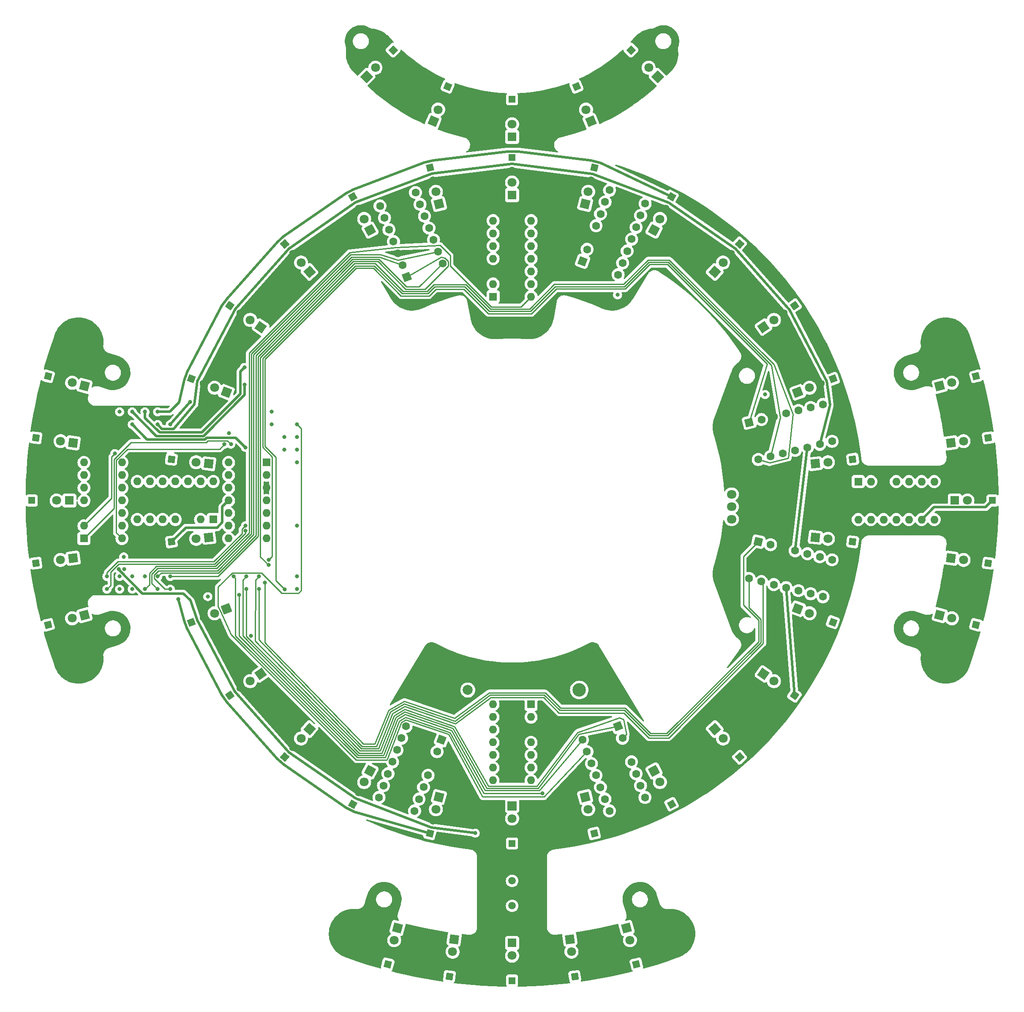
<source format=gbr>
%TF.GenerationSoftware,KiCad,Pcbnew,8.0.3*%
%TF.CreationDate,2024-10-15T17:05:12+09:00*%
%TF.ProjectId,Line-20240325,4c696e65-2d32-4303-9234-303332352e6b,rev?*%
%TF.SameCoordinates,Original*%
%TF.FileFunction,Copper,L2,Inr*%
%TF.FilePolarity,Positive*%
%FSLAX46Y46*%
G04 Gerber Fmt 4.6, Leading zero omitted, Abs format (unit mm)*
G04 Created by KiCad (PCBNEW 8.0.3) date 2024-10-15 17:05:12*
%MOMM*%
%LPD*%
G01*
G04 APERTURE LIST*
G04 Aperture macros list*
%AMRoundRect*
0 Rectangle with rounded corners*
0 $1 Rounding radius*
0 $2 $3 $4 $5 $6 $7 $8 $9 X,Y pos of 4 corners*
0 Add a 4 corners polygon primitive as box body*
4,1,4,$2,$3,$4,$5,$6,$7,$8,$9,$2,$3,0*
0 Add four circle primitives for the rounded corners*
1,1,$1+$1,$2,$3*
1,1,$1+$1,$4,$5*
1,1,$1+$1,$6,$7*
1,1,$1+$1,$8,$9*
0 Add four rect primitives between the rounded corners*
20,1,$1+$1,$2,$3,$4,$5,0*
20,1,$1+$1,$4,$5,$6,$7,0*
20,1,$1+$1,$6,$7,$8,$9,0*
20,1,$1+$1,$8,$9,$2,$3,0*%
%AMHorizOval*
0 Thick line with rounded ends*
0 $1 width*
0 $2 $3 position (X,Y) of the first rounded end (center of the circle)*
0 $4 $5 position (X,Y) of the second rounded end (center of the circle)*
0 Add line between two ends*
20,1,$1,$2,$3,$4,$5,0*
0 Add two circle primitives to create the rounded ends*
1,1,$1,$2,$3*
1,1,$1,$4,$5*%
%AMRotRect*
0 Rectangle, with rotation*
0 The origin of the aperture is its center*
0 $1 length*
0 $2 width*
0 $3 Rotation angle, in degrees counterclockwise*
0 Add horizontal line*
21,1,$1,$2,0,0,$3*%
G04 Aperture macros list end*
%TA.AperFunction,ComponentPad*%
%ADD10R,2.000000X2.000000*%
%TD*%
%TA.AperFunction,ComponentPad*%
%ADD11C,2.000000*%
%TD*%
%TA.AperFunction,ComponentPad*%
%ADD12RoundRect,0.250001X-1.099999X-1.099999X1.099999X-1.099999X1.099999X1.099999X-1.099999X1.099999X0*%
%TD*%
%TA.AperFunction,ComponentPad*%
%ADD13C,2.700000*%
%TD*%
%TA.AperFunction,ComponentPad*%
%ADD14RoundRect,0.250000X-0.725000X0.600000X-0.725000X-0.600000X0.725000X-0.600000X0.725000X0.600000X0*%
%TD*%
%TA.AperFunction,ComponentPad*%
%ADD15O,1.950000X1.700000*%
%TD*%
%TA.AperFunction,ComponentPad*%
%ADD16RotRect,1.800000X1.800000X135.000000*%
%TD*%
%TA.AperFunction,ComponentPad*%
%ADD17C,1.800000*%
%TD*%
%TA.AperFunction,ComponentPad*%
%ADD18RotRect,1.400000X1.400000X186.923077*%
%TD*%
%TA.AperFunction,ComponentPad*%
%ADD19C,1.400000*%
%TD*%
%TA.AperFunction,ComponentPad*%
%ADD20RotRect,1.400000X1.400000X112.500000*%
%TD*%
%TA.AperFunction,ComponentPad*%
%ADD21RotRect,1.400000X1.400000X34.615384*%
%TD*%
%TA.AperFunction,ComponentPad*%
%ADD22RotRect,1.400000X1.400000X103.846154*%
%TD*%
%TA.AperFunction,ComponentPad*%
%ADD23RotRect,1.400000X1.400000X173.076923*%
%TD*%
%TA.AperFunction,ComponentPad*%
%ADD24RotRect,1.600000X1.600000X159.230769*%
%TD*%
%TA.AperFunction,ComponentPad*%
%ADD25HorizOval,1.600000X0.000000X0.000000X0.000000X0.000000X0*%
%TD*%
%TA.AperFunction,ComponentPad*%
%ADD26RotRect,1.800000X1.800000X76.153845*%
%TD*%
%TA.AperFunction,ComponentPad*%
%ADD27RotRect,1.800000X1.800000X339.230768*%
%TD*%
%TA.AperFunction,ComponentPad*%
%ADD28RotRect,1.800000X1.800000X325.384615*%
%TD*%
%TA.AperFunction,ComponentPad*%
%ADD29RotRect,1.400000X1.400000X277.500000*%
%TD*%
%TA.AperFunction,ComponentPad*%
%ADD30RotRect,1.800000X1.800000X195.000000*%
%TD*%
%TA.AperFunction,ComponentPad*%
%ADD31RotRect,1.400000X1.400000X345.000000*%
%TD*%
%TA.AperFunction,ComponentPad*%
%ADD32RotRect,1.800000X1.800000X285.000000*%
%TD*%
%TA.AperFunction,ComponentPad*%
%ADD33RotRect,1.400000X1.400000X187.500000*%
%TD*%
%TA.AperFunction,ComponentPad*%
%ADD34R,1.600000X1.600000*%
%TD*%
%TA.AperFunction,ComponentPad*%
%ADD35O,1.600000X1.600000*%
%TD*%
%TA.AperFunction,ComponentPad*%
%ADD36RotRect,1.400000X1.400000X325.384615*%
%TD*%
%TA.AperFunction,ComponentPad*%
%ADD37RotRect,1.400000X1.400000X159.230769*%
%TD*%
%TA.AperFunction,ComponentPad*%
%ADD38RotRect,1.400000X1.400000X195.000000*%
%TD*%
%TA.AperFunction,ComponentPad*%
%ADD39RotRect,1.400000X1.400000X353.076922*%
%TD*%
%TA.AperFunction,ComponentPad*%
%ADD40RotRect,1.800000X1.800000X186.923077*%
%TD*%
%TA.AperFunction,ComponentPad*%
%ADD41RotRect,1.400000X1.400000X339.230768*%
%TD*%
%TA.AperFunction,ComponentPad*%
%ADD42RotRect,1.800000X1.800000X67.500000*%
%TD*%
%TA.AperFunction,ComponentPad*%
%ADD43RotRect,1.800000X1.800000X352.500000*%
%TD*%
%TA.AperFunction,ComponentPad*%
%ADD44RotRect,1.800000X1.800000X297.692307*%
%TD*%
%TA.AperFunction,ComponentPad*%
%ADD45RotRect,1.400000X1.400000X62.307691*%
%TD*%
%TA.AperFunction,ComponentPad*%
%ADD46RotRect,1.800000X1.800000X311.538461*%
%TD*%
%TA.AperFunction,ComponentPad*%
%ADD47R,1.800000X1.800000*%
%TD*%
%TA.AperFunction,ComponentPad*%
%ADD48RotRect,1.800000X1.800000X200.769230*%
%TD*%
%TA.AperFunction,ComponentPad*%
%ADD49RotRect,1.800000X1.800000X112.500000*%
%TD*%
%TA.AperFunction,ComponentPad*%
%ADD50R,1.400000X1.400000*%
%TD*%
%TA.AperFunction,ComponentPad*%
%ADD51RotRect,1.400000X1.400000X172.500000*%
%TD*%
%TA.AperFunction,ComponentPad*%
%ADD52RotRect,1.800000X1.800000X173.076923*%
%TD*%
%TA.AperFunction,ComponentPad*%
%ADD53RotRect,1.400000X1.400000X256.153846*%
%TD*%
%TA.AperFunction,ComponentPad*%
%ADD54RotRect,1.800000X1.800000X159.230769*%
%TD*%
%TA.AperFunction,ComponentPad*%
%ADD55RotRect,1.800000X1.800000X20.769230*%
%TD*%
%TA.AperFunction,ComponentPad*%
%ADD56RotRect,1.400000X1.400000X311.538461*%
%TD*%
%TA.AperFunction,ComponentPad*%
%ADD57RotRect,1.400000X1.400000X228.461538*%
%TD*%
%TA.AperFunction,ComponentPad*%
%ADD58RotRect,1.400000X1.400000X67.500000*%
%TD*%
%TA.AperFunction,ComponentPad*%
%ADD59RotRect,1.800000X1.800000X7.500000*%
%TD*%
%TA.AperFunction,ComponentPad*%
%ADD60RotRect,1.800000X1.800000X15.000000*%
%TD*%
%TA.AperFunction,ComponentPad*%
%ADD61RotRect,1.800000X1.800000X45.000000*%
%TD*%
%TA.AperFunction,ComponentPad*%
%ADD62RotRect,1.400000X1.400000X76.153845*%
%TD*%
%TA.AperFunction,ComponentPad*%
%ADD63RotRect,1.400000X1.400000X283.846153*%
%TD*%
%TA.AperFunction,ComponentPad*%
%ADD64RotRect,1.400000X1.400000X165.000000*%
%TD*%
%TA.AperFunction,ComponentPad*%
%ADD65C,1.500000*%
%TD*%
%TA.AperFunction,ComponentPad*%
%ADD66RotRect,1.400000X1.400000X131.538461*%
%TD*%
%TA.AperFunction,ComponentPad*%
%ADD67RotRect,1.800000X1.800000X262.500000*%
%TD*%
%TA.AperFunction,ComponentPad*%
%ADD68RotRect,1.800000X1.800000X48.461537*%
%TD*%
%TA.AperFunction,ComponentPad*%
%ADD69RotRect,1.400000X1.400000X20.769230*%
%TD*%
%TA.AperFunction,ComponentPad*%
%ADD70RotRect,1.800000X1.800000X145.384615*%
%TD*%
%TA.AperFunction,ComponentPad*%
%ADD71RotRect,1.600000X1.600000X256.153846*%
%TD*%
%TA.AperFunction,ComponentPad*%
%ADD72HorizOval,1.600000X0.000000X0.000000X0.000000X0.000000X0*%
%TD*%
%TA.AperFunction,ComponentPad*%
%ADD73RotRect,1.400000X1.400000X6.923076*%
%TD*%
%TA.AperFunction,ComponentPad*%
%ADD74RotRect,1.800000X1.800000X172.500000*%
%TD*%
%TA.AperFunction,ComponentPad*%
%ADD75RotRect,1.400000X1.400000X297.692307*%
%TD*%
%TA.AperFunction,ComponentPad*%
%ADD76RotRect,1.400000X1.400000X255.000000*%
%TD*%
%TA.AperFunction,ComponentPad*%
%ADD77RotRect,1.800000X1.800000X255.000000*%
%TD*%
%TA.AperFunction,ComponentPad*%
%ADD78RotRect,1.400000X1.400000X117.692308*%
%TD*%
%TA.AperFunction,ComponentPad*%
%ADD79RotRect,1.600000X1.600000X339.230769*%
%TD*%
%TA.AperFunction,ComponentPad*%
%ADD80HorizOval,1.600000X0.000000X0.000000X0.000000X0.000000X0*%
%TD*%
%TA.AperFunction,ComponentPad*%
%ADD81RotRect,1.800000X1.800000X283.846153*%
%TD*%
%TA.AperFunction,ComponentPad*%
%ADD82RotRect,1.800000X1.800000X214.615384*%
%TD*%
%TA.AperFunction,ComponentPad*%
%ADD83RotRect,1.800000X1.800000X242.307692*%
%TD*%
%TA.AperFunction,ComponentPad*%
%ADD84RotRect,1.600000X1.600000X20.769231*%
%TD*%
%TA.AperFunction,ComponentPad*%
%ADD85HorizOval,1.600000X0.000000X0.000000X0.000000X0.000000X0*%
%TD*%
%TA.AperFunction,ComponentPad*%
%ADD86RotRect,1.400000X1.400000X214.615384*%
%TD*%
%TA.AperFunction,ComponentPad*%
%ADD87RotRect,1.400000X1.400000X269.999999*%
%TD*%
%TA.AperFunction,ComponentPad*%
%ADD88RotRect,1.400000X1.400000X135.000000*%
%TD*%
%TA.AperFunction,ComponentPad*%
%ADD89RotRect,1.800000X1.800000X62.307691*%
%TD*%
%TA.AperFunction,ComponentPad*%
%ADD90RotRect,1.400000X1.400000X15.000000*%
%TD*%
%TA.AperFunction,ComponentPad*%
%ADD91RotRect,1.800000X1.800000X103.846154*%
%TD*%
%TA.AperFunction,ComponentPad*%
%ADD92RotRect,1.400000X1.400000X7.500000*%
%TD*%
%TA.AperFunction,ComponentPad*%
%ADD93RotRect,1.400000X1.400000X48.461537*%
%TD*%
%TA.AperFunction,ComponentPad*%
%ADD94RotRect,1.400000X1.400000X45.000000*%
%TD*%
%TA.AperFunction,ComponentPad*%
%ADD95RotRect,1.800000X1.800000X187.500000*%
%TD*%
%TA.AperFunction,ComponentPad*%
%ADD96RotRect,1.400000X1.400000X285.000000*%
%TD*%
%TA.AperFunction,ComponentPad*%
%ADD97RotRect,1.400000X1.400000X145.384615*%
%TD*%
%TA.AperFunction,ComponentPad*%
%ADD98RotRect,1.600000X1.600000X283.846154*%
%TD*%
%TA.AperFunction,ComponentPad*%
%ADD99HorizOval,1.600000X0.000000X0.000000X0.000000X0.000000X0*%
%TD*%
%TA.AperFunction,ComponentPad*%
%ADD100RotRect,1.800000X1.800000X228.461538*%
%TD*%
%TA.AperFunction,ComponentPad*%
%ADD101RotRect,1.800000X1.800000X269.999999*%
%TD*%
%TA.AperFunction,ComponentPad*%
%ADD102RotRect,1.800000X1.800000X6.923076*%
%TD*%
%TA.AperFunction,ComponentPad*%
%ADD103RotRect,1.800000X1.800000X34.615384*%
%TD*%
%TA.AperFunction,ComponentPad*%
%ADD104RotRect,1.600000X1.600000X200.769231*%
%TD*%
%TA.AperFunction,ComponentPad*%
%ADD105HorizOval,1.600000X0.000000X0.000000X0.000000X0.000000X0*%
%TD*%
%TA.AperFunction,ComponentPad*%
%ADD106RotRect,1.400000X1.400000X352.500000*%
%TD*%
%TA.AperFunction,ComponentPad*%
%ADD107RotRect,1.800000X1.800000X256.153846*%
%TD*%
%TA.AperFunction,ComponentPad*%
%ADD108RotRect,1.800000X1.800000X353.076922*%
%TD*%
%TA.AperFunction,ComponentPad*%
%ADD109RotRect,1.400000X1.400000X200.769230*%
%TD*%
%TA.AperFunction,ComponentPad*%
%ADD110RotRect,1.400000X1.400000X262.500000*%
%TD*%
%TA.AperFunction,ComponentPad*%
%ADD111RotRect,1.800000X1.800000X277.500000*%
%TD*%
%TA.AperFunction,ComponentPad*%
%ADD112RotRect,1.800000X1.800000X117.692308*%
%TD*%
%TA.AperFunction,ComponentPad*%
%ADD113RotRect,1.800000X1.800000X131.538461*%
%TD*%
%TA.AperFunction,ComponentPad*%
%ADD114RotRect,1.800000X1.800000X165.000000*%
%TD*%
%TA.AperFunction,ComponentPad*%
%ADD115RotRect,1.400000X1.400000X242.307692*%
%TD*%
%TA.AperFunction,ComponentPad*%
%ADD116RotRect,1.800000X1.800000X345.000000*%
%TD*%
%TA.AperFunction,ViaPad*%
%ADD117C,0.800000*%
%TD*%
%TA.AperFunction,Conductor*%
%ADD118C,0.500000*%
%TD*%
%TA.AperFunction,Conductor*%
%ADD119C,0.250000*%
%TD*%
G04 APERTURE END LIST*
D10*
%TO.N,+5V*%
%TO.C,C1*%
X-13867677Y-38000000D03*
D11*
%TO.N,GND*%
X-8867677Y-38000000D03*
%TD*%
D12*
%TO.N,+5V*%
%TO.C,J1*%
X9520000Y-38000000D03*
D13*
%TO.N,GND*%
X13480000Y-38000000D03*
%TD*%
D14*
%TO.N,+5V*%
%TO.C,J2*%
X44000000Y3750000D03*
D15*
%TO.N,GND*%
X44000000Y1250000D03*
%TO.N,Line-Main=TX_5V*%
X44000000Y-1250000D03*
%TO.N,Line-Main=RX_5V*%
X44000000Y-3750000D03*
%TD*%
D16*
%TO.N,GND*%
%TO.C,D27*%
X29173754Y84996991D03*
D17*
%TO.N,Net-(D27-A)*%
X27377702Y86793043D03*
%TD*%
D18*
%TO.N,Raw08*%
%TO.C,U8*%
X-68269669Y-8288832D03*
D19*
%TO.N,+5V*%
X-65748189Y-7982668D03*
%TD*%
D20*
%TO.N,Raw28*%
%TO.C,U28*%
X12902938Y83019217D03*
D19*
%TO.N,+5V*%
X13874954Y80672563D03*
%TD*%
D21*
%TO.N,Raw23*%
%TO.C,U23*%
X56595520Y39066286D03*
D19*
%TO.N,+5V*%
X54505142Y37623402D03*
%TD*%
D22*
%TO.N,Raw02*%
%TO.C,U2*%
X-16458818Y66772143D03*
D19*
%TO.N,+5V*%
X-15850956Y64305951D03*
%TD*%
D23*
%TO.N,Raw07*%
%TO.C,U7*%
X-68269668Y8289783D03*
D19*
%TO.N,+5V*%
X-65748188Y7983619D03*
%TD*%
D24*
%TO.N,Line13*%
%TO.C,Comp9*%
X-14135660Y-47985964D03*
D25*
%TO.N,Line37*%
X-15036356Y-50360905D03*
%TO.N,+5V*%
X-15937053Y-52735846D03*
%TO.N,LineThreshold*%
X-16837749Y-55110788D03*
%TO.N,Raw37*%
X-17738446Y-57485729D03*
%TO.N,LineThreshold*%
X-18639142Y-59860670D03*
%TO.N,Raw13*%
X-19539839Y-62235611D03*
%TO.N,LineThreshold*%
X-26664662Y-59533522D03*
%TO.N,Raw12*%
X-25763966Y-57158581D03*
%TO.N,LineThreshold*%
X-24863269Y-54783640D03*
%TO.N,Raw11*%
X-23962573Y-52408698D03*
%TO.N,GND*%
X-23061877Y-50033757D03*
%TO.N,Line11*%
X-22161180Y-47658816D03*
%TO.N,Line12*%
X-21260484Y-45283875D03*
%TD*%
D26*
%TO.N,GND*%
%TO.C,D26*%
X14652219Y59451242D03*
D17*
%TO.N,Net-(D26-A)*%
X15260081Y61917434D03*
%TD*%
D27*
%TO.N,GND*%
%TO.C,D19*%
X57249963Y-21711983D03*
D17*
%TO.N,Net-(D19-A)*%
X59624905Y-22612679D03*
%TD*%
D28*
%TO.N,GND*%
%TO.C,D18*%
X50390222Y-34782130D03*
D17*
%TO.N,Net-(D18-A)*%
X52480600Y-36225014D03*
%TD*%
D29*
%TO.N,Raw40*%
%TO.C,U40*%
X12564666Y-95445922D03*
D19*
%TO.N,+5V*%
X12233130Y-92927652D03*
%TD*%
D30*
%TO.N,GND*%
%TO.C,D36*%
X-85707699Y-22964578D03*
D17*
%TO.N,Net-(D36-A)*%
X-88161151Y-23621978D03*
%TD*%
D31*
%TO.N,Raw42*%
%TO.C,U42*%
X92988589Y-24916034D03*
D19*
%TO.N,+5V*%
X90535137Y-24258634D03*
%TD*%
D32*
%TO.N,GND*%
%TO.C,D41*%
X22963924Y-85706124D03*
D17*
%TO.N,Net-(D41-A)*%
X23621324Y-88159576D03*
%TD*%
D33*
%TO.N,Raw35*%
%TO.C,U35*%
X-95447487Y-12565281D03*
D19*
%TO.N,+5V*%
X-92929217Y-12233745D03*
%TD*%
D34*
%TO.N,Line40*%
%TO.C,Comp8*%
X3798970Y-40879855D03*
D35*
%TO.N,Line14*%
X3798970Y-43419855D03*
%TO.N,+5V*%
X3798970Y-45959855D03*
%TO.N,LineThreshold*%
X3798970Y-48499855D03*
%TO.N,Raw14*%
X3798970Y-51039855D03*
%TO.N,LineThreshold*%
X3798970Y-53579855D03*
%TO.N,Raw40*%
X3798970Y-56119855D03*
%TO.N,LineThreshold*%
X-3821030Y-56119855D03*
%TO.N,Raw39*%
X-3821030Y-53579855D03*
%TO.N,LineThreshold*%
X-3821030Y-51039855D03*
%TO.N,Raw38*%
X-3821030Y-48499855D03*
%TO.N,GND*%
X-3821030Y-45959855D03*
%TO.N,Line38*%
X-3821030Y-43419855D03*
%TO.N,Line39*%
X-3821030Y-40879855D03*
%TD*%
D36*
%TO.N,Raw18*%
%TO.C,U18*%
X56595519Y-39065338D03*
D19*
%TO.N,+5V*%
X54505141Y-37622454D03*
%TD*%
D34*
%TO.N,Line33*%
%TO.C,Comp6*%
X-85801030Y-7619855D03*
D35*
%TO.N,Line34*%
X-85801030Y-5079855D03*
%TO.N,+5V*%
X-85801030Y-2539855D03*
%TO.N,LineThreshold*%
X-85801030Y145D03*
%TO.N,Raw34*%
X-85801030Y2540145D03*
%TO.N,LineThreshold*%
X-85801030Y5080145D03*
%TO.N,Raw33*%
X-85801030Y7620145D03*
%TO.N,LineThreshold*%
X-78181030Y7620145D03*
%TO.N,Raw32*%
X-78181030Y5080145D03*
%TO.N,LineThreshold*%
X-78181030Y2540145D03*
%TO.N,Raw35*%
X-78181030Y145D03*
%TO.N,GND*%
X-78181030Y-2539855D03*
%TO.N,Line35*%
X-78181030Y-5079855D03*
%TO.N,Line32*%
X-78181030Y-7619855D03*
%TD*%
D37*
%TO.N,Raw06*%
%TO.C,U6*%
X-64302147Y24386653D03*
D19*
%TO.N,+5V*%
X-61927205Y23485957D03*
%TD*%
D38*
%TO.N,Raw36*%
%TO.C,U36*%
X-92990770Y-24916034D03*
D19*
%TO.N,+5V*%
X-90537318Y-24258634D03*
%TD*%
D39*
%TO.N,Raw20*%
%TO.C,U20*%
X68267508Y-8288835D03*
D19*
%TO.N,+5V*%
X65746028Y-7982667D03*
%TD*%
D40*
%TO.N,GND*%
%TO.C,D8*%
X-60784644Y-7379985D03*
D17*
%TO.N,Net-(D8-A)*%
X-63306124Y-7686149D03*
%TD*%
D41*
%TO.N,Raw19*%
%TO.C,U19*%
X64299987Y-24385703D03*
D19*
%TO.N,+5V*%
X61925045Y-23485007D03*
%TD*%
D42*
%TO.N,GND*%
%TO.C,D30*%
X-15789901Y76053165D03*
D17*
%TO.N,Net-(D30-A)*%
X-14817885Y78399819D03*
%TD*%
D43*
%TO.N,GND*%
%TO.C,D43*%
X87969813Y-11581113D03*
D17*
%TO.N,Net-(D43-A)*%
X90488085Y-11912651D03*
%TD*%
D44*
%TO.N,GND*%
%TO.C,D16*%
X28453919Y-54215997D03*
D17*
%TO.N,Net-(D16-A)*%
X29634315Y-56465055D03*
%TD*%
D45*
%TO.N,Raw25*%
%TO.C,U25*%
X31957933Y60893285D03*
D19*
%TO.N,+5V*%
X30777537Y58644227D03*
%TD*%
D46*
%TO.N,GND*%
%TO.C,D17*%
X40601919Y-45830838D03*
D17*
%TO.N,Net-(D17-A)*%
X42286251Y-47732056D03*
%TD*%
D47*
%TO.N,GND*%
%TO.C,D34*%
X-88731101Y437D03*
D17*
%TO.N,Net-(D34-A)*%
X-91271101Y437D03*
%TD*%
D48*
%TO.N,GND*%
%TO.C,D9*%
X-57252124Y-21711982D03*
D17*
%TO.N,Net-(D9-A)*%
X-59627066Y-22612678D03*
%TD*%
D49*
%TO.N,GND*%
%TO.C,D28*%
X15788371Y76053165D03*
D17*
%TO.N,Net-(D28-A)*%
X14816355Y78399819D03*
%TD*%
D50*
%TO.N,Raw34*%
%TO.C,U34*%
X-96271090Y475D03*
D19*
%TO.N,+5V*%
X-93731090Y475D03*
%TD*%
D51*
%TO.N,Raw33*%
%TO.C,U33*%
X-95447487Y12566233D03*
D19*
%TO.N,+5V*%
X-92929217Y12234695D03*
%TD*%
D34*
%TO.N,Line36*%
%TO.C,Comp5*%
X-59881030Y-3799855D03*
D35*
%TO.N,Line09*%
X-62421030Y-3799855D03*
%TO.N,+5V*%
X-64961030Y-3799855D03*
%TO.N,LineThreshold*%
X-67501030Y-3799855D03*
%TO.N,Raw09*%
X-70041030Y-3799855D03*
%TO.N,LineThreshold*%
X-72581030Y-3799855D03*
%TO.N,Raw36*%
X-75121030Y-3799855D03*
%TO.N,LineThreshold*%
X-75121030Y3820145D03*
%TO.N,Raw06*%
X-72581030Y3820145D03*
%TO.N,LineThreshold*%
X-70041030Y3820145D03*
%TO.N,Raw07*%
X-67501030Y3820145D03*
%TO.N,GND*%
X-64961030Y3820145D03*
%TO.N,Line07*%
X-62421030Y3820145D03*
%TO.N,Line06*%
X-59881030Y3820145D03*
%TD*%
D52*
%TO.N,GND*%
%TO.C,D7*%
X-60784644Y7380935D03*
D17*
%TO.N,Net-(D7-A)*%
X-63306124Y7687099D03*
%TD*%
D53*
%TO.N,Raw13*%
%TO.C,U13*%
X-16458818Y-66771193D03*
D19*
%TO.N,+5V*%
X-15850956Y-64305001D03*
%TD*%
D54*
%TO.N,GND*%
%TO.C,D6*%
X-57252124Y21712932D03*
D17*
%TO.N,Net-(D6-A)*%
X-59627066Y22613628D03*
%TD*%
D55*
%TO.N,GND*%
%TO.C,D22*%
X57249964Y21712931D03*
D17*
%TO.N,Net-(D22-A)*%
X59624906Y22613627D03*
%TD*%
D56*
%TO.N,Raw17*%
%TO.C,U17*%
X45601864Y-51474610D03*
D19*
%TO.N,+5V*%
X43917532Y-49573392D03*
%TD*%
D50*
%TO.N,Raw29*%
%TO.C,U29*%
X-765Y80452510D03*
D19*
%TO.N,+5V*%
X-765Y77912510D03*
%TD*%
D57*
%TO.N,Raw11*%
%TO.C,U11*%
X-45604025Y-51474609D03*
D19*
%TO.N,+5V*%
X-43919693Y-49573391D03*
%TD*%
D58*
%TO.N,Raw30*%
%TO.C,U30*%
X-12904467Y83019217D03*
D19*
%TO.N,+5V*%
X-13876483Y80672563D03*
%TD*%
D59*
%TO.N,GND*%
%TO.C,D45*%
X87969813Y11582066D03*
D17*
%TO.N,Net-(D45-A)*%
X90488083Y11913600D03*
%TD*%
D60*
%TO.N,GND*%
%TO.C,D46*%
X85705509Y22965491D03*
D17*
%TO.N,Net-(D46-A)*%
X88158959Y23622889D03*
%TD*%
D61*
%TO.N,GND*%
%TO.C,D31*%
X-29175285Y84996991D03*
D17*
%TO.N,Net-(D31-A)*%
X-27379233Y86793043D03*
%TD*%
D62*
%TO.N,Raw26*%
%TO.C,U26*%
X16456659Y66772143D03*
D19*
%TO.N,+5V*%
X15848797Y64305951D03*
%TD*%
D63*
%TO.N,Raw15*%
%TO.C,U15*%
X16456657Y-66771193D03*
D19*
%TO.N,+5V*%
X15848795Y-64305001D03*
%TD*%
D64*
%TO.N,Raw32*%
%TO.C,U32*%
X-92990769Y24916984D03*
D19*
%TO.N,+5V*%
X-90537317Y24259584D03*
%TD*%
D65*
%TO.N,Buzzer*%
%TO.C,BZ1*%
X0Y-76275000D03*
%TO.N,GND*%
X0Y-81275000D03*
%TD*%
D66*
%TO.N,Raw04*%
%TO.C,U4*%
X-45604025Y51475559D03*
D19*
%TO.N,+5V*%
X-43919693Y49574341D03*
%TD*%
D67*
%TO.N,GND*%
%TO.C,D38*%
X-11582678Y-87970428D03*
D17*
%TO.N,Net-(D38-A)*%
X-11914216Y-90488698D03*
%TD*%
D68*
%TO.N,GND*%
%TO.C,D24*%
X40601921Y45831786D03*
D17*
%TO.N,Net-(D24-A)*%
X42286253Y47733004D03*
%TD*%
D69*
%TO.N,Raw22*%
%TO.C,U22*%
X64299987Y24386651D03*
D19*
%TO.N,+5V*%
X61925045Y23485955D03*
%TD*%
D70*
%TO.N,GND*%
%TO.C,D5*%
X-50392381Y34783079D03*
D17*
%TO.N,Net-(D5-A)*%
X-52482761Y36225963D03*
%TD*%
D71*
%TO.N,Line20*%
%TO.C,Comp12*%
X49338948Y-8247342D03*
D72*
%TO.N,Line42*%
X51805140Y-8855204D03*
%TO.N,+5V*%
X54271332Y-9463065D03*
%TO.N,LineThreshold*%
X56737525Y-10070927D03*
%TO.N,Raw42*%
X59203717Y-10678789D03*
%TO.N,LineThreshold*%
X61669909Y-11286651D03*
%TO.N,Raw20*%
X64136101Y-11894512D03*
%TO.N,LineThreshold*%
X62312516Y-19293089D03*
%TO.N,Raw19*%
X59846324Y-18685227D03*
%TO.N,LineThreshold*%
X57380131Y-18077366D03*
%TO.N,Raw18*%
X54913939Y-17469504D03*
%TO.N,GND*%
X52447747Y-16861642D03*
%TO.N,Line18*%
X49981555Y-16253780D03*
%TO.N,Line19*%
X47515363Y-15645918D03*
%TD*%
D73*
%TO.N,Raw21*%
%TO.C,U21*%
X68267509Y8289781D03*
D19*
%TO.N,+5V*%
X65746029Y7983617D03*
%TD*%
D74*
%TO.N,GND*%
%TO.C,D33*%
X-87972003Y11582026D03*
D17*
%TO.N,Net-(D33-A)*%
X-90490273Y11913562D03*
%TD*%
D75*
%TO.N,Raw16*%
%TO.C,U16*%
X31957931Y-60892336D03*
D19*
%TO.N,+5V*%
X30777535Y-58643278D03*
%TD*%
D76*
%TO.N,Raw37*%
%TO.C,U37*%
X-24917599Y-92989204D03*
D19*
%TO.N,+5V*%
X-24260199Y-90535752D03*
%TD*%
D77*
%TO.N,GND*%
%TO.C,D37*%
X-22966104Y-85706123D03*
D17*
%TO.N,Net-(D37-A)*%
X-23623504Y-88159575D03*
%TD*%
D78*
%TO.N,Raw03*%
%TO.C,U3*%
X-31960092Y60893285D03*
D19*
%TO.N,+5V*%
X-30779696Y58644227D03*
%TD*%
D47*
%TO.N,GND*%
%TO.C,D44*%
X88728910Y477D03*
D17*
%TO.N,Net-(D44-A)*%
X91268912Y477D03*
%TD*%
D79*
%TO.N,Line27*%
%TO.C,Comp3*%
X14133600Y47986254D03*
D80*
%TO.N,Line28*%
X15034296Y50361195D03*
%TO.N,+5V*%
X15934993Y52736136D03*
%TO.N,LineThreshold*%
X16835689Y55111078D03*
%TO.N,Raw28*%
X17736386Y57486019D03*
%TO.N,LineThreshold*%
X18637082Y59860960D03*
%TO.N,Raw27*%
X19537779Y62235901D03*
%TO.N,LineThreshold*%
X26662602Y59533812D03*
%TO.N,Raw26*%
X25761906Y57158871D03*
%TO.N,LineThreshold*%
X24861209Y54783930D03*
%TO.N,Raw25*%
X23960513Y52408988D03*
%TO.N,GND*%
X23059817Y50034047D03*
%TO.N,Line25*%
X22159120Y47659106D03*
%TO.N,Line26*%
X21258424Y45284165D03*
%TD*%
D81*
%TO.N,GND*%
%TO.C,D15*%
X14652217Y-59450292D03*
D17*
%TO.N,Net-(D15-A)*%
X15260079Y-61916484D03*
%TD*%
D82*
%TO.N,GND*%
%TO.C,D10*%
X-50392382Y-34782129D03*
D17*
%TO.N,Net-(D10-A)*%
X-52482760Y-36225013D03*
%TD*%
D83*
%TO.N,GND*%
%TO.C,D12*%
X-28456080Y-54215997D03*
D17*
%TO.N,Net-(D12-A)*%
X-29636476Y-56465055D03*
%TD*%
D84*
%TO.N,Line04*%
%TO.C,Comp1*%
X-21064480Y44823749D03*
D85*
%TO.N,Line05*%
X-21965177Y47198690D03*
%TO.N,+5V*%
X-22865873Y49573631D03*
%TO.N,LineThreshold*%
X-23766570Y51948572D03*
%TO.N,Raw05*%
X-24667266Y54323514D03*
%TO.N,LineThreshold*%
X-25567963Y56698455D03*
%TO.N,Raw04*%
X-26468659Y59073396D03*
%TO.N,LineThreshold*%
X-19343835Y61775485D03*
%TO.N,Raw02*%
X-18443139Y59400544D03*
%TO.N,LineThreshold*%
X-17542442Y57025603D03*
%TO.N,Raw03*%
X-16641746Y54650662D03*
%TO.N,GND*%
X-15741050Y52275720D03*
%TO.N,Line03*%
X-14840353Y49900779D03*
%TO.N,Line02*%
X-13939657Y47525838D03*
%TD*%
D86*
%TO.N,Raw10*%
%TO.C,U10*%
X-56597680Y-39065337D03*
D19*
%TO.N,+5V*%
X-54507302Y-37622453D03*
%TD*%
D34*
%TO.N,Line45*%
%TO.C,Comp11*%
X69378970Y3800145D03*
D35*
%TO.N,Line46*%
X71918970Y3800145D03*
%TO.N,+5V*%
X74458970Y3800145D03*
%TO.N,LineThreshold*%
X76998970Y3800145D03*
%TO.N,Raw46*%
X79538970Y3800145D03*
%TO.N,LineThreshold*%
X82078970Y3800145D03*
%TO.N,Raw45*%
X84618970Y3800145D03*
%TO.N,LineThreshold*%
X84618970Y-3819855D03*
%TO.N,Raw44*%
X82078970Y-3819855D03*
%TO.N,LineThreshold*%
X79538970Y-3819855D03*
%TO.N,Raw43*%
X76998970Y-3819855D03*
%TO.N,GND*%
X74458970Y-3819855D03*
%TO.N,Line43*%
X71918970Y-3819855D03*
%TO.N,Line44*%
X69378970Y-3819855D03*
%TD*%
D87*
%TO.N,Raw14*%
%TO.C,U14*%
X-1080Y-68769525D03*
D19*
%TO.N,+5V*%
X-1080Y-66229525D03*
%TD*%
D88*
%TO.N,Raw27*%
%TO.C,U27*%
X23842168Y90328577D03*
D19*
%TO.N,+5V*%
X25638220Y88532525D03*
%TD*%
D89*
%TO.N,GND*%
%TO.C,D25*%
X28453921Y54216947D03*
D17*
%TO.N,Net-(D25-A)*%
X29634317Y56466005D03*
%TD*%
D90*
%TO.N,Raw46*%
%TO.C,U46*%
X92988590Y24916984D03*
D19*
%TO.N,+5V*%
X90535138Y24259584D03*
%TD*%
D91*
%TO.N,GND*%
%TO.C,D2*%
X-14654377Y59451242D03*
D17*
%TO.N,Net-(D2-A)*%
X-15262239Y61917434D03*
%TD*%
D92*
%TO.N,Raw45*%
%TO.C,U45*%
X95445307Y12566232D03*
D19*
%TO.N,+5V*%
X92927037Y12234696D03*
%TD*%
D93*
%TO.N,Raw24*%
%TO.C,U24*%
X45601866Y51475558D03*
D19*
%TO.N,+5V*%
X43917534Y49574340D03*
%TD*%
D50*
%TO.N,Raw39*%
%TO.C,U39*%
X-1090Y-96269525D03*
D19*
%TO.N,+5V*%
X-1090Y-93729525D03*
%TD*%
D94*
%TO.N,Raw31*%
%TO.C,U31*%
X-23843699Y90328577D03*
D19*
%TO.N,+5V*%
X-25639751Y88532525D03*
%TD*%
D47*
%TO.N,GND*%
%TO.C,D1*%
X-1080Y61230475D03*
D17*
%TO.N,Net-(D1-A)*%
X-1080Y63770475D03*
%TD*%
D95*
%TO.N,GND*%
%TO.C,D35*%
X-87972003Y-11581152D03*
D17*
%TO.N,Net-(D35-A)*%
X-90490273Y-11912688D03*
%TD*%
D96*
%TO.N,Raw41*%
%TO.C,U41*%
X24915418Y-92989205D03*
D19*
%TO.N,+5V*%
X24258018Y-90535753D03*
%TD*%
D97*
%TO.N,Raw05*%
%TO.C,U5*%
X-56597680Y39066287D03*
D19*
%TO.N,+5V*%
X-54507300Y37623403D03*
%TD*%
D98*
%TO.N,Line23*%
%TO.C,Comp10*%
X47520149Y15626790D03*
D99*
%TO.N,Line24*%
X49986341Y16234651D03*
%TO.N,+5V*%
X52452533Y16842513D03*
%TO.N,LineThreshold*%
X54918725Y17450375D03*
%TO.N,Raw24*%
X57384918Y18058237D03*
%TO.N,LineThreshold*%
X59851110Y18666098D03*
%TO.N,Raw23*%
X62317302Y19273960D03*
%TO.N,LineThreshold*%
X64140887Y11875384D03*
%TO.N,Raw21*%
X61674695Y11267522D03*
%TO.N,LineThreshold*%
X59208503Y10659660D03*
%TO.N,Raw22*%
X56742311Y10051798D03*
%TO.N,GND*%
X54276119Y9443936D03*
%TO.N,Line22*%
X51809926Y8836075D03*
%TO.N,Line21*%
X49343734Y8228213D03*
%TD*%
D34*
%TO.N,unconnected-(Comp4-1OUT-Pad1)*%
%TO.C,Comp4*%
X-49201030Y7620145D03*
D35*
%TO.N,unconnected-(Comp4-2OUT-Pad2)*%
X-49201030Y5080145D03*
%TO.N,+5V*%
X-49201030Y2540145D03*
%TO.N,unconnected-(Comp4-2IN--Pad4)*%
X-49201030Y145D03*
%TO.N,unconnected-(Comp4-2IN+-Pad5)*%
X-49201030Y-2539855D03*
%TO.N,unconnected-(Comp4-1IN--Pad6)*%
X-49201030Y-5079855D03*
%TO.N,unconnected-(Comp4-1IN+-Pad7)*%
X-49201030Y-7619855D03*
%TO.N,LineThreshold*%
X-56821030Y-7619855D03*
%TO.N,Raw10*%
X-56821030Y-5079855D03*
%TO.N,LineThreshold*%
X-56821030Y-2539855D03*
%TO.N,Raw08*%
X-56821030Y145D03*
%TO.N,GND*%
X-56821030Y2540145D03*
%TO.N,Line08*%
X-56821030Y5080145D03*
%TO.N,Line10*%
X-56821030Y7620145D03*
%TD*%
D100*
%TO.N,GND*%
%TO.C,D11*%
X-40604080Y-45830837D03*
D17*
%TO.N,Net-(D11-A)*%
X-42288412Y-47732055D03*
%TD*%
D50*
%TO.N,Raw44*%
%TO.C,U44*%
X96268911Y476D03*
D19*
%TO.N,+5V*%
X93728911Y476D03*
%TD*%
D50*
%TO.N,Raw01*%
%TO.C,U1*%
X-1080Y68770475D03*
D19*
%TO.N,+5V*%
X-1080Y66230475D03*
%TD*%
D34*
%TO.N,Line30*%
%TO.C,Comp2*%
X-3801030Y40880145D03*
D35*
%TO.N,Line31*%
X-3801030Y43420145D03*
%TO.N,+5V*%
X-3801030Y45960145D03*
%TO.N,LineThreshold*%
X-3801030Y48500145D03*
%TO.N,Raw31*%
X-3801030Y51040145D03*
%TO.N,LineThreshold*%
X-3801030Y53580145D03*
%TO.N,Raw30*%
X-3801030Y56120145D03*
%TO.N,LineThreshold*%
X3818970Y56120145D03*
%TO.N,Raw01*%
X3818970Y53580145D03*
%TO.N,LineThreshold*%
X3818970Y51040145D03*
%TO.N,Raw29*%
X3818970Y48500145D03*
%TO.N,GND*%
X3818970Y45960145D03*
%TO.N,Line29*%
X3818970Y43420145D03*
%TO.N,Line01*%
X3818970Y40880145D03*
%TD*%
D101*
%TO.N,GND*%
%TO.C,D14*%
X-1080Y-61229525D03*
D17*
%TO.N,Net-(D14-A)*%
X-1080Y-63769525D03*
%TD*%
D102*
%TO.N,GND*%
%TO.C,D21*%
X60782484Y7380934D03*
D17*
%TO.N,Net-(D21-A)*%
X63303964Y7687098D03*
%TD*%
D103*
%TO.N,GND*%
%TO.C,D23*%
X50390223Y34783078D03*
D17*
%TO.N,Net-(D23-A)*%
X52480601Y36225962D03*
%TD*%
D104*
%TO.N,Line16*%
%TO.C,Comp7*%
X21239723Y-45290967D03*
D105*
%TO.N,Line17*%
X22140420Y-47665908D03*
%TO.N,+5V*%
X23041116Y-50040849D03*
%TO.N,LineThreshold*%
X23941813Y-52415790D03*
%TO.N,Raw17*%
X24842509Y-54790732D03*
%TO.N,LineThreshold*%
X25743206Y-57165673D03*
%TO.N,Raw16*%
X26643902Y-59540614D03*
%TO.N,LineThreshold*%
X19519078Y-62242703D03*
%TO.N,Raw15*%
X18618382Y-59867762D03*
%TO.N,LineThreshold*%
X17717685Y-57492821D03*
%TO.N,Raw41*%
X16816989Y-55117880D03*
%TO.N,GND*%
X15916293Y-52742938D03*
%TO.N,Line41*%
X15015596Y-50367997D03*
%TO.N,Line15*%
X14114900Y-47993056D03*
%TD*%
D47*
%TO.N,GND*%
%TO.C,D39*%
X-1089Y-88729526D03*
D17*
%TO.N,Net-(D39-A)*%
X-1089Y-91269526D03*
%TD*%
D106*
%TO.N,Raw43*%
%TO.C,U43*%
X95445307Y-12565282D03*
D19*
%TO.N,+5V*%
X92927037Y-12233744D03*
%TD*%
D107*
%TO.N,GND*%
%TO.C,D13*%
X-14654378Y-59450292D03*
D17*
%TO.N,Net-(D13-A)*%
X-15262240Y-61916484D03*
%TD*%
D108*
%TO.N,GND*%
%TO.C,D20*%
X60782484Y-7379984D03*
D17*
%TO.N,Net-(D20-A)*%
X63303964Y-7686152D03*
%TD*%
D109*
%TO.N,Raw09*%
%TO.C,U9*%
X-64302147Y-24385702D03*
D19*
%TO.N,+5V*%
X-61927205Y-23485006D03*
%TD*%
D47*
%TO.N,GND*%
%TO.C,D29*%
X-765Y72912510D03*
D17*
%TO.N,Net-(D29-A)*%
X-765Y75452510D03*
%TD*%
D110*
%TO.N,Raw38*%
%TO.C,U38*%
X-12566848Y-95445922D03*
D19*
%TO.N,+5V*%
X-12235310Y-92927652D03*
%TD*%
D111*
%TO.N,GND*%
%TO.C,D40*%
X11580499Y-87970428D03*
D17*
%TO.N,Net-(D40-A)*%
X11912035Y-90488698D03*
%TD*%
D112*
%TO.N,GND*%
%TO.C,D3*%
X-28456080Y54216947D03*
D17*
%TO.N,Net-(D3-A)*%
X-29636476Y56466005D03*
%TD*%
D113*
%TO.N,GND*%
%TO.C,D4*%
X-40604080Y45831787D03*
D17*
%TO.N,Net-(D4-A)*%
X-42288412Y47733005D03*
%TD*%
D114*
%TO.N,GND*%
%TO.C,D32*%
X-85707699Y22965450D03*
D17*
%TO.N,Net-(D32-A)*%
X-88161151Y23622850D03*
%TD*%
D115*
%TO.N,Raw12*%
%TO.C,U12*%
X-31960092Y-60892335D03*
D19*
%TO.N,+5V*%
X-30779696Y-58643277D03*
%TD*%
D116*
%TO.N,GND*%
%TO.C,D42*%
X85705507Y-22964539D03*
D17*
%TO.N,Net-(D42-A)*%
X88158961Y-23621939D03*
%TD*%
D117*
%TO.N,+5V*%
X-74400000Y6787500D03*
X-92720000Y-19787238D03*
X-90800000Y-19787237D03*
%TO.N,GND*%
X-43101080Y-5079525D03*
%TO.N,LineThreshold*%
X-77825000Y-11300000D03*
%TO.N,Line01*%
X-73581080Y-17779525D03*
%TO.N,Line02*%
X-71041080Y-15239525D03*
%TO.N,Line04*%
X-68501080Y-15239525D03*
%TO.N,Line03*%
X-71041080Y-17779525D03*
%TO.N,Line05*%
X-68501080Y-17779525D03*
%TO.N,Raw41*%
X-53425000Y10650000D03*
X-52338660Y-27139200D03*
X-76121080Y15240475D03*
%TO.N,Line14*%
X-55801080Y-15239525D03*
X6100000Y-58700000D03*
%TO.N,Line15*%
X-54711080Y-18900000D03*
%TO.N,Raw13*%
X-77767761Y-13728679D03*
X-66900000Y-19800000D03*
%TO.N,Line16*%
X-53261080Y-15239525D03*
%TO.N,Line19*%
X-50721080Y-17779525D03*
%TO.N,Raw17*%
X-78838334Y-13750035D03*
X-7375000Y-66700000D03*
%TO.N,Line18*%
X-50721080Y-15239525D03*
%TO.N,Line20*%
X-49500000Y-16450000D03*
%TO.N,Line17*%
X-53261080Y-17779525D03*
%TO.N,Raw21*%
X-71041080Y15240475D03*
%TO.N,Line23*%
X-45564785Y-17855820D03*
%TO.N,Line21*%
X-48801030Y-12950000D03*
%TO.N,Line22*%
X-48800239Y-11925485D03*
%TO.N,Line24*%
X-43101080Y-15239525D03*
%TO.N,Raw25*%
X-71041080Y17780475D03*
%TO.N,Line25*%
X21150000Y41250000D03*
X-43101080Y-17779525D03*
%TO.N,Line32*%
X-57650000Y11287099D03*
%TO.N,Raw29*%
X-53639429Y26689429D03*
X-73581080Y17780475D03*
%TO.N,Line33*%
X-56350000Y11287099D03*
%TO.N,Line36*%
X-48181080Y17780475D03*
%TO.N,Line34*%
X-79626934Y9426934D03*
%TO.N,Line37*%
X-48181080Y15240475D03*
%TO.N,Raw01*%
X-68501080Y15240475D03*
X-64550000Y19800000D03*
%TO.N,Raw45*%
X-53600000Y23250000D03*
X-76121080Y17780475D03*
X50711341Y21261341D03*
%TO.N,Raw37*%
X-60977641Y-19276416D03*
X-56700000Y13500000D03*
%TO.N,Line-Main=RX_5V*%
X-53425000Y-6050000D03*
X-81201080Y-17779525D03*
%TO.N,Line-Main=TX_5V*%
X-53425000Y-5049997D03*
X-81201080Y-15239525D03*
%TO.N,Buzzer*%
X-78661080Y-17779525D03*
%TO.N,LED02*%
X-76121080Y-17779525D03*
%TO.N,LED01*%
X-76121080Y-15239525D03*
%TO.N,LED03*%
X-73581080Y-15239525D03*
%TO.N,Raw09*%
X-78661080Y17780475D03*
%TO.N,Line41*%
X-43101080Y15240475D03*
%TO.N,Line45*%
X-45641080Y10160475D03*
%TO.N,Line44*%
X-43101080Y10160475D03*
%TO.N,Line43*%
X-45641080Y12700475D03*
%TO.N,Line46*%
X-43101080Y7620475D03*
%TO.N,Line42*%
X-43101080Y12700475D03*
%TO.N,Net-(R97-Pad1)*%
X-78661080Y-15239525D03*
%TD*%
D118*
%TO.N,LineThreshold*%
X59208503Y10659660D02*
X56737525Y-10070927D01*
D119*
%TO.N,Line01*%
X-12364657Y49114657D02*
X-12364657Y47050000D01*
X-59414525Y-13164525D02*
X-52700000Y-6450000D01*
X-72666080Y-16864525D02*
X-72666080Y-14566428D01*
X1788825Y38850000D02*
X3818970Y40880145D01*
X-23300000Y50750000D02*
X-14400000Y51150000D01*
X-52700000Y-6450000D02*
X-52700000Y29604772D01*
X-72666080Y-14566428D02*
X-71264177Y-13164525D01*
X-73581080Y-17779525D02*
X-72666080Y-16864525D01*
X-71264177Y-13164525D02*
X-59414525Y-13164525D01*
X-4164657Y38850000D02*
X1788825Y38850000D01*
X-12364657Y47050000D02*
X-4164657Y38850000D01*
X-32554772Y49750000D02*
X-23300000Y50750000D01*
X-14400000Y51150000D02*
X-12364657Y49114657D01*
X-52700000Y29604772D02*
X-32554772Y49750000D01*
%TO.N,Line02*%
X-51350000Y-7009188D02*
X-51350000Y29045584D01*
X-18615495Y42850000D02*
X-13939657Y47525838D01*
X-70316080Y-14514525D02*
X-58855337Y-14514525D01*
X-31995584Y48400000D02*
X-26700000Y48400000D01*
X-58855337Y-14514525D02*
X-51350000Y-7009188D01*
X-51350000Y29045584D02*
X-31995584Y48400000D01*
X-71041080Y-15239525D02*
X-70316080Y-14514525D01*
X-26700000Y48400000D02*
X-21150000Y42850000D01*
X-21150000Y42850000D02*
X-18615495Y42850000D01*
%TO.N,Line04*%
X-13473666Y48650838D02*
X-14200000Y48800000D01*
X-50900000Y28859188D02*
X-31809188Y47950000D01*
X-68501080Y-15239525D02*
X-58943941Y-15239525D01*
X-50900000Y-7195584D02*
X-50900000Y28859188D01*
X-12814657Y47059847D02*
X-12814657Y47991829D01*
X-21336396Y42400000D02*
X-17474504Y42400000D01*
X-21723749Y44823749D02*
X-21064480Y44823749D01*
X-17474504Y42400000D02*
X-12814657Y47059847D01*
X-58943941Y-15239525D02*
X-50900000Y-7195584D01*
X-31809188Y47950000D02*
X-26886396Y47950000D01*
X-26886396Y47950000D02*
X-21336396Y42400000D01*
X-14200000Y48800000D02*
X-21064480Y44823749D01*
X-12814657Y47991829D02*
X-13473666Y48650838D01*
%TO.N,Line03*%
X-22900000Y48250000D02*
X-14840353Y49900779D01*
X-26327208Y49300000D02*
X-22900000Y48250000D01*
X-72216080Y-16604525D02*
X-72216080Y-14752824D01*
X-32368376Y49300000D02*
X-26327208Y49300000D01*
X-52250000Y-6636396D02*
X-52250000Y29418376D01*
X-71077781Y-13614525D02*
X-59228129Y-13614525D01*
X-59228129Y-13614525D02*
X-52250000Y-6636396D01*
X-71041080Y-17779525D02*
X-72216080Y-16604525D01*
X-72216080Y-14752824D02*
X-71077781Y-13614525D01*
X-52250000Y29418376D02*
X-32368376Y49300000D01*
%TO.N,Line05*%
X-70891385Y-14064525D02*
X-71766080Y-14939220D01*
X-71766080Y-15583920D02*
X-69570475Y-17779525D01*
X-59041733Y-14064525D02*
X-70891385Y-14064525D01*
X-69570475Y-17779525D02*
X-68501080Y-17779525D01*
X-71766080Y-14939220D02*
X-71766080Y-15583920D01*
X-21965177Y47198690D02*
X-26513604Y48850000D01*
X-51800000Y29231980D02*
X-51800000Y-6822792D01*
X-26513604Y48850000D02*
X-32181980Y48850000D01*
X-51800000Y-6822792D02*
X-59041733Y-14064525D01*
X-32181980Y48850000D02*
X-51800000Y29231980D01*
D118*
%TO.N,Raw41*%
X-53425000Y10650000D02*
X-55375000Y12600000D01*
X-61200000Y12600000D02*
X-61550000Y12250000D01*
X-73130605Y12250000D02*
X-76121080Y15240475D01*
X-55375000Y12600000D02*
X-61200000Y12600000D01*
X-61550000Y12250000D02*
X-73130605Y12250000D01*
D119*
%TO.N,Line14*%
X-25415941Y-51550000D02*
X-31040812Y-51550000D01*
X-31040812Y-51550000D02*
X-55436080Y-27100000D01*
X-12450000Y-46500000D02*
X-21350000Y-43450000D01*
X-55436080Y-27100000D02*
X-55436080Y-15604525D01*
X-22600000Y-44200000D02*
X-25415941Y-51550000D01*
X-21350000Y-43450000D02*
X-22600000Y-44200000D01*
X6100000Y-58700000D02*
X-5700000Y-58700000D01*
X-55436080Y-15604525D02*
X-55801080Y-15239525D01*
X-5700000Y-58700000D02*
X-12450000Y-46500000D01*
%TO.N,Line15*%
X-54711080Y-27150000D02*
X-54711080Y-18900000D01*
X-22950000Y-43800000D02*
X-25750000Y-51100000D01*
X-30854416Y-51100000D02*
X-54711080Y-27150000D01*
X-21450000Y-42900000D02*
X-22950000Y-43800000D01*
X14114900Y-47993056D02*
X5500000Y-58144855D01*
X-5400000Y-58144855D02*
X-12150000Y-46100000D01*
X5500000Y-58144855D02*
X-5400000Y-58144855D01*
X-12150000Y-46100000D02*
X-21450000Y-42900000D01*
X-25750000Y-51100000D02*
X-30854416Y-51100000D01*
D118*
%TO.N,Raw13*%
X-31600000Y-62450000D02*
X-16458818Y-66771193D01*
X-66900000Y-19800000D02*
X-65750000Y-24100000D01*
X-45700000Y-53000000D02*
X-33250000Y-61600000D01*
X-65750000Y-24100000D02*
X-65200000Y-25550000D01*
X-65200000Y-25550000D02*
X-58150000Y-39000000D01*
X-58150000Y-39000000D02*
X-57150000Y-40450000D01*
X-33250000Y-61600000D02*
X-31600000Y-62450000D01*
X-47050000Y-51800000D02*
X-45700000Y-53000000D01*
X-57150000Y-40450000D02*
X-47050000Y-51800000D01*
D119*
%TO.N,Line16*%
X-53986080Y-15964525D02*
X-53261080Y-15239525D01*
X-53986080Y-27150000D02*
X-53986080Y-15964525D01*
X-23300000Y-43450000D02*
X-26100000Y-50650000D01*
X21239723Y-45290967D02*
X13400000Y-46900000D01*
X-30668020Y-50650000D02*
X-53986080Y-27150000D01*
X-21500000Y-42400000D02*
X-23300000Y-43450000D01*
X-11850000Y-45700000D02*
X-21500000Y-42400000D01*
X13400000Y-46900000D02*
X5200000Y-57694855D01*
X-26100000Y-50650000D02*
X-30668020Y-50650000D01*
X5200000Y-57694855D02*
X-5100000Y-57694855D01*
X-5100000Y-57694855D02*
X-11850000Y-45700000D01*
%TO.N,Line19*%
X6463604Y-39000000D02*
X-4400000Y-39000000D01*
X-24400000Y-42350000D02*
X-27150000Y-49300000D01*
X9513604Y-42050000D02*
X6463604Y-39000000D01*
X27613604Y-47150000D02*
X22513604Y-42050000D01*
X31186396Y-47150000D02*
X27613604Y-47150000D01*
X-4400000Y-39000000D02*
X-11450000Y-44200000D01*
X-27150000Y-49300000D02*
X-30050000Y-49300000D01*
X47515363Y-21478967D02*
X49850000Y-23813604D01*
X-30050000Y-49300000D02*
X-30651208Y-48698792D01*
X-50721080Y-27900000D02*
X-50721080Y-17779525D01*
X22513604Y-42050000D02*
X9513604Y-42050000D01*
X-30651208Y-48698792D02*
X-50721080Y-27900000D01*
X47515363Y-15645918D02*
X47515363Y-21478967D01*
X49850000Y-28486396D02*
X31186396Y-47150000D01*
X-11450000Y-44200000D02*
X-21600000Y-40800000D01*
X49850000Y-23813604D02*
X49850000Y-28486396D01*
X-21600000Y-40800000D02*
X-24400000Y-42350000D01*
D118*
%TO.N,Raw18*%
X56595519Y-39065338D02*
X54913939Y-17469504D01*
%TO.N,Raw17*%
X-63100000Y-24000000D02*
X-55550000Y-38350000D01*
X-74068998Y-18629525D02*
X-65870475Y-18629525D01*
X-78838334Y-13860189D02*
X-74068998Y-18629525D01*
X-64450000Y-20050000D02*
X-63100000Y-24000000D01*
X-44750000Y-50500000D02*
X-31350000Y-59750000D01*
X-31350000Y-59750000D02*
X-16150000Y-65550000D01*
X-65870475Y-18629525D02*
X-64450000Y-20050000D01*
X-78838334Y-13750035D02*
X-78838334Y-13860189D01*
X-55550000Y-38350000D02*
X-44750000Y-50500000D01*
X-16150000Y-65550000D02*
X-7375000Y-66700000D01*
D119*
%TO.N,Line18*%
X-30250000Y-49750000D02*
X-51450000Y-28150000D01*
X31372792Y-47600000D02*
X27427208Y-47600000D01*
X-51446080Y-15964525D02*
X-50721080Y-15239525D01*
X-26800000Y-49750000D02*
X-30250000Y-49750000D01*
X-21550000Y-41300000D02*
X-24000000Y-42700000D01*
X-51450000Y-28150000D02*
X-51446080Y-15964525D01*
X50300000Y-16572225D02*
X50300000Y-28672792D01*
X6327208Y-39500000D02*
X-4250000Y-39500000D01*
X27427208Y-47600000D02*
X22427208Y-42600000D01*
X9427208Y-42600000D02*
X6327208Y-39500000D01*
X49981555Y-16253780D02*
X50300000Y-16572225D01*
X-4250000Y-39500000D02*
X-11350000Y-44750000D01*
X-24000000Y-42700000D02*
X-26800000Y-49750000D01*
X22427208Y-42600000D02*
X9427208Y-42600000D01*
X50300000Y-28672792D02*
X31372792Y-47600000D01*
X-11350000Y-44750000D02*
X-21550000Y-41300000D01*
%TO.N,Line20*%
X-21600000Y-40250000D02*
X-24750000Y-42000000D01*
X6650000Y-38550000D02*
X-4550000Y-38550000D01*
X49338948Y-8247342D02*
X46390363Y-11195927D01*
X-4550000Y-38550000D02*
X-11500000Y-43650000D01*
X46390363Y-11195927D02*
X46390363Y-20990363D01*
X22700000Y-41600000D02*
X9700000Y-41600000D01*
X-49500000Y-28500000D02*
X-49500000Y-16450000D01*
X49400000Y-28300000D02*
X31000000Y-46700000D01*
X-24750000Y-42000000D02*
X-27500000Y-48850000D01*
X31000000Y-46700000D02*
X27800000Y-46700000D01*
X46390363Y-20990363D02*
X49400000Y-24000000D01*
X49400000Y-24000000D02*
X49400000Y-28300000D01*
X-11500000Y-43650000D02*
X-21600000Y-40250000D01*
X9700000Y-41600000D02*
X6650000Y-38550000D01*
X-27500000Y-48850000D02*
X-29800000Y-48850000D01*
X27800000Y-46700000D02*
X22700000Y-41600000D01*
X-29800000Y-48850000D02*
X-49500000Y-28500000D01*
%TO.N,Line17*%
X22140420Y-47665908D02*
X22940419Y-46865909D01*
X4955145Y-57244855D02*
X-4782353Y-57244855D01*
X-4782353Y-57244855D02*
X-11550000Y-45300000D01*
X13100000Y-46500000D02*
X4955145Y-57244855D01*
X-53250000Y-27250000D02*
X-53261080Y-17779525D01*
X-30481217Y-50200000D02*
X-53250000Y-27250000D01*
X22940419Y-46865909D02*
X22300000Y-43900000D01*
X-26450000Y-50200000D02*
X-30481217Y-50200000D01*
X-21550000Y-41850000D02*
X-23650000Y-43100000D01*
X21500000Y-43600000D02*
X13100000Y-46500000D01*
X-23650000Y-43100000D02*
X-26450000Y-50200000D01*
X22300000Y-43900000D02*
X21500000Y-43600000D01*
X-11550000Y-45300000D02*
X-21550000Y-41850000D01*
D118*
%TO.N,Raw21*%
X-31300000Y59800000D02*
X-44750000Y50500000D01*
X63700000Y19150000D02*
X63100000Y23900000D01*
X-70191080Y14390475D02*
X-71041080Y15240475D01*
X44800000Y50500000D02*
X31400000Y59750000D01*
X-16050000Y65550000D02*
X-31300000Y59800000D01*
X-55500000Y38400000D02*
X-63100000Y23900000D01*
X0Y67500000D02*
X-16050000Y65550000D01*
X-63100000Y23900000D02*
X-63650000Y19300000D01*
X63100000Y23900000D02*
X55600000Y38250000D01*
X61674695Y11267522D02*
X63700000Y19150000D01*
X55600000Y38250000D02*
X44800000Y50500000D01*
X-67809525Y14390475D02*
X-70191080Y14390475D01*
X16200000Y65500000D02*
X0Y67500000D01*
X-63650000Y19300000D02*
X-67809525Y14390475D01*
X31400000Y59750000D02*
X16200000Y65500000D01*
X-44750000Y50500000D02*
X-55500000Y38400000D01*
D119*
%TO.N,Line23*%
X51111341Y27375055D02*
X47520149Y15626790D01*
X-47351030Y-12876335D02*
X-47351030Y8656541D01*
X-47351030Y8656541D02*
X-49550000Y10855511D01*
X-47344097Y-12883268D02*
X-47351030Y-12876335D01*
X-4750000Y37500000D02*
X3900000Y37500000D01*
X-45564785Y-17855820D02*
X-47344097Y-16076508D01*
X8850000Y42450000D02*
X22713604Y42450000D01*
X31136396Y47350000D02*
X51111341Y27375055D01*
X-16636396Y41050000D02*
X-15286396Y42400000D01*
X-49550000Y28300000D02*
X-31250000Y46600000D01*
X3900000Y37500000D02*
X8850000Y42450000D01*
X-31250000Y46600000D02*
X-27800000Y46600000D01*
X-27800000Y46600000D02*
X-22250000Y41050000D01*
X-47344097Y-16076508D02*
X-47344097Y-12883268D01*
X-49550000Y10855511D02*
X-49550000Y28300000D01*
X27613604Y47350000D02*
X31136396Y47350000D01*
X-9650000Y42400000D02*
X-4750000Y37500000D01*
X22713604Y42450000D02*
X27613604Y47350000D01*
X-22250000Y41050000D02*
X-16636396Y41050000D01*
X-15286396Y42400000D02*
X-9650000Y42400000D01*
%TO.N,Line21*%
X3527208Y38400000D02*
X8477208Y43350000D01*
X-31622792Y47500000D02*
X-27427208Y47500000D01*
X27240812Y48250000D02*
X31509188Y48250000D01*
X56300000Y17350000D02*
X55400000Y8500000D01*
X8477208Y43350000D02*
X22340812Y43350000D01*
X52450000Y27309188D02*
X56300000Y17350000D01*
X-50450000Y28672792D02*
X-31622792Y47500000D01*
X-21877208Y41950000D02*
X-17009188Y41950000D01*
X-9251053Y43300000D02*
X-4351053Y38400000D01*
X-15659188Y43300000D02*
X-9251053Y43300000D01*
X55400000Y8500000D02*
X51600000Y7550000D01*
X-17009188Y41950000D02*
X-15659188Y43300000D01*
X22340812Y43350000D02*
X27240812Y48250000D01*
X-27427208Y47500000D02*
X-21877208Y41950000D01*
X31509188Y48250000D02*
X52450000Y27309188D01*
X-50450000Y-11301030D02*
X-50450000Y28672792D01*
X-4351053Y38400000D02*
X3527208Y38400000D01*
X-48801030Y-12950000D02*
X-50450000Y-11301030D01*
X51600000Y7550000D02*
X49343734Y8228213D01*
%TO.N,Line22*%
X-48076030Y-11201276D02*
X-48076030Y8745145D01*
X3713604Y37950000D02*
X8663604Y42900000D01*
X31322792Y47800000D02*
X52000000Y27122792D01*
X-9463604Y42850000D02*
X-4563604Y37950000D01*
X53750000Y16600000D02*
X51809926Y8836075D01*
X-22063604Y41500000D02*
X-16822792Y41500000D01*
X-48076030Y8745145D02*
X-50000000Y10669115D01*
X-50000000Y10669115D02*
X-50000000Y28486396D01*
X27427208Y47800000D02*
X31322792Y47800000D01*
X-16822792Y41500000D02*
X-15472792Y42850000D01*
X-31436396Y47050000D02*
X-27613604Y47050000D01*
X22527208Y42900000D02*
X27427208Y47800000D01*
X-48800239Y-11925485D02*
X-48076030Y-11201276D01*
X-50000000Y28486396D02*
X-31436396Y47050000D01*
X-27613604Y47050000D02*
X-22063604Y41500000D01*
X-15472792Y42850000D02*
X-9463604Y42850000D01*
X8663604Y42900000D02*
X22527208Y42900000D01*
X52000000Y27122792D02*
X53750000Y16600000D01*
X-4563604Y37950000D02*
X3713604Y37950000D01*
D118*
%TO.N,Raw25*%
X-950000Y70000000D02*
X-15850000Y68200000D01*
X-66750000Y19650000D02*
X-68619525Y17780475D01*
X-47000000Y51850000D02*
X-57100000Y40550000D01*
X-57100000Y40550000D02*
X-58150000Y39050000D01*
X15850000Y68200000D02*
X1300000Y70000000D01*
X-15850000Y68200000D02*
X-17600000Y67800000D01*
X-65100000Y25750000D02*
X-65750000Y24050000D01*
X-17600000Y67800000D02*
X-31850000Y62350000D01*
X-58150000Y39050000D02*
X-65100000Y25750000D01*
X-65750000Y24050000D02*
X-66750000Y19650000D01*
X17800000Y67700000D02*
X15850000Y68200000D01*
X1300000Y70000000D02*
X-950000Y70000000D01*
X-33250000Y61600000D02*
X-45800000Y52950000D01*
X31957933Y60893285D02*
X17800000Y67700000D01*
X-45800000Y52950000D02*
X-47000000Y51850000D01*
X-31850000Y62350000D02*
X-33250000Y61600000D01*
X-68619525Y17780475D02*
X-71041080Y17780475D01*
D119*
%TO.N,Line32*%
X-79306030Y-6494855D02*
X-78181030Y-7619855D01*
X-57650000Y11287099D02*
X-58637099Y10300000D01*
X-58637099Y10300000D02*
X-77092166Y10300000D01*
X-77092166Y10300000D02*
X-79306030Y8086136D01*
X-79306030Y8086136D02*
X-79306030Y-6494855D01*
D118*
%TO.N,Raw29*%
X-70652687Y13650000D02*
X-73581080Y16578393D01*
X-53639429Y26689429D02*
X-54450000Y25878858D01*
X-54450000Y21350000D02*
X-62150000Y13650000D01*
X-62150000Y13650000D02*
X-70652687Y13650000D01*
X-54450000Y25878858D02*
X-54450000Y21350000D01*
X-73581080Y16578393D02*
X-73581080Y17780475D01*
D119*
%TO.N,Line33*%
X-79756030Y8272532D02*
X-79756030Y-1574855D01*
X-76353562Y11675000D02*
X-79756030Y8272532D01*
X-79756030Y-1574855D02*
X-85801030Y-7619855D01*
X-57074529Y12011628D02*
X-60975199Y12011628D01*
X-61311827Y11675000D02*
X-76353562Y11675000D01*
X-60975199Y12011628D02*
X-61311827Y11675000D01*
X-56350000Y11287099D02*
X-57074529Y12011628D01*
%TO.N,Line34*%
X-80250000Y471175D02*
X-85801030Y-5079855D01*
X-79626934Y9426934D02*
X-80250000Y8803868D01*
X-80250000Y8803868D02*
X-80250000Y471175D01*
D118*
%TO.N,Raw01*%
X-68501080Y15240475D02*
X-64550000Y19800000D01*
%TO.N,Raw45*%
X-53600000Y21210050D02*
X-61860051Y12950000D01*
X-53600000Y23250000D02*
X-53600000Y21210050D01*
X-71290605Y12950000D02*
X-76121080Y17780475D01*
X-61860051Y12950000D02*
X-71290605Y12950000D01*
D119*
%TO.N,Line-Main=RX_5V*%
X-80450000Y-17028445D02*
X-80450000Y-14336396D01*
X-59600921Y-12714525D02*
X-53425000Y-6538604D01*
X-78828129Y-12714525D02*
X-59600921Y-12714525D01*
X-80450000Y-14336396D02*
X-78828129Y-12714525D01*
X-81201080Y-17779525D02*
X-80450000Y-17028445D01*
X-53425000Y-6538604D02*
X-53425000Y-6050000D01*
%TO.N,Line-Main=TX_5V*%
X-54150000Y-6627208D02*
X-54150000Y-5749695D01*
X-79014525Y-12264525D02*
X-59787317Y-12264525D01*
X-59787317Y-12264525D02*
X-54150000Y-6627208D01*
X-54150000Y-5749695D02*
X-53450302Y-5049997D01*
X-81201080Y-14451080D02*
X-79014525Y-12264525D01*
X-81201080Y-15239525D02*
X-81201080Y-14451080D01*
X-53450302Y-5049997D02*
X-53425000Y-5049997D01*
D118*
%TO.N,Raw08*%
X-59100830Y-5428430D02*
X-58071030Y-4398630D01*
X-65409267Y-5428430D02*
X-59100830Y-5428430D01*
X-58071030Y-4398630D02*
X-58071030Y-1249855D01*
X-68269669Y-8288832D02*
X-65409267Y-5428430D01*
X-58071030Y-1249855D02*
X-56821030Y145D01*
D119*
%TO.N,Line41*%
X-56300000Y-26900000D02*
X-58450000Y-22200000D01*
X-22200000Y-44500000D02*
X-25100000Y-52000000D01*
X15015596Y-50367997D02*
X6450000Y-59420000D01*
X-58900000Y-21200000D02*
X-58900000Y-17313140D01*
X-12750000Y-46900000D02*
X-21300000Y-44000000D01*
X6450000Y-59420000D02*
X6445000Y-59425000D01*
X6445000Y-59425000D02*
X-5925000Y-59425000D01*
X-46169180Y-18580820D02*
X-42830820Y-18580820D01*
X-42300000Y-18050000D02*
X-42300000Y14439395D01*
X-21300000Y-44000000D02*
X-22200000Y-44500000D01*
X-25100000Y-52000000D02*
X-31227208Y-52000000D01*
X-5925000Y-59425000D02*
X-12750000Y-46900000D01*
X-56101385Y-14514525D02*
X-50235475Y-14514525D01*
X-58450000Y-22200000D02*
X-58900000Y-21200000D01*
X-31227208Y-52000000D02*
X-56300000Y-26900000D01*
X-50235475Y-14514525D02*
X-46169180Y-18580820D01*
X-42300000Y14439395D02*
X-43101080Y15240475D01*
X-58900000Y-17313140D02*
X-56101385Y-14514525D01*
X-42830820Y-18580820D02*
X-42300000Y-18050000D01*
D118*
%TO.N,Raw44*%
X96268911Y476D02*
X94918912Y-1349523D01*
X84549302Y-1349523D02*
X82078970Y-3819855D01*
X94918912Y-1349523D02*
X84549302Y-1349523D01*
%TD*%
%TA.AperFunction,Conductor*%
%TO.N,+5V*%
G36*
X20822518Y67353364D02*
G01*
X22000728Y66981881D01*
X22003543Y66980956D01*
X23594896Y66437078D01*
X23597688Y66436087D01*
X25175678Y65854306D01*
X25178446Y65853247D01*
X26742002Y65233961D01*
X26744744Y65232837D01*
X28293086Y64576355D01*
X28295800Y64575166D01*
X29827994Y63881883D01*
X29830679Y63880630D01*
X31345937Y63150903D01*
X31348591Y63149585D01*
X32845897Y62383903D01*
X32848519Y62382523D01*
X34327168Y61581246D01*
X34329756Y61579803D01*
X35788791Y60743450D01*
X35791344Y60741946D01*
X37230015Y59870947D01*
X37232531Y59869382D01*
X38649968Y58964263D01*
X38652446Y58962638D01*
X40047811Y58023935D01*
X40050250Y58022252D01*
X41422847Y57050434D01*
X41425244Y57048693D01*
X42774153Y56044411D01*
X42776509Y56042614D01*
X44101123Y55006320D01*
X44103435Y55004466D01*
X45402874Y53936846D01*
X45405140Y53934938D01*
X46678678Y52836590D01*
X46680899Y52834628D01*
X47927866Y51706130D01*
X47930039Y51704115D01*
X49149639Y50546188D01*
X49151763Y50544123D01*
X50343370Y49357362D01*
X50345445Y49355246D01*
X51508375Y48140331D01*
X51510398Y48138166D01*
X52643948Y46895831D01*
X52645919Y46893618D01*
X53749465Y45624547D01*
X53751382Y45622288D01*
X54824272Y44327230D01*
X54826135Y44324926D01*
X55867778Y43004599D01*
X55869586Y43002251D01*
X56879427Y41657352D01*
X56881177Y41654961D01*
X57858513Y40286431D01*
X57860207Y40284000D01*
X58804653Y38892376D01*
X58806287Y38889904D01*
X59717157Y37476197D01*
X59718732Y37473687D01*
X60595557Y36038626D01*
X60597072Y36036080D01*
X61439403Y34580398D01*
X61440856Y34577815D01*
X62248125Y33102494D01*
X62249516Y33099878D01*
X63021310Y31605671D01*
X63022638Y31603023D01*
X63758510Y30090803D01*
X63759775Y30088123D01*
X64459312Y28558732D01*
X64460512Y28556023D01*
X65123298Y27010369D01*
X65124433Y27007632D01*
X65750093Y25446598D01*
X65751163Y25443834D01*
X66339355Y23868265D01*
X66340358Y23865477D01*
X66890731Y22276317D01*
X66891667Y22273506D01*
X67403905Y20671660D01*
X67404774Y20668827D01*
X67878597Y19055185D01*
X67879398Y19052332D01*
X68314533Y17427812D01*
X68315265Y17424941D01*
X68711447Y15790537D01*
X68712111Y15787649D01*
X69069141Y14144184D01*
X69069735Y14141281D01*
X69387381Y12489811D01*
X69387906Y12486895D01*
X69666008Y10828272D01*
X69666463Y10825344D01*
X69904877Y9160379D01*
X69905218Y9157806D01*
X70006989Y8322903D01*
X70023587Y8202925D01*
X70090464Y7970107D01*
X70090464Y7970104D01*
X70193879Y7751065D01*
X70331153Y7551481D01*
X70498706Y7376553D01*
X70498709Y7376550D01*
X70692188Y7230824D01*
X70906585Y7118073D01*
X71136303Y7041240D01*
X71375382Y7002317D01*
X71375391Y7002316D01*
X71496484Y7000000D01*
X71496500Y7000000D01*
X85573675Y7000000D01*
X85573704Y7000000D01*
X85691184Y7001973D01*
X85699289Y7002110D01*
X85947069Y7043079D01*
X85947074Y7043080D01*
X86184572Y7124743D01*
X86405163Y7244827D01*
X86602658Y7399961D01*
X86602665Y7399967D01*
X86771575Y7585836D01*
X86771575Y7585837D01*
X86907165Y7797233D01*
X86907168Y7797239D01*
X86958237Y7917033D01*
X87005658Y8028270D01*
X87064297Y8272479D01*
X87081444Y8523044D01*
X87071566Y8648256D01*
X86974463Y9599550D01*
X86932060Y9948697D01*
X86943518Y10017621D01*
X86990420Y10069408D01*
X87057876Y10087617D01*
X87082951Y10084492D01*
X87152915Y10068399D01*
X87212847Y10069824D01*
X87212863Y10069826D01*
X89092373Y10317270D01*
X89092376Y10317270D01*
X89092378Y10317271D01*
X89150642Y10331405D01*
X89277772Y10398870D01*
X89380743Y10499421D01*
X89388425Y10513100D01*
X89451216Y10624904D01*
X89451216Y10624905D01*
X89470260Y10707694D01*
X89504472Y10768615D01*
X89566189Y10801368D01*
X89635816Y10795555D01*
X89667266Y10777751D01*
X89719455Y10737131D01*
X89923578Y10626664D01*
X89923587Y10626661D01*
X90143098Y10551302D01*
X90326247Y10520740D01*
X90372034Y10513100D01*
X90372035Y10513100D01*
X90604131Y10513100D01*
X90604132Y10513100D01*
X90661365Y10522650D01*
X90833067Y10551302D01*
X91052578Y10626661D01*
X91052587Y10626664D01*
X91256711Y10737131D01*
X91256717Y10737135D01*
X91439860Y10879681D01*
X91439863Y10879684D01*
X91439867Y10879687D01*
X91597062Y11050447D01*
X91597063Y11050449D01*
X91597066Y11050452D01*
X91724007Y11244751D01*
X91817240Y11457299D01*
X91874216Y11682291D01*
X91874218Y11682302D01*
X91893383Y11913593D01*
X91893383Y11913606D01*
X91874218Y12144897D01*
X91874216Y12144908D01*
X91870178Y12160852D01*
X91817240Y12369900D01*
X91724007Y12582449D01*
X91597062Y12776753D01*
X91439867Y12947513D01*
X91290885Y13063470D01*
X91256717Y13090064D01*
X91256714Y13090065D01*
X91256709Y13090070D01*
X91052586Y13200536D01*
X90833064Y13275898D01*
X90604132Y13314100D01*
X90372034Y13314100D01*
X90143102Y13275898D01*
X90143100Y13275897D01*
X90143098Y13275897D01*
X90037570Y13239668D01*
X89923580Y13200536D01*
X89719457Y13090070D01*
X89719455Y13090068D01*
X89719454Y13090068D01*
X89719448Y13090064D01*
X89536305Y12947518D01*
X89536296Y12947510D01*
X89536266Y12947477D01*
X89392459Y12791261D01*
X89332574Y12755271D01*
X89262736Y12757371D01*
X89205120Y12796894D01*
X89191700Y12817114D01*
X89153009Y12890025D01*
X89052458Y12992996D01*
X88926971Y13063470D01*
X88786711Y13095733D01*
X88726775Y13094307D01*
X86847248Y12846861D01*
X86788984Y12832727D01*
X86724680Y12798602D01*
X86656238Y12784565D01*
X86591069Y12809760D01*
X86549866Y12866188D01*
X86543817Y12890499D01*
X86535625Y12947510D01*
X86506386Y13151005D01*
X86471894Y13391052D01*
X86471888Y13391091D01*
X86158575Y15277719D01*
X86137572Y15389071D01*
X85869992Y16807727D01*
X85804105Y17157049D01*
X85408647Y19028183D01*
X84972391Y20890227D01*
X84890772Y21210846D01*
X84893309Y21280667D01*
X84933193Y21338034D01*
X84997761Y21364732D01*
X85022724Y21364873D01*
X85093169Y21358147D01*
X85093170Y21358147D01*
X85093172Y21358147D01*
X85152410Y21367384D01*
X86983559Y21858040D01*
X87039480Y21879658D01*
X87156716Y21963141D01*
X87156718Y21963143D01*
X87156719Y21963144D01*
X87245682Y22076272D01*
X87279439Y22160591D01*
X87299173Y22209884D01*
X87307331Y22295328D01*
X87333299Y22360192D01*
X87390212Y22400721D01*
X87460003Y22404046D01*
X87489787Y22392596D01*
X87594449Y22335956D01*
X87594463Y22335950D01*
X87813974Y22260591D01*
X87997123Y22230029D01*
X88042910Y22222389D01*
X88042911Y22222389D01*
X88275007Y22222389D01*
X88275008Y22222389D01*
X88332241Y22231939D01*
X88503943Y22260591D01*
X88723454Y22335950D01*
X88723463Y22335953D01*
X88927587Y22446420D01*
X88927593Y22446424D01*
X89110736Y22588970D01*
X89110739Y22588973D01*
X89110743Y22588976D01*
X89267938Y22759736D01*
X89267939Y22759738D01*
X89267942Y22759741D01*
X89394883Y22954040D01*
X89488116Y23166588D01*
X89545092Y23391580D01*
X89545094Y23391591D01*
X89564259Y23622882D01*
X89564259Y23622895D01*
X89545094Y23854186D01*
X89545092Y23854197D01*
X89544972Y23854669D01*
X89488116Y24079189D01*
X89394883Y24291738D01*
X89267967Y24485997D01*
X89267942Y24486036D01*
X89267941Y24486036D01*
X89267938Y24486042D01*
X89110743Y24656802D01*
X88927585Y24799359D01*
X88723462Y24909825D01*
X88503940Y24985187D01*
X88275008Y25023389D01*
X88042910Y25023389D01*
X87813978Y24985187D01*
X87813976Y24985186D01*
X87813974Y24985186D01*
X87708446Y24948957D01*
X87594456Y24909825D01*
X87594454Y24909824D01*
X87594384Y24909786D01*
X87390333Y24799359D01*
X87390331Y24799357D01*
X87390330Y24799357D01*
X87390324Y24799353D01*
X87207181Y24656807D01*
X87207175Y24656802D01*
X87049980Y24486042D01*
X87049976Y24486036D01*
X87049974Y24486034D01*
X86962052Y24351460D01*
X86908906Y24306104D01*
X86839675Y24296680D01*
X86776339Y24326182D01*
X86757240Y24347350D01*
X86707859Y24416698D01*
X86594728Y24505664D01*
X86461116Y24559155D01*
X86317846Y24572835D01*
X86258608Y24563598D01*
X84427459Y24072942D01*
X84371538Y24051324D01*
X84254302Y23967841D01*
X84254300Y23967839D01*
X84254299Y23967838D01*
X84254298Y23967837D01*
X84165335Y23854709D01*
X84111845Y23721099D01*
X84104822Y23647542D01*
X84098165Y23577828D01*
X84100871Y23560473D01*
X84107401Y23518594D01*
X84289716Y22838184D01*
X84288053Y22768335D01*
X84248890Y22710472D01*
X84184662Y22682968D01*
X84115760Y22694554D01*
X84110064Y22697506D01*
X83900382Y22813215D01*
X83669966Y22895065D01*
X83429325Y22938457D01*
X83184832Y22942242D01*
X82942963Y22906319D01*
X82852042Y22879107D01*
X82825790Y22871250D01*
X81061587Y22305414D01*
X81060042Y22304929D01*
X81028576Y22295288D01*
X80885070Y22251319D01*
X80873633Y22248403D01*
X80605103Y22193404D01*
X80514417Y22174831D01*
X80501136Y22172853D01*
X80489667Y22171775D01*
X80136876Y22138629D01*
X80123477Y22138099D01*
X79757627Y22143466D01*
X79744248Y22144389D01*
X79381138Y22189282D01*
X79367930Y22191648D01*
X79011809Y22275541D01*
X78998940Y22279318D01*
X78653954Y22401237D01*
X78641598Y22406372D01*
X78311803Y22564887D01*
X78300075Y22571328D01*
X77989353Y22764578D01*
X77978395Y22772245D01*
X77690406Y22997950D01*
X77680318Y23006778D01*
X77418423Y23262300D01*
X77409348Y23272171D01*
X77176632Y23554497D01*
X77168689Y23565273D01*
X76967851Y23871132D01*
X76961118Y23882706D01*
X76794533Y24208487D01*
X76789087Y24220731D01*
X76658711Y24562606D01*
X76654622Y24575362D01*
X76561979Y24929321D01*
X76559292Y24942456D01*
X76505465Y25304368D01*
X76504215Y25317712D01*
X76489840Y25683302D01*
X76490039Y25696721D01*
X76494668Y25763659D01*
X76494668Y25763664D01*
X78394319Y25763664D01*
X78394319Y25512195D01*
X78433654Y25263839D01*
X78511361Y25024685D01*
X78625521Y24800636D01*
X78773316Y24597212D01*
X78773320Y24597207D01*
X78951130Y24419397D01*
X78951135Y24419393D01*
X79154559Y24271598D01*
X79378608Y24157438D01*
X79617762Y24079731D01*
X79866119Y24040396D01*
X80117582Y24040396D01*
X80117587Y24040396D01*
X80365943Y24079731D01*
X80605097Y24157438D01*
X80759175Y24235945D01*
X80829143Y24271596D01*
X80856865Y24291737D01*
X81032570Y24419393D01*
X81032575Y24419397D01*
X81210385Y24597207D01*
X81210389Y24597212D01*
X81357224Y24799314D01*
X81358187Y24800640D01*
X81459766Y25000000D01*
X81472344Y25024685D01*
X81505174Y25125725D01*
X81550051Y25263840D01*
X81589387Y25512201D01*
X81591853Y25637930D01*
X81589387Y25763659D01*
X81550051Y26012020D01*
X81472346Y26251170D01*
X81358187Y26475220D01*
X81210384Y26678654D01*
X81032577Y26856461D01*
X80829143Y27004264D01*
X80605093Y27118423D01*
X80365943Y27196128D01*
X80117587Y27235464D01*
X80117582Y27235464D01*
X79866124Y27235464D01*
X79866119Y27235464D01*
X79617762Y27196128D01*
X79512233Y27161839D01*
X79378613Y27118423D01*
X79378610Y27118421D01*
X79378608Y27118421D01*
X79297327Y27077006D01*
X79154563Y27004264D01*
X79154559Y27004261D01*
X78951135Y26856466D01*
X78951130Y26856462D01*
X78773320Y26678652D01*
X78773316Y26678647D01*
X78625521Y26475223D01*
X78625519Y26475220D01*
X78589868Y26405252D01*
X78511361Y26251174D01*
X78433654Y26012020D01*
X78394319Y25763664D01*
X76494668Y25763664D01*
X76515281Y26061733D01*
X76516929Y26075040D01*
X76581493Y26435179D01*
X76584569Y26448223D01*
X76687697Y26799271D01*
X76692171Y26811922D01*
X76703026Y26838025D01*
X76832646Y27149738D01*
X76838465Y27161839D01*
X76948618Y27362317D01*
X77014652Y27482499D01*
X77021732Y27493878D01*
X77225829Y27785418D01*
X77231566Y27793613D01*
X77239852Y27804180D01*
X77480844Y28079441D01*
X77490223Y28089051D01*
X77759587Y28336658D01*
X77769950Y28345196D01*
X78064497Y28562215D01*
X78075710Y28569575D01*
X78114323Y28592025D01*
X78392003Y28753475D01*
X78403960Y28759586D01*
X78739024Y28908536D01*
X78750034Y28912814D01*
X78923493Y28970876D01*
X78925031Y28971380D01*
X80875829Y29596185D01*
X80998009Y29637482D01*
X81227089Y29755869D01*
X81227094Y29755872D01*
X81432564Y29911678D01*
X81432568Y29911682D01*
X81489424Y29972686D01*
X81608384Y30100325D01*
X81749364Y30316246D01*
X81851356Y30553089D01*
X81911359Y30803882D01*
X81927606Y31061240D01*
X81927566Y31061689D01*
X81916279Y31189631D01*
X81916273Y31189704D01*
X81894680Y31410376D01*
X81894114Y31420162D01*
X81886091Y31862818D01*
X81886396Y31874013D01*
X81918416Y32314849D01*
X81919736Y32326001D01*
X81923084Y32346342D01*
X81991524Y32762134D01*
X81993847Y32773117D01*
X82021309Y32878998D01*
X82104811Y33200956D01*
X82108121Y33211685D01*
X82257353Y33627726D01*
X82261621Y33638118D01*
X82447887Y34038928D01*
X82453078Y34048891D01*
X82674861Y34431207D01*
X82680933Y34440660D01*
X82696408Y34462507D01*
X82936414Y34801343D01*
X82943313Y34810202D01*
X82948757Y34816575D01*
X83230385Y35146277D01*
X83238047Y35154466D01*
X83554363Y35463184D01*
X83562747Y35470657D01*
X83577118Y35482340D01*
X83669091Y35557114D01*
X83905698Y35749473D01*
X83914727Y35756158D01*
X84281508Y36002792D01*
X84291105Y36008632D01*
X84678702Y36221058D01*
X84688788Y36226005D01*
X85094008Y36402474D01*
X85104501Y36406489D01*
X85524047Y36545564D01*
X85534860Y36548612D01*
X85965259Y36649143D01*
X85976304Y36651200D01*
X86414040Y36712363D01*
X86425224Y36713412D01*
X86866702Y36734708D01*
X86877937Y36734740D01*
X87319517Y36715991D01*
X87330708Y36715007D01*
X87768791Y36656368D01*
X87779847Y36654375D01*
X88210825Y36556328D01*
X88221656Y36553342D01*
X88641994Y36416689D01*
X88652509Y36412735D01*
X89058740Y36238607D01*
X89068855Y36233718D01*
X89457677Y36023526D01*
X89467307Y36017741D01*
X89835496Y35773232D01*
X89844564Y35766599D01*
X90189115Y35489766D01*
X90197545Y35482340D01*
X90515627Y35175459D01*
X90523350Y35167301D01*
X90812355Y34832888D01*
X90819308Y34824064D01*
X91076857Y34464870D01*
X91082983Y34455453D01*
X91306965Y34074426D01*
X91312214Y34064493D01*
X91501089Y33664126D01*
X91504935Y33655057D01*
X91583026Y33448429D01*
X91583614Y33446839D01*
X91915282Y32531601D01*
X91916004Y32529554D01*
X92547729Y30686170D01*
X92548510Y30683815D01*
X93143189Y28828279D01*
X93143922Y28825908D01*
X93701331Y26958931D01*
X93702017Y26956547D01*
X93862732Y26376126D01*
X93861651Y26306264D01*
X93822972Y26248078D01*
X93758975Y26220040D01*
X93697146Y26227918D01*
X93602776Y26265699D01*
X93459505Y26279379D01*
X93400268Y26270142D01*
X91955489Y25883013D01*
X91899568Y25861395D01*
X91782332Y25777913D01*
X91782330Y25777911D01*
X91782329Y25777910D01*
X91782328Y25777909D01*
X91693365Y25664781D01*
X91639875Y25531171D01*
X91626195Y25387901D01*
X91635431Y25328664D01*
X91777269Y24799320D01*
X92022561Y23883883D01*
X92022562Y23883878D01*
X92022564Y23883874D01*
X92044178Y23827963D01*
X92127663Y23710723D01*
X92127664Y23710722D01*
X92240792Y23621759D01*
X92374402Y23568269D01*
X92517672Y23554589D01*
X92517673Y23554589D01*
X92517675Y23554589D01*
X92545383Y23558909D01*
X92576909Y23563825D01*
X92846155Y23635969D01*
X94021691Y23950955D01*
X94021699Y23950958D01*
X94077610Y23972572D01*
X94077612Y23972573D01*
X94194848Y24056055D01*
X94194850Y24056057D01*
X94194851Y24056058D01*
X94257150Y24135279D01*
X94314063Y24175808D01*
X94383854Y24179133D01*
X94444363Y24144199D01*
X94474763Y24089320D01*
X94704889Y23188516D01*
X94705479Y23186106D01*
X95149896Y21288981D01*
X95150437Y21286560D01*
X95556796Y19380969D01*
X95557289Y19378537D01*
X95925437Y17465219D01*
X95925882Y17462778D01*
X96255688Y15542387D01*
X96256083Y15539938D01*
X96504203Y13899017D01*
X96494763Y13829788D01*
X96449393Y13776653D01*
X96382499Y13756481D01*
X96320880Y13772361D01*
X96230281Y13823242D01*
X96090022Y13855505D01*
X96030085Y13854079D01*
X94547137Y13658844D01*
X94488872Y13644710D01*
X94361742Y13577244D01*
X94305851Y13522667D01*
X94258771Y13476693D01*
X94258769Y13476690D01*
X94188297Y13351208D01*
X94156035Y13210953D01*
X94156034Y13210945D01*
X94157459Y13151013D01*
X94157461Y13150997D01*
X94352694Y11668066D01*
X94366828Y11609798D01*
X94366830Y11609794D01*
X94434296Y11482665D01*
X94534845Y11379696D01*
X94534848Y11379694D01*
X94660330Y11309222D01*
X94800585Y11276960D01*
X94800590Y11276959D01*
X94800592Y11276959D01*
X94800593Y11276959D01*
X94860525Y11278384D01*
X94860541Y11278386D01*
X96343472Y11473619D01*
X96343475Y11473619D01*
X96343477Y11473620D01*
X96360518Y11477754D01*
X96401740Y11487753D01*
X96401744Y11487755D01*
X96422558Y11498801D01*
X96528872Y11555220D01*
X96604403Y11628976D01*
X96666120Y11661730D01*
X96735748Y11655917D01*
X96791180Y11613384D01*
X96814286Y11553878D01*
X97014736Y9739822D01*
X97014984Y9737353D01*
X97190194Y7796765D01*
X97190392Y7794292D01*
X97326735Y5850638D01*
X97326884Y5848161D01*
X97424313Y3902123D01*
X97424412Y3899644D01*
X97482884Y1952097D01*
X97482934Y1949617D01*
X97490593Y1184108D01*
X97471580Y1116875D01*
X97419236Y1070594D01*
X97350181Y1059959D01*
X97292288Y1083600D01*
X97211242Y1144272D01*
X97076394Y1194567D01*
X97016784Y1200976D01*
X95521039Y1200975D01*
X95472668Y1195775D01*
X95461427Y1194567D01*
X95326582Y1144273D01*
X95326575Y1144269D01*
X95211366Y1058023D01*
X95211363Y1058020D01*
X95125117Y942811D01*
X95125113Y942804D01*
X95074819Y807958D01*
X95068412Y748359D01*
X95068412Y748351D01*
X95068411Y748340D01*
X95068411Y-87293D01*
X95048726Y-154332D01*
X95032092Y-174974D01*
X94644363Y-562704D01*
X94583040Y-596189D01*
X94556682Y-599023D01*
X92721121Y-599023D01*
X92654082Y-579338D01*
X92608327Y-526534D01*
X92598383Y-457376D01*
X92600916Y-444582D01*
X92655043Y-230840D01*
X92655043Y-230839D01*
X92655046Y-230828D01*
X92655047Y-230820D01*
X92674212Y470D01*
X92674212Y483D01*
X92655047Y231774D01*
X92655045Y231785D01*
X92649071Y255374D01*
X92598069Y456777D01*
X92504836Y669326D01*
X92377891Y863630D01*
X92220696Y1034390D01*
X92037592Y1176905D01*
X92037546Y1176941D01*
X92037543Y1176942D01*
X92037538Y1176947D01*
X91833415Y1287413D01*
X91622351Y1359871D01*
X91613896Y1362774D01*
X91613895Y1362774D01*
X91613893Y1362775D01*
X91384961Y1400977D01*
X91152863Y1400977D01*
X90923931Y1362775D01*
X90923929Y1362774D01*
X90923927Y1362774D01*
X90852119Y1338122D01*
X90704409Y1287413D01*
X90704407Y1287412D01*
X90701388Y1285778D01*
X90500286Y1176947D01*
X90500284Y1176945D01*
X90500283Y1176945D01*
X90500277Y1176941D01*
X90317134Y1034395D01*
X90317129Y1034391D01*
X90308776Y1025317D01*
X90248888Y989327D01*
X90179050Y991428D01*
X90121434Y1030953D01*
X90101365Y1065969D01*
X90072708Y1142803D01*
X90072707Y1142805D01*
X90072706Y1142808D01*
X89986456Y1258023D01*
X89871241Y1344273D01*
X89736393Y1394568D01*
X89676783Y1400977D01*
X87781038Y1400976D01*
X87732667Y1395776D01*
X87721426Y1394568D01*
X87586581Y1344274D01*
X87586574Y1344270D01*
X87471365Y1258024D01*
X87471362Y1258021D01*
X87385116Y1142812D01*
X87385112Y1142805D01*
X87334818Y1007959D01*
X87328411Y948360D01*
X87328410Y948350D01*
X87328410Y188822D01*
X87328411Y-475023D01*
X87308726Y-542062D01*
X87255923Y-587817D01*
X87204411Y-599023D01*
X84475382Y-599023D01*
X84330394Y-627863D01*
X84330388Y-627865D01*
X84193810Y-684437D01*
X84193798Y-684444D01*
X84144571Y-717336D01*
X84070890Y-766567D01*
X84070882Y-766573D01*
X82344318Y-2493137D01*
X82282995Y-2526622D01*
X82245831Y-2528984D01*
X82078973Y-2514387D01*
X82078968Y-2514387D01*
X81852283Y-2534219D01*
X81852272Y-2534221D01*
X81632481Y-2593113D01*
X81632472Y-2593116D01*
X81426237Y-2689286D01*
X81426235Y-2689287D01*
X81239828Y-2819809D01*
X81078924Y-2980713D01*
X80948402Y-3167120D01*
X80948401Y-3167122D01*
X80921352Y-3225130D01*
X80875179Y-3277569D01*
X80807986Y-3296721D01*
X80741105Y-3276505D01*
X80696588Y-3225130D01*
X80669538Y-3167122D01*
X80669537Y-3167120D01*
X80655534Y-3147122D01*
X80539017Y-2980716D01*
X80539015Y-2980713D01*
X80378111Y-2819809D01*
X80191704Y-2689287D01*
X80191702Y-2689286D01*
X79985467Y-2593116D01*
X79985458Y-2593113D01*
X79765667Y-2534221D01*
X79765663Y-2534220D01*
X79765662Y-2534220D01*
X79765661Y-2534219D01*
X79765656Y-2534219D01*
X79538972Y-2514387D01*
X79538968Y-2514387D01*
X79312283Y-2534219D01*
X79312272Y-2534221D01*
X79092481Y-2593113D01*
X79092472Y-2593116D01*
X78886237Y-2689286D01*
X78886235Y-2689287D01*
X78699828Y-2819809D01*
X78538924Y-2980713D01*
X78408402Y-3167120D01*
X78408401Y-3167122D01*
X78381352Y-3225130D01*
X78335179Y-3277569D01*
X78267986Y-3296721D01*
X78201105Y-3276505D01*
X78156588Y-3225130D01*
X78129538Y-3167122D01*
X78129537Y-3167120D01*
X78115534Y-3147122D01*
X77999017Y-2980716D01*
X77999015Y-2980713D01*
X77838111Y-2819809D01*
X77651704Y-2689287D01*
X77651702Y-2689286D01*
X77445467Y-2593116D01*
X77445458Y-2593113D01*
X77225667Y-2534221D01*
X77225663Y-2534220D01*
X77225662Y-2534220D01*
X77225661Y-2534219D01*
X77225656Y-2534219D01*
X76998972Y-2514387D01*
X76998968Y-2514387D01*
X76772283Y-2534219D01*
X76772272Y-2534221D01*
X76552481Y-2593113D01*
X76552472Y-2593116D01*
X76346237Y-2689286D01*
X76346235Y-2689287D01*
X76159828Y-2819809D01*
X75998924Y-2980713D01*
X75868402Y-3167120D01*
X75868401Y-3167122D01*
X75841352Y-3225130D01*
X75795179Y-3277569D01*
X75727986Y-3296721D01*
X75661105Y-3276505D01*
X75616588Y-3225130D01*
X75589538Y-3167122D01*
X75589537Y-3167120D01*
X75575534Y-3147122D01*
X75459017Y-2980716D01*
X75459015Y-2980713D01*
X75298111Y-2819809D01*
X75111704Y-2689287D01*
X75111702Y-2689286D01*
X74905467Y-2593116D01*
X74905458Y-2593113D01*
X74685667Y-2534221D01*
X74685663Y-2534220D01*
X74685662Y-2534220D01*
X74685661Y-2534219D01*
X74685656Y-2534219D01*
X74458972Y-2514387D01*
X74458968Y-2514387D01*
X74232283Y-2534219D01*
X74232272Y-2534221D01*
X74012481Y-2593113D01*
X74012472Y-2593116D01*
X73806237Y-2689286D01*
X73806235Y-2689287D01*
X73619828Y-2819809D01*
X73458924Y-2980713D01*
X73328402Y-3167120D01*
X73328401Y-3167122D01*
X73301352Y-3225130D01*
X73255179Y-3277569D01*
X73187986Y-3296721D01*
X73121105Y-3276505D01*
X73076588Y-3225130D01*
X73049538Y-3167122D01*
X73049537Y-3167120D01*
X73035534Y-3147122D01*
X72919017Y-2980716D01*
X72919015Y-2980713D01*
X72758111Y-2819809D01*
X72571704Y-2689287D01*
X72571702Y-2689286D01*
X72365467Y-2593116D01*
X72365458Y-2593113D01*
X72145667Y-2534221D01*
X72145663Y-2534220D01*
X72145662Y-2534220D01*
X72145661Y-2534219D01*
X72145656Y-2534219D01*
X71918972Y-2514387D01*
X71918968Y-2514387D01*
X71692283Y-2534219D01*
X71692272Y-2534221D01*
X71472481Y-2593113D01*
X71472472Y-2593116D01*
X71266237Y-2689286D01*
X71266235Y-2689287D01*
X71079828Y-2819809D01*
X70918924Y-2980713D01*
X70788402Y-3167120D01*
X70788401Y-3167122D01*
X70761352Y-3225130D01*
X70715179Y-3277569D01*
X70647986Y-3296721D01*
X70581105Y-3276505D01*
X70536588Y-3225130D01*
X70509538Y-3167122D01*
X70509537Y-3167120D01*
X70495534Y-3147122D01*
X70379017Y-2980716D01*
X70379015Y-2980713D01*
X70218111Y-2819809D01*
X70031704Y-2689287D01*
X70031702Y-2689286D01*
X69825467Y-2593116D01*
X69825458Y-2593113D01*
X69605667Y-2534221D01*
X69605663Y-2534220D01*
X69605662Y-2534220D01*
X69605661Y-2534219D01*
X69605656Y-2534219D01*
X69378972Y-2514387D01*
X69378968Y-2514387D01*
X69152283Y-2534219D01*
X69152272Y-2534221D01*
X68932481Y-2593113D01*
X68932472Y-2593116D01*
X68726237Y-2689286D01*
X68726235Y-2689287D01*
X68539828Y-2819809D01*
X68378924Y-2980713D01*
X68248402Y-3167120D01*
X68248401Y-3167122D01*
X68152231Y-3373357D01*
X68152228Y-3373366D01*
X68093336Y-3593157D01*
X68093334Y-3593168D01*
X68073502Y-3819853D01*
X68073502Y-3819856D01*
X68093334Y-4046541D01*
X68093336Y-4046552D01*
X68152228Y-4266343D01*
X68152231Y-4266352D01*
X68248401Y-4472587D01*
X68248402Y-4472589D01*
X68378924Y-4658996D01*
X68539828Y-4819900D01*
X68539831Y-4819902D01*
X68726236Y-4950423D01*
X68932474Y-5046594D01*
X69152278Y-5105490D01*
X69314200Y-5119656D01*
X69378968Y-5125323D01*
X69378970Y-5125323D01*
X69378972Y-5125323D01*
X69435643Y-5120364D01*
X69605662Y-5105490D01*
X69825466Y-5046594D01*
X70031704Y-4950423D01*
X70218109Y-4819902D01*
X70379017Y-4658994D01*
X70509538Y-4472589D01*
X70536588Y-4414579D01*
X70582760Y-4362140D01*
X70649953Y-4342988D01*
X70716835Y-4363203D01*
X70761352Y-4414580D01*
X70788399Y-4472583D01*
X70788402Y-4472589D01*
X70918924Y-4658996D01*
X71079828Y-4819900D01*
X71079831Y-4819902D01*
X71266236Y-4950423D01*
X71472474Y-5046594D01*
X71692278Y-5105490D01*
X71854200Y-5119656D01*
X71918968Y-5125323D01*
X71918970Y-5125323D01*
X71918972Y-5125323D01*
X71975643Y-5120364D01*
X72145662Y-5105490D01*
X72365466Y-5046594D01*
X72571704Y-4950423D01*
X72758109Y-4819902D01*
X72919017Y-4658994D01*
X73049538Y-4472589D01*
X73076588Y-4414579D01*
X73122760Y-4362140D01*
X73189953Y-4342988D01*
X73256835Y-4363203D01*
X73301352Y-4414580D01*
X73328399Y-4472583D01*
X73328402Y-4472589D01*
X73458924Y-4658996D01*
X73619828Y-4819900D01*
X73619831Y-4819902D01*
X73806236Y-4950423D01*
X74012474Y-5046594D01*
X74232278Y-5105490D01*
X74394200Y-5119656D01*
X74458968Y-5125323D01*
X74458970Y-5125323D01*
X74458972Y-5125323D01*
X74515643Y-5120364D01*
X74685662Y-5105490D01*
X74905466Y-5046594D01*
X75111704Y-4950423D01*
X75298109Y-4819902D01*
X75459017Y-4658994D01*
X75589538Y-4472589D01*
X75616588Y-4414579D01*
X75662760Y-4362140D01*
X75729953Y-4342988D01*
X75796835Y-4363203D01*
X75841352Y-4414580D01*
X75868399Y-4472583D01*
X75868402Y-4472589D01*
X75998924Y-4658996D01*
X76159828Y-4819900D01*
X76159831Y-4819902D01*
X76346236Y-4950423D01*
X76552474Y-5046594D01*
X76772278Y-5105490D01*
X76934200Y-5119656D01*
X76998968Y-5125323D01*
X76998970Y-5125323D01*
X76998972Y-5125323D01*
X77055643Y-5120364D01*
X77225662Y-5105490D01*
X77445466Y-5046594D01*
X77651704Y-4950423D01*
X77838109Y-4819902D01*
X77999017Y-4658994D01*
X78129538Y-4472589D01*
X78156588Y-4414579D01*
X78202760Y-4362140D01*
X78269953Y-4342988D01*
X78336835Y-4363203D01*
X78381352Y-4414580D01*
X78408399Y-4472583D01*
X78408402Y-4472589D01*
X78538924Y-4658996D01*
X78699828Y-4819900D01*
X78699831Y-4819902D01*
X78886236Y-4950423D01*
X79092474Y-5046594D01*
X79312278Y-5105490D01*
X79474200Y-5119656D01*
X79538968Y-5125323D01*
X79538970Y-5125323D01*
X79538972Y-5125323D01*
X79595643Y-5120364D01*
X79765662Y-5105490D01*
X79985466Y-5046594D01*
X80191704Y-4950423D01*
X80378109Y-4819902D01*
X80539017Y-4658994D01*
X80669538Y-4472589D01*
X80696588Y-4414579D01*
X80742760Y-4362140D01*
X80809953Y-4342988D01*
X80876835Y-4363203D01*
X80921352Y-4414580D01*
X80948399Y-4472583D01*
X80948402Y-4472589D01*
X81078924Y-4658996D01*
X81239828Y-4819900D01*
X81239831Y-4819902D01*
X81426236Y-4950423D01*
X81632474Y-5046594D01*
X81852278Y-5105490D01*
X82014200Y-5119656D01*
X82078968Y-5125323D01*
X82078970Y-5125323D01*
X82078972Y-5125323D01*
X82135643Y-5120364D01*
X82305662Y-5105490D01*
X82525466Y-5046594D01*
X82731704Y-4950423D01*
X82918109Y-4819902D01*
X83079017Y-4658994D01*
X83209538Y-4472589D01*
X83236588Y-4414579D01*
X83282760Y-4362140D01*
X83349953Y-4342988D01*
X83416835Y-4363203D01*
X83461352Y-4414580D01*
X83488399Y-4472583D01*
X83488402Y-4472589D01*
X83618924Y-4658996D01*
X83779828Y-4819900D01*
X83779831Y-4819902D01*
X83966236Y-4950423D01*
X84172474Y-5046594D01*
X84392278Y-5105490D01*
X84554200Y-5119656D01*
X84618968Y-5125323D01*
X84618970Y-5125323D01*
X84618972Y-5125323D01*
X84675643Y-5120364D01*
X84845662Y-5105490D01*
X85065466Y-5046594D01*
X85271704Y-4950423D01*
X85458109Y-4819902D01*
X85619017Y-4658994D01*
X85749538Y-4472589D01*
X85845709Y-4266351D01*
X85904605Y-4046547D01*
X85924438Y-3819855D01*
X85904605Y-3593163D01*
X85853111Y-3400984D01*
X85845711Y-3373366D01*
X85845708Y-3373357D01*
X85801041Y-3277569D01*
X85749538Y-3167121D01*
X85619017Y-2980716D01*
X85619015Y-2980713D01*
X85458111Y-2819809D01*
X85271704Y-2689287D01*
X85271702Y-2689286D01*
X85065467Y-2593116D01*
X85065458Y-2593113D01*
X84845667Y-2534221D01*
X84845657Y-2534219D01*
X84724642Y-2523632D01*
X84659574Y-2498179D01*
X84618595Y-2441588D01*
X84614717Y-2371827D01*
X84647768Y-2312424D01*
X84823851Y-2136342D01*
X84885174Y-2102857D01*
X84911532Y-2100023D01*
X94992832Y-2100023D01*
X95090374Y-2080619D01*
X95137825Y-2071181D01*
X95274407Y-2014607D01*
X95323641Y-1981709D01*
X95397328Y-1932475D01*
X96093460Y-1236341D01*
X96154783Y-1202857D01*
X96181141Y-1200023D01*
X97016782Y-1200023D01*
X97016783Y-1200023D01*
X97076394Y-1193615D01*
X97211242Y-1143320D01*
X97292298Y-1082641D01*
X97357760Y-1058224D01*
X97426033Y-1073075D01*
X97475439Y-1122480D01*
X97490602Y-1183148D01*
X97482934Y-1949616D01*
X97482884Y-1952097D01*
X97424412Y-3899644D01*
X97424313Y-3902123D01*
X97326884Y-5848161D01*
X97326735Y-5850638D01*
X97190392Y-7794292D01*
X97190194Y-7796765D01*
X97014984Y-9737353D01*
X97014736Y-9739822D01*
X96814381Y-11553021D01*
X96787452Y-11617493D01*
X96729943Y-11657171D01*
X96660110Y-11659459D01*
X96604498Y-11628119D01*
X96593616Y-11617493D01*
X96528872Y-11554270D01*
X96465307Y-11520537D01*
X96401741Y-11486803D01*
X96370791Y-11479295D01*
X96343479Y-11472669D01*
X96343472Y-11472668D01*
X96343468Y-11472667D01*
X94860534Y-11277437D01*
X94800593Y-11276008D01*
X94800592Y-11276008D01*
X94660330Y-11308272D01*
X94534848Y-11378744D01*
X94534845Y-11378746D01*
X94434296Y-11481715D01*
X94366828Y-11608847D01*
X94356915Y-11649709D01*
X94355676Y-11654821D01*
X94352692Y-11667120D01*
X94157462Y-13150054D01*
X94156033Y-13209995D01*
X94156033Y-13209996D01*
X94188297Y-13350258D01*
X94258769Y-13475740D01*
X94258771Y-13475743D01*
X94361742Y-13576294D01*
X94488872Y-13643760D01*
X94547135Y-13657895D01*
X96030084Y-13853127D01*
X96086944Y-13854481D01*
X96090020Y-13854555D01*
X96090021Y-13854555D01*
X96090021Y-13854554D01*
X96090022Y-13854555D01*
X96230281Y-13822292D01*
X96321036Y-13771323D01*
X96389125Y-13755659D01*
X96454876Y-13779294D01*
X96497411Y-13834725D01*
X96504360Y-13897979D01*
X96256083Y-15539938D01*
X96255688Y-15542387D01*
X95925882Y-17462778D01*
X95925437Y-17465219D01*
X95557289Y-19378537D01*
X95556796Y-19380969D01*
X95150437Y-21286560D01*
X95149896Y-21288981D01*
X94705479Y-23186106D01*
X94704889Y-23188516D01*
X94474946Y-24088604D01*
X94439280Y-24148685D01*
X94376794Y-24179947D01*
X94307326Y-24172463D01*
X94257333Y-24134563D01*
X94194850Y-24055108D01*
X94194848Y-24055106D01*
X94194847Y-24055105D01*
X94077611Y-23971623D01*
X94077609Y-23971622D01*
X94021694Y-23950005D01*
X94021692Y-23950004D01*
X94021691Y-23950004D01*
X93163852Y-23720147D01*
X92576909Y-23562876D01*
X92529902Y-23555546D01*
X92517674Y-23553639D01*
X92517672Y-23553639D01*
X92374401Y-23567319D01*
X92240791Y-23620809D01*
X92127663Y-23709772D01*
X92127660Y-23709776D01*
X92044177Y-23827013D01*
X92022560Y-23882928D01*
X91635431Y-25327713D01*
X91626194Y-25386949D01*
X91639874Y-25530221D01*
X91693364Y-25663831D01*
X91782327Y-25776959D01*
X91782329Y-25776960D01*
X91782331Y-25776963D01*
X91899567Y-25860445D01*
X91955487Y-25882064D01*
X93400266Y-26269191D01*
X93459504Y-26278429D01*
X93602775Y-26264749D01*
X93697441Y-26226849D01*
X93766990Y-26220207D01*
X93829093Y-26252222D01*
X93864029Y-26312731D01*
X93863028Y-26375057D01*
X93702017Y-26956547D01*
X93701331Y-26958931D01*
X93143922Y-28825908D01*
X93143189Y-28828279D01*
X92548510Y-30683815D01*
X92547729Y-30686170D01*
X91916004Y-32529554D01*
X91915282Y-32531601D01*
X91583613Y-33446844D01*
X91583023Y-33448439D01*
X91504926Y-33655056D01*
X91501082Y-33664120D01*
X91312208Y-34064487D01*
X91306963Y-34074414D01*
X91228950Y-34207128D01*
X91082979Y-34455448D01*
X91076852Y-34464865D01*
X90819295Y-34824070D01*
X90812342Y-34832894D01*
X90523343Y-35167301D01*
X90515620Y-35175459D01*
X90197539Y-35482341D01*
X90189109Y-35489767D01*
X89844558Y-35766601D01*
X89835490Y-35773234D01*
X89467301Y-36017744D01*
X89457671Y-36023529D01*
X89068849Y-36233721D01*
X89058734Y-36238610D01*
X88652502Y-36412739D01*
X88641987Y-36416693D01*
X88221650Y-36553346D01*
X88210819Y-36556332D01*
X87779840Y-36654380D01*
X87768784Y-36656373D01*
X87330701Y-36715012D01*
X87319510Y-36715996D01*
X86877929Y-36734746D01*
X86866694Y-36734714D01*
X86425216Y-36713418D01*
X86414032Y-36712369D01*
X85976298Y-36651206D01*
X85965253Y-36649149D01*
X85534851Y-36548618D01*
X85524038Y-36545570D01*
X85104492Y-36406495D01*
X85093999Y-36402480D01*
X84688779Y-36226011D01*
X84678693Y-36221064D01*
X84291096Y-36008638D01*
X84281499Y-36002798D01*
X83914718Y-35756163D01*
X83905689Y-35749478D01*
X83562738Y-35470661D01*
X83554351Y-35463186D01*
X83510640Y-35420525D01*
X83238042Y-35154473D01*
X83230374Y-35146279D01*
X82943301Y-34810202D01*
X82936398Y-34801338D01*
X82680922Y-34440660D01*
X82674851Y-34431208D01*
X82453069Y-34048893D01*
X82447878Y-34038930D01*
X82261613Y-33638120D01*
X82257345Y-33627728D01*
X82108112Y-33211684D01*
X82104806Y-33200965D01*
X81993834Y-32773095D01*
X81991519Y-32762149D01*
X81919728Y-32325997D01*
X81918409Y-32314846D01*
X81913935Y-32253243D01*
X81886390Y-31874014D01*
X81886085Y-31862818D01*
X81894109Y-31420152D01*
X81894676Y-31410367D01*
X81916273Y-31189704D01*
X81927596Y-31061687D01*
X81911558Y-30805208D01*
X81852060Y-30555212D01*
X81852001Y-30555076D01*
X81750844Y-30319009D01*
X81750839Y-30319001D01*
X81610868Y-30103505D01*
X81610864Y-30103499D01*
X81436215Y-29914986D01*
X81436210Y-29914982D01*
X81232004Y-29758984D01*
X81004202Y-29640052D01*
X81004199Y-29640051D01*
X81004195Y-29640049D01*
X80916128Y-29609850D01*
X80882634Y-29598365D01*
X79464923Y-29144298D01*
X78925055Y-28971388D01*
X78923516Y-28970884D01*
X78750030Y-28912811D01*
X78739021Y-28908533D01*
X78403960Y-28759585D01*
X78392003Y-28753474D01*
X78142426Y-28608365D01*
X78075706Y-28569572D01*
X78064486Y-28562207D01*
X77769944Y-28345191D01*
X77759581Y-28336653D01*
X77701097Y-28282893D01*
X77490228Y-28089055D01*
X77480849Y-28079446D01*
X77326082Y-27902671D01*
X77239848Y-27804174D01*
X77231568Y-27793614D01*
X77021733Y-27493877D01*
X77014647Y-27482487D01*
X76869610Y-27218520D01*
X76838466Y-27161838D01*
X76832647Y-27149737D01*
X76772153Y-27004261D01*
X76692169Y-26811914D01*
X76687698Y-26799271D01*
X76584570Y-26448223D01*
X76581494Y-26435179D01*
X76516930Y-26075040D01*
X76515282Y-26061733D01*
X76490039Y-25696713D01*
X76489841Y-25683294D01*
X76490270Y-25672394D01*
X76496569Y-25512195D01*
X78394319Y-25512195D01*
X78394319Y-25763664D01*
X78433654Y-26012020D01*
X78511361Y-26251174D01*
X78570037Y-26366331D01*
X78605110Y-26435166D01*
X78625521Y-26475223D01*
X78773316Y-26678647D01*
X78773320Y-26678652D01*
X78951130Y-26856462D01*
X78951135Y-26856466D01*
X79084118Y-26953083D01*
X79154563Y-27004264D01*
X79297327Y-27077006D01*
X79378608Y-27118421D01*
X79378610Y-27118421D01*
X79378613Y-27118423D01*
X79494109Y-27155950D01*
X79617762Y-27196128D01*
X79866119Y-27235464D01*
X80117582Y-27235464D01*
X80117587Y-27235464D01*
X80365943Y-27196128D01*
X80366386Y-27195984D01*
X80605093Y-27118423D01*
X80829143Y-27004264D01*
X81032577Y-26856461D01*
X81210384Y-26678654D01*
X81358187Y-26475220D01*
X81472346Y-26251170D01*
X81550051Y-26012020D01*
X81589387Y-25763659D01*
X81591853Y-25637930D01*
X81589387Y-25512201D01*
X81550051Y-25263840D01*
X81472346Y-25024690D01*
X81472344Y-25024687D01*
X81472344Y-25024685D01*
X81430451Y-24942466D01*
X81358187Y-24800640D01*
X81286771Y-24702344D01*
X81210389Y-24597212D01*
X81210385Y-24597207D01*
X81032575Y-24419397D01*
X81032570Y-24419393D01*
X80829146Y-24271598D01*
X80829145Y-24271597D01*
X80829143Y-24271596D01*
X80759175Y-24235945D01*
X80605097Y-24157438D01*
X80365943Y-24079731D01*
X80117587Y-24040396D01*
X80117582Y-24040396D01*
X79866124Y-24040396D01*
X79866119Y-24040396D01*
X79617762Y-24079731D01*
X79378608Y-24157438D01*
X79154559Y-24271598D01*
X78951135Y-24419393D01*
X78951130Y-24419397D01*
X78773320Y-24597207D01*
X78773316Y-24597212D01*
X78625521Y-24800636D01*
X78511361Y-25024685D01*
X78433654Y-25263839D01*
X78394319Y-25512195D01*
X76496569Y-25512195D01*
X76504216Y-25317712D01*
X76505466Y-25304368D01*
X76559293Y-24942456D01*
X76561980Y-24929321D01*
X76654618Y-24575378D01*
X76658716Y-24562594D01*
X76713325Y-24419399D01*
X76789090Y-24220727D01*
X76794531Y-24208493D01*
X76961119Y-23882707D01*
X76967852Y-23871133D01*
X77168689Y-23565274D01*
X77176632Y-23554498D01*
X77409351Y-23272167D01*
X77418423Y-23262301D01*
X77680318Y-23006779D01*
X77690406Y-22997951D01*
X77978386Y-22772254D01*
X77989363Y-22764573D01*
X78300081Y-22571326D01*
X78311796Y-22564893D01*
X78641593Y-22406375D01*
X78653960Y-22401236D01*
X78998939Y-22279320D01*
X79011808Y-22275543D01*
X79367930Y-22191648D01*
X79381138Y-22189283D01*
X79744247Y-22144390D01*
X79757626Y-22143467D01*
X80123476Y-22138100D01*
X80136875Y-22138630D01*
X80501147Y-22172854D01*
X80514402Y-22174828D01*
X80873648Y-22248407D01*
X80885064Y-22251318D01*
X81060045Y-22304930D01*
X81061428Y-22305363D01*
X82821625Y-22869913D01*
X82938892Y-22905337D01*
X83181093Y-22941942D01*
X83426024Y-22938710D01*
X83667176Y-22895728D01*
X83898140Y-22814136D01*
X84109863Y-22697706D01*
X84178088Y-22682652D01*
X84243625Y-22706874D01*
X84285663Y-22762682D01*
X84290855Y-22832359D01*
X84289386Y-22838455D01*
X84107403Y-23517631D01*
X84107401Y-23517642D01*
X84098163Y-23576875D01*
X84111843Y-23720147D01*
X84165333Y-23853757D01*
X84254296Y-23966885D01*
X84254297Y-23966886D01*
X84254298Y-23966887D01*
X84254300Y-23966889D01*
X84371536Y-24050372D01*
X84427456Y-24071991D01*
X86258605Y-24562644D01*
X86317844Y-24571883D01*
X86461114Y-24558203D01*
X86594726Y-24504712D01*
X86707857Y-24415746D01*
X86757238Y-24346398D01*
X86812157Y-24303211D01*
X86881711Y-24296569D01*
X86943813Y-24328585D01*
X86962053Y-24350507D01*
X87049977Y-24485086D01*
X87049980Y-24485090D01*
X87049982Y-24485092D01*
X87207177Y-24655852D01*
X87207180Y-24655854D01*
X87207183Y-24655857D01*
X87390326Y-24798403D01*
X87390332Y-24798407D01*
X87390335Y-24798409D01*
X87594458Y-24908875D01*
X87692276Y-24942456D01*
X87813976Y-24984236D01*
X87813978Y-24984236D01*
X87813980Y-24984237D01*
X88042912Y-25022439D01*
X88042913Y-25022439D01*
X88275009Y-25022439D01*
X88275010Y-25022439D01*
X88503942Y-24984237D01*
X88723464Y-24908875D01*
X88927587Y-24798409D01*
X89110745Y-24655852D01*
X89267940Y-24485092D01*
X89394885Y-24290788D01*
X89488118Y-24078239D01*
X89545095Y-23853244D01*
X89547269Y-23827012D01*
X89564261Y-23621945D01*
X89564261Y-23621932D01*
X89545096Y-23390641D01*
X89545094Y-23390630D01*
X89488118Y-23165638D01*
X89394885Y-22953090D01*
X89267944Y-22758791D01*
X89267941Y-22758788D01*
X89267940Y-22758786D01*
X89110745Y-22588026D01*
X89110740Y-22588022D01*
X89110738Y-22588020D01*
X88927595Y-22445474D01*
X88927589Y-22445470D01*
X88723465Y-22335003D01*
X88723456Y-22335000D01*
X88503945Y-22259641D01*
X88332243Y-22230989D01*
X88275010Y-22221439D01*
X88042912Y-22221439D01*
X87997125Y-22229079D01*
X87813976Y-22259641D01*
X87594465Y-22335000D01*
X87594451Y-22335006D01*
X87489785Y-22391648D01*
X87421456Y-22406243D01*
X87356084Y-22381580D01*
X87314424Y-22325489D01*
X87307330Y-22294383D01*
X87299171Y-22208932D01*
X87245680Y-22075320D01*
X87156717Y-21962192D01*
X87156716Y-21962191D01*
X87156715Y-21962190D01*
X87156714Y-21962189D01*
X87039478Y-21878706D01*
X87039475Y-21878704D01*
X87039474Y-21878704D01*
X86983559Y-21857087D01*
X85152414Y-21366435D01*
X85152410Y-21366434D01*
X85152409Y-21366434D01*
X85093170Y-21357195D01*
X85093168Y-21357195D01*
X85022972Y-21363897D01*
X84954365Y-21350673D01*
X84903799Y-21302456D01*
X84887328Y-21234556D01*
X84891017Y-21209880D01*
X84972391Y-20890227D01*
X85408647Y-19028182D01*
X85804105Y-17157048D01*
X85958413Y-16338936D01*
X86158568Y-15277757D01*
X86158570Y-15277741D01*
X86158575Y-15277718D01*
X86471888Y-13391091D01*
X86477756Y-13350258D01*
X86512177Y-13110698D01*
X86543944Y-12889612D01*
X86572963Y-12826056D01*
X86631737Y-12788276D01*
X86701607Y-12788270D01*
X86724809Y-12797718D01*
X86759574Y-12816167D01*
X86788984Y-12831774D01*
X86847247Y-12845909D01*
X88726774Y-13093353D01*
X88786711Y-13094780D01*
X88926971Y-13062517D01*
X88926973Y-13062516D01*
X88926974Y-13062516D01*
X88993634Y-13025079D01*
X89052458Y-12992043D01*
X89153009Y-12889072D01*
X89191699Y-12816164D01*
X89240510Y-12766176D01*
X89308600Y-12750511D01*
X89374351Y-12774146D01*
X89392452Y-12790302D01*
X89536301Y-12946564D01*
X89536304Y-12946566D01*
X89536307Y-12946569D01*
X89719450Y-13089115D01*
X89719456Y-13089119D01*
X89719459Y-13089121D01*
X89923582Y-13199587D01*
X90037572Y-13238719D01*
X90143100Y-13274948D01*
X90143102Y-13274948D01*
X90143104Y-13274949D01*
X90372036Y-13313151D01*
X90372037Y-13313151D01*
X90604133Y-13313151D01*
X90604134Y-13313151D01*
X90833066Y-13274949D01*
X91052588Y-13199587D01*
X91256711Y-13089121D01*
X91439869Y-12946564D01*
X91597064Y-12775804D01*
X91597857Y-12774591D01*
X91644161Y-12703717D01*
X91724009Y-12581500D01*
X91817242Y-12368951D01*
X91874219Y-12143956D01*
X91875724Y-12125792D01*
X91893385Y-11912657D01*
X91893385Y-11912644D01*
X91874220Y-11681353D01*
X91874218Y-11681342D01*
X91817242Y-11456350D01*
X91724009Y-11243802D01*
X91597068Y-11049503D01*
X91597065Y-11049500D01*
X91597064Y-11049498D01*
X91439869Y-10878738D01*
X91439864Y-10878734D01*
X91439862Y-10878732D01*
X91256719Y-10736186D01*
X91256713Y-10736182D01*
X91052589Y-10625715D01*
X91052580Y-10625712D01*
X90833069Y-10550353D01*
X90635679Y-10517415D01*
X90604134Y-10512151D01*
X90372036Y-10512151D01*
X90340491Y-10517415D01*
X90143100Y-10550353D01*
X89923589Y-10625712D01*
X89923580Y-10625715D01*
X89719457Y-10736182D01*
X89667267Y-10776803D01*
X89602273Y-10802445D01*
X89533733Y-10788878D01*
X89483408Y-10740409D01*
X89470261Y-10706746D01*
X89458224Y-10654419D01*
X89451217Y-10623955D01*
X89451216Y-10623954D01*
X89451216Y-10623952D01*
X89451216Y-10623951D01*
X89380744Y-10498470D01*
X89380742Y-10498467D01*
X89277772Y-10397917D01*
X89277768Y-10397914D01*
X89150643Y-10330452D01*
X89135128Y-10326688D01*
X89092379Y-10316317D01*
X89092372Y-10316316D01*
X89092368Y-10316315D01*
X87212865Y-10068874D01*
X87212849Y-10068872D01*
X87152916Y-10067446D01*
X87152915Y-10067446D01*
X87152914Y-10067446D01*
X87152907Y-10067447D01*
X87083072Y-10083511D01*
X87013326Y-10079356D01*
X86956898Y-10038152D01*
X86931705Y-9972983D01*
X86932180Y-9947717D01*
X86974461Y-9599574D01*
X86977322Y-9571551D01*
X87071567Y-8648255D01*
X87081442Y-8523303D01*
X87064417Y-8273250D01*
X87006068Y-8029504D01*
X86980264Y-7968800D01*
X86908022Y-7798850D01*
X86908021Y-7798848D01*
X86908020Y-7798846D01*
X86772998Y-7587692D01*
X86604760Y-7401917D01*
X86507012Y-7324806D01*
X86407986Y-7246686D01*
X86188149Y-7126321D01*
X86188146Y-7126319D01*
X85951370Y-7044170D01*
X85951361Y-7044167D01*
X85704216Y-7002510D01*
X85578903Y-6999997D01*
X85578900Y-6999997D01*
X71504806Y-6999997D01*
X71504797Y-6999997D01*
X71383214Y-7001679D01*
X71143036Y-7039569D01*
X71143031Y-7039570D01*
X70912112Y-7115699D01*
X70912103Y-7115703D01*
X70696475Y-7228089D01*
X70501804Y-7373777D01*
X70333179Y-7548957D01*
X70333179Y-7548958D01*
X70195013Y-7749048D01*
X70090931Y-7968800D01*
X70023656Y-8202462D01*
X70023655Y-8202466D01*
X70006965Y-8322901D01*
X69905505Y-9155274D01*
X69905165Y-9157838D01*
X69667601Y-10817725D01*
X69667148Y-10820644D01*
X69390131Y-12474264D01*
X69389608Y-12477172D01*
X69073283Y-14123706D01*
X69072691Y-14126600D01*
X68717239Y-15765100D01*
X68716579Y-15767979D01*
X68322184Y-17397596D01*
X68321455Y-17400459D01*
X67888355Y-19020208D01*
X67887558Y-19023052D01*
X67415996Y-20632025D01*
X67415131Y-20634850D01*
X66905375Y-22232129D01*
X66904443Y-22234932D01*
X66356796Y-23819577D01*
X66355798Y-23822358D01*
X65770537Y-25393562D01*
X65769473Y-25396317D01*
X65146970Y-26953083D01*
X65145841Y-26955813D01*
X64486411Y-28497351D01*
X64485217Y-28500053D01*
X63789262Y-30025426D01*
X63788004Y-30028099D01*
X63055893Y-31536492D01*
X63054571Y-31539134D01*
X62286763Y-33029610D01*
X62285379Y-33032220D01*
X61482263Y-34504016D01*
X61480817Y-34506592D01*
X60642896Y-35958795D01*
X60641390Y-35961336D01*
X59769070Y-37393233D01*
X59767503Y-37395737D01*
X58861348Y-38806407D01*
X58859722Y-38808873D01*
X57920208Y-40197574D01*
X57918523Y-40200001D01*
X56946226Y-41565883D01*
X56944485Y-41568269D01*
X55939891Y-42910649D01*
X55938093Y-42912993D01*
X54901796Y-44231075D01*
X54899942Y-44233375D01*
X53832603Y-45526321D01*
X53830696Y-45528577D01*
X52732803Y-46795796D01*
X52730842Y-46798006D01*
X51603080Y-48038705D01*
X51601067Y-48040867D01*
X50444069Y-49254349D01*
X50442005Y-49256462D01*
X49256471Y-50441996D01*
X49254358Y-50444060D01*
X48040855Y-51601077D01*
X48038692Y-51603090D01*
X46798033Y-52730815D01*
X46795824Y-52732776D01*
X45528585Y-53830686D01*
X45526329Y-53832593D01*
X44233383Y-54899932D01*
X44231083Y-54901786D01*
X42913000Y-55938083D01*
X42910656Y-55939881D01*
X41568276Y-56944474D01*
X41565890Y-56946215D01*
X40200007Y-57918512D01*
X40197580Y-57920197D01*
X38808879Y-58859710D01*
X38806413Y-58861336D01*
X37395743Y-59767491D01*
X37393239Y-59769058D01*
X35961341Y-60641377D01*
X35958800Y-60642883D01*
X34506598Y-61480804D01*
X34504022Y-61482250D01*
X33032225Y-62285365D01*
X33029615Y-62286749D01*
X31539139Y-63054557D01*
X31536497Y-63055879D01*
X30028104Y-63787990D01*
X30025431Y-63789248D01*
X28500058Y-64485202D01*
X28497356Y-64486396D01*
X26955817Y-65145826D01*
X26953087Y-65146955D01*
X25396321Y-65769457D01*
X25393566Y-65770521D01*
X23822362Y-66355781D01*
X23819581Y-66356779D01*
X22234936Y-66904426D01*
X22232133Y-66905358D01*
X20634854Y-67415113D01*
X20632029Y-67415978D01*
X19023056Y-67887540D01*
X19020212Y-67888337D01*
X17400463Y-68321437D01*
X17397600Y-68322166D01*
X15767983Y-68716560D01*
X15765104Y-68717220D01*
X14126604Y-69072672D01*
X14123709Y-69073264D01*
X12477174Y-69389588D01*
X12474267Y-69390111D01*
X10820647Y-69667128D01*
X10817728Y-69667581D01*
X9157841Y-69905145D01*
X9155277Y-69905485D01*
X8322895Y-70006946D01*
X8202930Y-70023542D01*
X8202919Y-70023544D01*
X7970108Y-70090417D01*
X7751064Y-70193833D01*
X7751063Y-70193833D01*
X7551483Y-70331101D01*
X7551478Y-70331104D01*
X7376559Y-70498650D01*
X7376550Y-70498660D01*
X7230822Y-70692139D01*
X7118071Y-70906533D01*
X7041237Y-71136254D01*
X7002314Y-71375333D01*
X7002313Y-71375340D01*
X6999999Y-71496431D01*
X6999999Y-85574008D01*
X7002131Y-85699563D01*
X7002132Y-85699573D01*
X7043140Y-85947316D01*
X7124834Y-86184777D01*
X7124834Y-86184778D01*
X7197631Y-86318459D01*
X7244932Y-86405322D01*
X7400078Y-86602785D01*
X7400079Y-86602786D01*
X7585940Y-86771654D01*
X7742895Y-86872308D01*
X7797328Y-86907215D01*
X7955101Y-86974464D01*
X8028341Y-87005682D01*
X8171674Y-87040092D01*
X8272522Y-87064303D01*
X8523057Y-87081444D01*
X8648254Y-87071566D01*
X9599548Y-86974464D01*
X9947233Y-86932238D01*
X10016154Y-86943696D01*
X10067942Y-86990598D01*
X10086151Y-87058053D01*
X10083025Y-87083129D01*
X10066833Y-87153520D01*
X10066832Y-87153531D01*
X10068257Y-87213462D01*
X10068259Y-87213478D01*
X10315703Y-89092988D01*
X10315704Y-89092993D01*
X10329838Y-89151257D01*
X10383652Y-89252663D01*
X10397303Y-89278387D01*
X10497853Y-89381357D01*
X10497856Y-89381359D01*
X10623338Y-89451831D01*
X10623340Y-89451831D01*
X10623341Y-89451832D01*
X10648691Y-89457663D01*
X10705002Y-89470616D01*
X10765923Y-89504828D01*
X10798676Y-89566544D01*
X10792863Y-89636172D01*
X10781014Y-89659281D01*
X10676110Y-89819849D01*
X10582877Y-90032397D01*
X10525901Y-90257389D01*
X10525899Y-90257400D01*
X10506735Y-90488691D01*
X10506735Y-90488704D01*
X10525899Y-90719995D01*
X10525901Y-90720006D01*
X10582877Y-90944998D01*
X10676110Y-91157546D01*
X10803051Y-91351845D01*
X10803054Y-91351849D01*
X10803056Y-91351851D01*
X10960251Y-91522611D01*
X10960254Y-91522613D01*
X10960257Y-91522616D01*
X11143400Y-91665162D01*
X11143406Y-91665166D01*
X11143409Y-91665168D01*
X11347532Y-91775634D01*
X11461522Y-91814766D01*
X11567050Y-91850995D01*
X11567052Y-91850995D01*
X11567054Y-91850996D01*
X11795986Y-91889198D01*
X11795987Y-91889198D01*
X12028083Y-91889198D01*
X12028084Y-91889198D01*
X12257016Y-91850996D01*
X12476538Y-91775634D01*
X12680661Y-91665168D01*
X12712368Y-91640490D01*
X12786210Y-91583016D01*
X12863819Y-91522611D01*
X13021014Y-91351851D01*
X13147959Y-91157547D01*
X13241192Y-90944998D01*
X13298169Y-90720003D01*
X13298170Y-90719995D01*
X13317335Y-90488704D01*
X13317335Y-90488691D01*
X13298170Y-90257400D01*
X13298168Y-90257389D01*
X13241192Y-90032397D01*
X13147959Y-89819849D01*
X13021018Y-89625550D01*
X13021015Y-89625547D01*
X13021014Y-89625545D01*
X12863819Y-89454785D01*
X12863814Y-89454781D01*
X12863812Y-89454779D01*
X12794857Y-89401109D01*
X12754044Y-89344399D01*
X12750369Y-89274626D01*
X12785001Y-89213943D01*
X12812888Y-89193727D01*
X12888458Y-89153624D01*
X12991429Y-89053073D01*
X13026666Y-88990329D01*
X13061902Y-88927589D01*
X13061902Y-88927588D01*
X13061902Y-88927587D01*
X13061903Y-88927586D01*
X13094166Y-88787326D01*
X13092740Y-88727390D01*
X12845294Y-86847863D01*
X12831160Y-86789599D01*
X12796843Y-86724934D01*
X12782806Y-86656490D01*
X12808001Y-86591322D01*
X12864429Y-86550119D01*
X12888733Y-86544071D01*
X13204945Y-86498635D01*
X13391051Y-86471895D01*
X13391068Y-86471892D01*
X13391090Y-86471889D01*
X15277718Y-86158576D01*
X15277741Y-86158571D01*
X15277757Y-86158569D01*
X16601141Y-85908958D01*
X17157048Y-85804106D01*
X19028182Y-85408648D01*
X20890227Y-84972391D01*
X21209302Y-84891165D01*
X21279120Y-84893702D01*
X21336488Y-84933586D01*
X21363186Y-84998154D01*
X21363327Y-85023117D01*
X21356580Y-85093784D01*
X21356580Y-85093787D01*
X21365817Y-85153025D01*
X21856473Y-86984174D01*
X21878091Y-87040095D01*
X21961574Y-87157331D01*
X21961575Y-87157332D01*
X21961576Y-87157333D01*
X21961577Y-87157334D01*
X22032974Y-87213480D01*
X22074705Y-87246297D01*
X22208317Y-87299788D01*
X22288574Y-87307451D01*
X22353439Y-87333419D01*
X22393968Y-87390333D01*
X22397293Y-87460123D01*
X22387352Y-87485982D01*
X22387460Y-87486030D01*
X22386446Y-87488341D01*
X22385847Y-87489900D01*
X22385400Y-87490725D01*
X22292166Y-87703275D01*
X22235190Y-87928267D01*
X22235188Y-87928278D01*
X22216024Y-88159569D01*
X22216024Y-88159582D01*
X22235188Y-88390873D01*
X22235190Y-88390884D01*
X22292166Y-88615876D01*
X22385399Y-88828424D01*
X22512340Y-89022723D01*
X22512343Y-89022727D01*
X22512345Y-89022729D01*
X22669540Y-89193489D01*
X22669543Y-89193491D01*
X22669546Y-89193494D01*
X22852689Y-89336040D01*
X22852695Y-89336044D01*
X22852698Y-89336046D01*
X23056821Y-89446512D01*
X23162140Y-89482668D01*
X23276339Y-89521873D01*
X23276341Y-89521873D01*
X23276343Y-89521874D01*
X23505275Y-89560076D01*
X23505276Y-89560076D01*
X23737372Y-89560076D01*
X23737373Y-89560076D01*
X23966305Y-89521874D01*
X24185827Y-89446512D01*
X24389950Y-89336046D01*
X24420552Y-89312228D01*
X24510091Y-89242537D01*
X24573108Y-89193489D01*
X24730303Y-89022729D01*
X24857248Y-88828425D01*
X24950481Y-88615876D01*
X25007458Y-88390881D01*
X25007459Y-88390872D01*
X25026624Y-88159582D01*
X25026624Y-88159569D01*
X25007459Y-87928278D01*
X25007457Y-87928267D01*
X24950481Y-87703275D01*
X24857248Y-87490727D01*
X24730307Y-87296428D01*
X24730304Y-87296425D01*
X24730303Y-87296423D01*
X24573108Y-87125663D01*
X24573103Y-87125659D01*
X24573101Y-87125657D01*
X24389958Y-86983111D01*
X24389952Y-86983107D01*
X24360070Y-86966936D01*
X24310480Y-86917716D01*
X24295372Y-86849500D01*
X24319542Y-86783944D01*
X24347157Y-86756877D01*
X24415131Y-86708474D01*
X24504097Y-86595343D01*
X24557588Y-86461731D01*
X24571268Y-86318461D01*
X24562031Y-86259223D01*
X24071375Y-84428074D01*
X24049757Y-84372153D01*
X23966274Y-84254917D01*
X23966272Y-84254915D01*
X23966271Y-84254914D01*
X23966270Y-84254913D01*
X23853142Y-84165950D01*
X23719532Y-84112460D01*
X23576262Y-84098780D01*
X23576261Y-84098780D01*
X23558906Y-84101486D01*
X23517027Y-84108016D01*
X23517023Y-84108016D01*
X23517023Y-84108017D01*
X23517016Y-84108019D01*
X22838058Y-84289945D01*
X22768209Y-84288282D01*
X22710346Y-84249119D01*
X22682842Y-84184891D01*
X22694428Y-84115989D01*
X22697386Y-84110282D01*
X22813215Y-83900382D01*
X22895065Y-83669966D01*
X22938457Y-83429325D01*
X22942242Y-83184832D01*
X22906319Y-82942963D01*
X22871257Y-82825813D01*
X22824787Y-82680927D01*
X22305414Y-81061587D01*
X22304929Y-81060042D01*
X22251320Y-80885074D01*
X22248402Y-80873628D01*
X22242677Y-80845677D01*
X22174831Y-80514417D01*
X22172853Y-80501136D01*
X22155215Y-80313402D01*
X22138629Y-80136876D01*
X22138099Y-80123477D01*
X22141874Y-79866118D01*
X24040396Y-79866118D01*
X24040396Y-80117587D01*
X24079731Y-80365943D01*
X24157438Y-80605097D01*
X24271598Y-80829146D01*
X24419393Y-81032570D01*
X24419397Y-81032575D01*
X24597207Y-81210385D01*
X24597212Y-81210389D01*
X24686138Y-81274997D01*
X24800640Y-81358187D01*
X24943404Y-81430929D01*
X25024685Y-81472344D01*
X25024687Y-81472344D01*
X25024690Y-81472346D01*
X25152879Y-81513997D01*
X25263839Y-81550051D01*
X25512196Y-81589387D01*
X25763659Y-81589387D01*
X25763664Y-81589387D01*
X26012020Y-81550051D01*
X26251170Y-81472346D01*
X26475220Y-81358187D01*
X26678654Y-81210384D01*
X26856461Y-81032577D01*
X27004264Y-80829143D01*
X27118423Y-80605093D01*
X27196128Y-80365943D01*
X27235464Y-80117582D01*
X27237930Y-79991853D01*
X27235464Y-79866124D01*
X27196128Y-79617763D01*
X27118423Y-79378613D01*
X27118421Y-79378610D01*
X27118421Y-79378608D01*
X27077006Y-79297327D01*
X27004264Y-79154563D01*
X26985381Y-79128573D01*
X26856466Y-78951135D01*
X26856462Y-78951130D01*
X26678652Y-78773320D01*
X26678647Y-78773316D01*
X26475223Y-78625521D01*
X26475222Y-78625520D01*
X26475220Y-78625519D01*
X26405252Y-78589868D01*
X26251174Y-78511361D01*
X26012020Y-78433654D01*
X25763664Y-78394319D01*
X25763659Y-78394319D01*
X25512201Y-78394319D01*
X25512196Y-78394319D01*
X25263839Y-78433654D01*
X25024685Y-78511361D01*
X24800636Y-78625521D01*
X24597212Y-78773316D01*
X24597207Y-78773320D01*
X24419397Y-78951130D01*
X24419393Y-78951135D01*
X24271598Y-79154559D01*
X24157438Y-79378608D01*
X24079731Y-79617762D01*
X24040396Y-79866118D01*
X22141874Y-79866118D01*
X22143466Y-79757627D01*
X22144390Y-79744240D01*
X22189282Y-79381138D01*
X22191649Y-79367925D01*
X22275539Y-79011817D01*
X22279318Y-78998940D01*
X22401237Y-78653954D01*
X22406372Y-78641598D01*
X22564887Y-78311803D01*
X22571328Y-78300075D01*
X22764578Y-77989353D01*
X22772245Y-77978395D01*
X22997950Y-77690406D01*
X23006778Y-77680318D01*
X23262300Y-77418423D01*
X23272166Y-77409351D01*
X23554497Y-77176632D01*
X23565273Y-77168689D01*
X23871132Y-76967851D01*
X23882706Y-76961118D01*
X24208487Y-76794533D01*
X24220731Y-76789087D01*
X24562606Y-76658711D01*
X24575362Y-76654622D01*
X24929321Y-76561979D01*
X24942456Y-76559292D01*
X25304368Y-76505465D01*
X25317712Y-76504215D01*
X25683302Y-76489840D01*
X25696713Y-76490038D01*
X26061733Y-76515281D01*
X26075040Y-76516929D01*
X26435179Y-76581493D01*
X26448223Y-76584569D01*
X26799271Y-76687697D01*
X26811914Y-76692168D01*
X27044975Y-76789082D01*
X27149738Y-76832646D01*
X27161839Y-76838465D01*
X27482499Y-77014652D01*
X27493878Y-77021732D01*
X27709050Y-77172366D01*
X27793613Y-77231566D01*
X27804180Y-77239852D01*
X28079441Y-77480844D01*
X28089051Y-77490223D01*
X28336658Y-77759587D01*
X28345192Y-77769946D01*
X28562215Y-78064497D01*
X28569575Y-78075710D01*
X28753475Y-78392003D01*
X28759586Y-78403960D01*
X28908535Y-78739023D01*
X28908536Y-78739024D01*
X28912813Y-78750031D01*
X28920609Y-78773322D01*
X28970876Y-78923493D01*
X28971380Y-78925031D01*
X29596185Y-80875829D01*
X29637482Y-80998009D01*
X29755869Y-81227089D01*
X29755872Y-81227094D01*
X29911678Y-81432564D01*
X29911682Y-81432568D01*
X29911683Y-81432569D01*
X30100325Y-81608384D01*
X30316246Y-81749364D01*
X30553089Y-81851356D01*
X30803882Y-81911359D01*
X31061240Y-81927606D01*
X31061241Y-81927605D01*
X31061243Y-81927606D01*
X31109462Y-81923351D01*
X31189704Y-81916273D01*
X31410376Y-81894680D01*
X31420162Y-81894114D01*
X31862818Y-81886089D01*
X31874013Y-81886394D01*
X32314849Y-81918414D01*
X32325996Y-81919733D01*
X32762135Y-81991521D01*
X32773107Y-81993842D01*
X33200962Y-82104810D01*
X33211674Y-82108113D01*
X33569863Y-82236593D01*
X33627726Y-82257348D01*
X33638118Y-82261617D01*
X33727702Y-82303248D01*
X34038937Y-82447886D01*
X34048884Y-82453069D01*
X34431222Y-82674863D01*
X34440649Y-82680919D01*
X34801340Y-82936405D01*
X34810200Y-82943304D01*
X35146278Y-83230379D01*
X35154467Y-83238041D01*
X35341106Y-83429273D01*
X35463183Y-83554354D01*
X35470658Y-83562741D01*
X35749474Y-83905692D01*
X35756159Y-83914721D01*
X36002794Y-84281501D01*
X36008634Y-84291098D01*
X36221060Y-84678695D01*
X36226007Y-84688781D01*
X36402476Y-85094001D01*
X36406491Y-85104494D01*
X36545566Y-85524039D01*
X36548614Y-85534852D01*
X36649144Y-85965252D01*
X36651201Y-85976297D01*
X36712364Y-86414033D01*
X36713413Y-86425217D01*
X36734709Y-86866695D01*
X36734741Y-86877930D01*
X36715992Y-87319510D01*
X36715008Y-87330701D01*
X36656368Y-87768794D01*
X36654374Y-87779850D01*
X36556330Y-88210807D01*
X36553345Y-88221638D01*
X36416689Y-88641986D01*
X36412735Y-88652501D01*
X36238606Y-89058732D01*
X36233716Y-89068847D01*
X36023527Y-89457663D01*
X36017743Y-89467294D01*
X35773226Y-89835492D01*
X35766593Y-89844559D01*
X35489763Y-90189106D01*
X35482337Y-90197536D01*
X35175456Y-90515617D01*
X35167298Y-90523340D01*
X34832891Y-90812339D01*
X34824067Y-90819293D01*
X34464867Y-91076846D01*
X34455450Y-91082972D01*
X34074413Y-91306958D01*
X34064480Y-91312206D01*
X33664114Y-91501079D01*
X33655052Y-91504922D01*
X33448455Y-91583016D01*
X33446858Y-91583607D01*
X32531601Y-91915282D01*
X32529554Y-91916004D01*
X30686170Y-92547729D01*
X30683815Y-92548510D01*
X28828279Y-93143189D01*
X28825908Y-93143922D01*
X26958931Y-93701331D01*
X26956547Y-93702017D01*
X26374642Y-93863143D01*
X26304780Y-93862062D01*
X26246594Y-93823383D01*
X26218556Y-93759386D01*
X26226434Y-93697555D01*
X26264133Y-93603391D01*
X26277813Y-93460120D01*
X26268576Y-93400883D01*
X25881447Y-91956104D01*
X25859829Y-91900183D01*
X25776347Y-91782947D01*
X25776345Y-91782945D01*
X25776344Y-91782944D01*
X25776343Y-91782943D01*
X25663215Y-91693980D01*
X25529605Y-91640490D01*
X25386335Y-91626810D01*
X25386334Y-91626810D01*
X25386333Y-91626810D01*
X25367861Y-91629690D01*
X25327098Y-91636046D01*
X24778875Y-91782943D01*
X23882317Y-92023176D01*
X23882312Y-92023177D01*
X23882308Y-92023179D01*
X23826397Y-92044793D01*
X23709157Y-92128278D01*
X23709156Y-92128279D01*
X23620193Y-92241407D01*
X23566703Y-92375017D01*
X23553023Y-92518287D01*
X23562259Y-92577524D01*
X23576809Y-92631824D01*
X23949389Y-94022306D01*
X23971007Y-94078227D01*
X24054489Y-94195463D01*
X24054490Y-94195464D01*
X24054491Y-94195465D01*
X24081637Y-94216812D01*
X24133507Y-94257602D01*
X24174035Y-94314515D01*
X24177361Y-94384305D01*
X24142427Y-94444815D01*
X24087548Y-94475215D01*
X23188516Y-94704889D01*
X23186106Y-94705479D01*
X21288981Y-95149896D01*
X21286560Y-95150437D01*
X19380969Y-95556796D01*
X19378537Y-95557289D01*
X17465219Y-95925437D01*
X17462778Y-95925882D01*
X15542387Y-96255688D01*
X15539938Y-96256083D01*
X13897683Y-96504405D01*
X13828454Y-96494965D01*
X13775319Y-96449595D01*
X13755147Y-96382701D01*
X13771027Y-96321081D01*
X13821676Y-96230896D01*
X13853939Y-96090637D01*
X13852513Y-96030700D01*
X13657278Y-94547752D01*
X13643144Y-94489487D01*
X13575678Y-94362357D01*
X13475127Y-94259386D01*
X13475124Y-94259384D01*
X13349642Y-94188912D01*
X13209387Y-94156650D01*
X13209383Y-94156649D01*
X13209381Y-94156649D01*
X13209379Y-94156649D01*
X13149447Y-94158074D01*
X13149431Y-94158076D01*
X11666500Y-94353309D01*
X11608232Y-94367443D01*
X11608228Y-94367445D01*
X11481099Y-94434911D01*
X11378130Y-94535460D01*
X11378128Y-94535463D01*
X11307656Y-94660945D01*
X11275394Y-94801200D01*
X11275393Y-94801208D01*
X11276818Y-94861140D01*
X11276820Y-94861156D01*
X11472053Y-96344087D01*
X11472054Y-96344092D01*
X11475036Y-96356383D01*
X11486187Y-96402355D01*
X11486188Y-96402357D01*
X11553654Y-96529487D01*
X11627021Y-96604620D01*
X11659775Y-96666336D01*
X11653963Y-96735963D01*
X11611429Y-96791395D01*
X11551923Y-96814502D01*
X9739822Y-97014736D01*
X9737353Y-97014984D01*
X7796765Y-97190194D01*
X7794292Y-97190392D01*
X5850638Y-97326735D01*
X5848161Y-97326884D01*
X3902123Y-97424313D01*
X3899644Y-97424412D01*
X1952097Y-97482884D01*
X1949617Y-97482934D01*
X1182993Y-97490604D01*
X1115760Y-97471591D01*
X1069479Y-97419247D01*
X1058844Y-97350192D01*
X1082484Y-97292301D01*
X1142706Y-97211856D01*
X1193001Y-97077008D01*
X1199410Y-97017398D01*
X1199409Y-95521653D01*
X1193001Y-95462042D01*
X1142706Y-95327194D01*
X1142705Y-95327193D01*
X1142703Y-95327189D01*
X1056457Y-95211980D01*
X1056454Y-95211977D01*
X941245Y-95125731D01*
X941238Y-95125727D01*
X806392Y-95075433D01*
X806393Y-95075433D01*
X746793Y-95069026D01*
X746791Y-95069025D01*
X746783Y-95069025D01*
X746774Y-95069025D01*
X-748960Y-95069025D01*
X-748966Y-95069026D01*
X-808573Y-95075433D01*
X-943418Y-95125727D01*
X-943425Y-95125731D01*
X-1058634Y-95211977D01*
X-1058637Y-95211980D01*
X-1144883Y-95327189D01*
X-1144885Y-95327193D01*
X-1144886Y-95327194D01*
X-1195181Y-95462042D01*
X-1201590Y-95521652D01*
X-1201589Y-97017397D01*
X-1195181Y-97077008D01*
X-1144886Y-97211856D01*
X-1084682Y-97292277D01*
X-1060265Y-97357740D01*
X-1075116Y-97426014D01*
X-1124521Y-97475419D01*
X-1185190Y-97490582D01*
X-1949617Y-97482934D01*
X-1952097Y-97482884D01*
X-3899644Y-97424412D01*
X-3902123Y-97424313D01*
X-5848161Y-97326884D01*
X-5850638Y-97326735D01*
X-7794292Y-97190392D01*
X-7796765Y-97190194D01*
X-9737353Y-97014984D01*
X-9739822Y-97014736D01*
X-11553892Y-96814285D01*
X-11618364Y-96787356D01*
X-11658042Y-96729847D01*
X-11660330Y-96660014D01*
X-11628991Y-96604403D01*
X-11555837Y-96529488D01*
X-11553136Y-96524400D01*
X-11516073Y-96454560D01*
X-11488369Y-96402356D01*
X-11480861Y-96371406D01*
X-11474235Y-96344094D01*
X-11474234Y-96344087D01*
X-11474233Y-96344083D01*
X-11279003Y-94861149D01*
X-11277574Y-94801208D01*
X-11277574Y-94801207D01*
X-11309838Y-94660945D01*
X-11380310Y-94535463D01*
X-11380312Y-94535460D01*
X-11483281Y-94434911D01*
X-11610413Y-94367443D01*
X-11651275Y-94357530D01*
X-11668676Y-94353309D01*
X-11668679Y-94353308D01*
X-11668686Y-94353307D01*
X-13151620Y-94158077D01*
X-13211561Y-94156648D01*
X-13211562Y-94156648D01*
X-13351824Y-94188912D01*
X-13477306Y-94259384D01*
X-13477309Y-94259386D01*
X-13577860Y-94362357D01*
X-13645326Y-94489487D01*
X-13659461Y-94547750D01*
X-13854693Y-96030699D01*
X-13856121Y-96090637D01*
X-13823858Y-96230896D01*
X-13773412Y-96320719D01*
X-13757748Y-96388809D01*
X-13781383Y-96454560D01*
X-13836814Y-96497095D01*
X-13900068Y-96504044D01*
X-15539938Y-96256083D01*
X-15542387Y-96255688D01*
X-17462778Y-95925882D01*
X-17465219Y-95925437D01*
X-19378537Y-95557289D01*
X-19380969Y-95556796D01*
X-21286560Y-95150437D01*
X-21288981Y-95149896D01*
X-23186106Y-94705479D01*
X-23188516Y-94704889D01*
X-24089195Y-94474795D01*
X-24149276Y-94439129D01*
X-24180538Y-94376643D01*
X-24173054Y-94307175D01*
X-24135154Y-94257182D01*
X-24056673Y-94195465D01*
X-24056671Y-94195463D01*
X-24056670Y-94195462D01*
X-23973188Y-94078226D01*
X-23951569Y-94022306D01*
X-23716207Y-93143922D01*
X-23564441Y-92577524D01*
X-23555204Y-92518288D01*
X-23568884Y-92375016D01*
X-23622374Y-92241406D01*
X-23711337Y-92128278D01*
X-23711341Y-92128275D01*
X-23828578Y-92044792D01*
X-23884493Y-92023175D01*
X-25329278Y-91636046D01*
X-25388514Y-91626809D01*
X-25531786Y-91640489D01*
X-25665396Y-91693979D01*
X-25778524Y-91782942D01*
X-25778525Y-91782944D01*
X-25778528Y-91782946D01*
X-25862010Y-91900182D01*
X-25883629Y-91956102D01*
X-26270756Y-93400881D01*
X-26279994Y-93460119D01*
X-26266314Y-93603390D01*
X-26228886Y-93696877D01*
X-26222244Y-93766426D01*
X-26254259Y-93828529D01*
X-26314768Y-93863465D01*
X-26377094Y-93862464D01*
X-26956547Y-93702017D01*
X-26958931Y-93701331D01*
X-28825908Y-93143922D01*
X-28828279Y-93143189D01*
X-30683815Y-92548510D01*
X-30686170Y-92547729D01*
X-32529554Y-91916004D01*
X-32531601Y-91915282D01*
X-33446844Y-91583613D01*
X-33448439Y-91583023D01*
X-33655056Y-91504926D01*
X-33664120Y-91501082D01*
X-34064480Y-91312209D01*
X-34074413Y-91306961D01*
X-34455450Y-91082975D01*
X-34464867Y-91076849D01*
X-34824067Y-90819296D01*
X-34832891Y-90812342D01*
X-35167298Y-90523343D01*
X-35175456Y-90515620D01*
X-35482337Y-90197538D01*
X-35489763Y-90189108D01*
X-35766592Y-89844562D01*
X-35773225Y-89835495D01*
X-36017742Y-89467297D01*
X-36023527Y-89457666D01*
X-36233715Y-89068849D01*
X-36238604Y-89058734D01*
X-36412733Y-88652503D01*
X-36416687Y-88641988D01*
X-36553340Y-88221651D01*
X-36556326Y-88210820D01*
X-36654374Y-87779842D01*
X-36656367Y-87768786D01*
X-36715006Y-87330703D01*
X-36715990Y-87319512D01*
X-36734738Y-86877933D01*
X-36734706Y-86866699D01*
X-36713411Y-86425221D01*
X-36712362Y-86414036D01*
X-36651199Y-85976300D01*
X-36649142Y-85965255D01*
X-36548611Y-85534856D01*
X-36545563Y-85524043D01*
X-36406488Y-85104497D01*
X-36402473Y-85094004D01*
X-36226004Y-84688784D01*
X-36221057Y-84678698D01*
X-36008631Y-84291102D01*
X-36002791Y-84281505D01*
X-35756157Y-83914724D01*
X-35749472Y-83905695D01*
X-35470656Y-83562744D01*
X-35463181Y-83554357D01*
X-35463178Y-83554354D01*
X-35154468Y-83238049D01*
X-35146284Y-83230389D01*
X-34810198Y-82943307D01*
X-34801334Y-82936405D01*
X-34440657Y-82680929D01*
X-34431205Y-82674858D01*
X-34048890Y-82453076D01*
X-34038927Y-82447885D01*
X-33638117Y-82261620D01*
X-33627725Y-82257352D01*
X-33211682Y-82108119D01*
X-33200963Y-82104812D01*
X-32773094Y-81993841D01*
X-32762148Y-81991526D01*
X-32325996Y-81919735D01*
X-32314849Y-81918416D01*
X-31874013Y-81886396D01*
X-31862818Y-81886091D01*
X-31420163Y-81894115D01*
X-31410374Y-81894681D01*
X-31189704Y-81916273D01*
X-31061689Y-81927597D01*
X-30805216Y-81911561D01*
X-30555223Y-81852065D01*
X-30555215Y-81852061D01*
X-30555213Y-81852061D01*
X-30319029Y-81750853D01*
X-30319026Y-81750851D01*
X-30319021Y-81750849D01*
X-30103515Y-81610873D01*
X-30103512Y-81610870D01*
X-30103510Y-81610869D01*
X-29915008Y-81436230D01*
X-29914998Y-81436219D01*
X-29759011Y-81232028D01*
X-29759009Y-81232025D01*
X-29640081Y-81004233D01*
X-29637944Y-80998006D01*
X-29598375Y-80882665D01*
X-29598366Y-80882639D01*
X-29272793Y-79866118D01*
X-27235464Y-79866118D01*
X-27235464Y-80117587D01*
X-27196128Y-80365943D01*
X-27118423Y-80605093D01*
X-27004264Y-80829143D01*
X-26856461Y-81032577D01*
X-26678654Y-81210384D01*
X-26475220Y-81358187D01*
X-26251170Y-81472346D01*
X-26012020Y-81550051D01*
X-25763664Y-81589387D01*
X-25512201Y-81589387D01*
X-25512196Y-81589387D01*
X-25263839Y-81550051D01*
X-25152879Y-81513997D01*
X-25024690Y-81472346D01*
X-25024687Y-81472344D01*
X-25024685Y-81472344D01*
X-24943404Y-81430929D01*
X-24800640Y-81358187D01*
X-24686138Y-81274997D01*
X-24597212Y-81210389D01*
X-24597207Y-81210385D01*
X-24419397Y-81032575D01*
X-24419393Y-81032570D01*
X-24271598Y-80829146D01*
X-24157438Y-80605097D01*
X-24079732Y-80365943D01*
X-24040395Y-80117578D01*
X-24037929Y-79991853D01*
X-24040395Y-79866127D01*
X-24079732Y-79617762D01*
X-24157438Y-79378608D01*
X-24271598Y-79154559D01*
X-24419393Y-78951135D01*
X-24419397Y-78951130D01*
X-24597207Y-78773320D01*
X-24597212Y-78773316D01*
X-24800636Y-78625521D01*
X-25024685Y-78511361D01*
X-25263839Y-78433654D01*
X-25512196Y-78394319D01*
X-25512201Y-78394319D01*
X-25763659Y-78394319D01*
X-25763664Y-78394319D01*
X-26012020Y-78433654D01*
X-26251174Y-78511361D01*
X-26405252Y-78589868D01*
X-26475220Y-78625519D01*
X-26475222Y-78625520D01*
X-26475223Y-78625521D01*
X-26678647Y-78773316D01*
X-26678652Y-78773320D01*
X-26856462Y-78951130D01*
X-26856466Y-78951135D01*
X-26985381Y-79128573D01*
X-27004264Y-79154563D01*
X-27077006Y-79297327D01*
X-27118421Y-79378608D01*
X-27196128Y-79617762D01*
X-27235464Y-79866118D01*
X-29272793Y-79866118D01*
X-28971389Y-78925057D01*
X-28970885Y-78923518D01*
X-28912812Y-78750032D01*
X-28908534Y-78739023D01*
X-28759586Y-78403962D01*
X-28753475Y-78392005D01*
X-28569576Y-78075712D01*
X-28562207Y-78064486D01*
X-28562204Y-78064483D01*
X-28345192Y-77769946D01*
X-28336654Y-77759583D01*
X-28273072Y-77690415D01*
X-28212855Y-77624906D01*
X-28089056Y-77490230D01*
X-28079447Y-77480851D01*
X-27804180Y-77239855D01*
X-27793613Y-77231570D01*
X-27493889Y-77021742D01*
X-27482498Y-77014654D01*
X-27161839Y-76838467D01*
X-27149738Y-76832648D01*
X-27044970Y-76789082D01*
X-26811914Y-76692170D01*
X-26799271Y-76687699D01*
X-26448224Y-76584571D01*
X-26435180Y-76581495D01*
X-26075040Y-76516931D01*
X-26061733Y-76515283D01*
X-25696713Y-76490040D01*
X-25683302Y-76489842D01*
X-25317712Y-76504217D01*
X-25304368Y-76505467D01*
X-24942456Y-76559294D01*
X-24929321Y-76561981D01*
X-24575385Y-76654618D01*
X-24575381Y-76654619D01*
X-24562594Y-76658717D01*
X-24501995Y-76681826D01*
X-24220727Y-76789091D01*
X-24208493Y-76794532D01*
X-23882707Y-76961120D01*
X-23871133Y-76967853D01*
X-23565274Y-77168690D01*
X-23554498Y-77176633D01*
X-23272160Y-77409358D01*
X-23262297Y-77418428D01*
X-23006784Y-77680313D01*
X-22997953Y-77690403D01*
X-22772253Y-77978388D01*
X-22764572Y-77989365D01*
X-22571330Y-78300076D01*
X-22564888Y-78311806D01*
X-22406376Y-78641591D01*
X-22401231Y-78653971D01*
X-22359054Y-78773322D01*
X-22279323Y-78998931D01*
X-22275541Y-79011812D01*
X-22191650Y-79367925D01*
X-22191649Y-79367926D01*
X-22189282Y-79381139D01*
X-22144389Y-79744249D01*
X-22143466Y-79757628D01*
X-22138099Y-80123478D01*
X-22138629Y-80136877D01*
X-22155215Y-80313403D01*
X-22172853Y-80501137D01*
X-22174831Y-80514417D01*
X-22239291Y-80829146D01*
X-22248402Y-80873629D01*
X-22251320Y-80885075D01*
X-22304929Y-81060043D01*
X-22305414Y-81061588D01*
X-22871241Y-82825763D01*
X-22905307Y-82939656D01*
X-22906281Y-82942911D01*
X-22942205Y-83184781D01*
X-22938423Y-83429273D01*
X-22938422Y-83429278D01*
X-22895037Y-83669910D01*
X-22895035Y-83669913D01*
X-22895035Y-83669918D01*
X-22813190Y-83900337D01*
X-22696968Y-84110962D01*
X-22681815Y-84179167D01*
X-22705942Y-84244739D01*
X-22761690Y-84286857D01*
X-22831359Y-84292150D01*
X-22837630Y-84290643D01*
X-23519196Y-84108019D01*
X-23519207Y-84108017D01*
X-23578440Y-84098779D01*
X-23578441Y-84098779D01*
X-23650076Y-84105619D01*
X-23721712Y-84112459D01*
X-23855322Y-84165949D01*
X-23968450Y-84254912D01*
X-23968451Y-84254913D01*
X-23968452Y-84254914D01*
X-23968454Y-84254916D01*
X-24051937Y-84372152D01*
X-24073556Y-84428072D01*
X-24564209Y-86259221D01*
X-24573448Y-86318460D01*
X-24559768Y-86461730D01*
X-24506277Y-86595342D01*
X-24417311Y-86708473D01*
X-24349339Y-86756874D01*
X-24306151Y-86811792D01*
X-24299509Y-86881346D01*
X-24331524Y-86943449D01*
X-24362250Y-86966935D01*
X-24392132Y-86983106D01*
X-24392138Y-86983110D01*
X-24575281Y-87125656D01*
X-24575282Y-87125657D01*
X-24575288Y-87125662D01*
X-24732483Y-87296422D01*
X-24732484Y-87296424D01*
X-24732487Y-87296427D01*
X-24859428Y-87490726D01*
X-24952661Y-87703274D01*
X-25009637Y-87928266D01*
X-25009639Y-87928277D01*
X-25028804Y-88159568D01*
X-25028804Y-88159581D01*
X-25009639Y-88390872D01*
X-25009638Y-88390880D01*
X-24952661Y-88615875D01*
X-24859428Y-88828424D01*
X-24732483Y-89022728D01*
X-24575288Y-89193488D01*
X-24392130Y-89336045D01*
X-24188007Y-89446511D01*
X-23968485Y-89521873D01*
X-23739553Y-89560075D01*
X-23739552Y-89560075D01*
X-23507456Y-89560075D01*
X-23507455Y-89560075D01*
X-23278523Y-89521873D01*
X-23278521Y-89521872D01*
X-23278519Y-89521872D01*
X-23164323Y-89482668D01*
X-23059001Y-89446511D01*
X-22854878Y-89336045D01*
X-22854875Y-89336043D01*
X-22854869Y-89336039D01*
X-22671726Y-89193493D01*
X-22671723Y-89193490D01*
X-22671720Y-89193488D01*
X-22514525Y-89022728D01*
X-22514523Y-89022726D01*
X-22514520Y-89022722D01*
X-22387579Y-88828423D01*
X-22294346Y-88615875D01*
X-22237370Y-88390883D01*
X-22237368Y-88390872D01*
X-22218204Y-88159581D01*
X-22218204Y-88159568D01*
X-22237368Y-87928277D01*
X-22237370Y-87928266D01*
X-22294346Y-87703274D01*
X-22387580Y-87490724D01*
X-22388027Y-87489899D01*
X-22388107Y-87489523D01*
X-22389640Y-87486029D01*
X-22388920Y-87485713D01*
X-22402617Y-87421570D01*
X-22377950Y-87356200D01*
X-22321857Y-87314542D01*
X-22290755Y-87307450D01*
X-22210497Y-87299787D01*
X-22076885Y-87246296D01*
X-22035139Y-87213467D01*
X-21963757Y-87157333D01*
X-21963756Y-87157332D01*
X-21963755Y-87157331D01*
X-21963754Y-87157330D01*
X-21880271Y-87040094D01*
X-21869900Y-87013270D01*
X-21858652Y-86984175D01*
X-21368000Y-85153030D01*
X-21367998Y-85153019D01*
X-21358760Y-85093786D01*
X-21365562Y-85022550D01*
X-21352338Y-84953943D01*
X-21304122Y-84903376D01*
X-21236222Y-84886904D01*
X-21211537Y-84890596D01*
X-20890227Y-84972391D01*
X-19028183Y-85408647D01*
X-17157049Y-85804105D01*
X-17157022Y-85804110D01*
X-15277758Y-86158568D01*
X-15277742Y-86158570D01*
X-15277719Y-86158575D01*
X-13391091Y-86471888D01*
X-13391069Y-86471891D01*
X-13391052Y-86471894D01*
X-13262942Y-86490301D01*
X-12890761Y-86543779D01*
X-12827207Y-86572797D01*
X-12789427Y-86631571D01*
X-12789421Y-86701441D01*
X-12798866Y-86724640D01*
X-12833339Y-86789599D01*
X-12847474Y-86847862D01*
X-13094918Y-88727389D01*
X-13096345Y-88787326D01*
X-13064082Y-88927586D01*
X-13064081Y-88927587D01*
X-13064081Y-88927588D01*
X-13064081Y-88927589D01*
X-13028845Y-88990329D01*
X-12993608Y-89053073D01*
X-12890637Y-89153624D01*
X-12815072Y-89193724D01*
X-12765084Y-89242537D01*
X-12749419Y-89310628D01*
X-12773054Y-89376378D01*
X-12797038Y-89401109D01*
X-12865993Y-89454779D01*
X-12865995Y-89454781D01*
X-12866000Y-89454785D01*
X-13023195Y-89625545D01*
X-13023196Y-89625547D01*
X-13023199Y-89625550D01*
X-13150140Y-89819849D01*
X-13243373Y-90032397D01*
X-13300349Y-90257389D01*
X-13300351Y-90257400D01*
X-13319516Y-90488691D01*
X-13319516Y-90488704D01*
X-13300351Y-90719995D01*
X-13300350Y-90720003D01*
X-13243373Y-90944998D01*
X-13150140Y-91157547D01*
X-13023195Y-91351851D01*
X-12866000Y-91522611D01*
X-12788391Y-91583016D01*
X-12714549Y-91640490D01*
X-12682842Y-91665168D01*
X-12478719Y-91775634D01*
X-12259197Y-91850996D01*
X-12030265Y-91889198D01*
X-12030264Y-91889198D01*
X-11798168Y-91889198D01*
X-11798167Y-91889198D01*
X-11569235Y-91850996D01*
X-11569233Y-91850995D01*
X-11569231Y-91850995D01*
X-11463703Y-91814766D01*
X-11349713Y-91775634D01*
X-11145590Y-91665168D01*
X-11145587Y-91665166D01*
X-11145581Y-91665162D01*
X-10962438Y-91522616D01*
X-10962435Y-91522613D01*
X-10962432Y-91522611D01*
X-10805237Y-91351851D01*
X-10805235Y-91351849D01*
X-10805232Y-91351845D01*
X-10751446Y-91269519D01*
X-1406389Y-91269519D01*
X-1406389Y-91269532D01*
X-1399568Y-91351845D01*
X-1387223Y-91500831D01*
X-1330246Y-91725826D01*
X-1237013Y-91938375D01*
X-1110068Y-92132679D01*
X-952873Y-92303439D01*
X-769715Y-92445996D01*
X-565592Y-92556462D01*
X-346070Y-92631824D01*
X-117138Y-92670026D01*
X-117137Y-92670026D01*
X114959Y-92670026D01*
X114960Y-92670026D01*
X343892Y-92631824D01*
X563414Y-92556462D01*
X767537Y-92445996D01*
X950695Y-92303439D01*
X1107890Y-92132679D01*
X1234835Y-91938375D01*
X1328068Y-91725826D01*
X1385045Y-91500831D01*
X1397390Y-91351845D01*
X1404211Y-91269532D01*
X1404211Y-91269519D01*
X1385046Y-91038228D01*
X1385044Y-91038217D01*
X1328068Y-90813225D01*
X1234835Y-90600677D01*
X1107894Y-90406378D01*
X1107891Y-90406375D01*
X1107890Y-90406373D01*
X1013106Y-90303410D01*
X982186Y-90240758D01*
X990046Y-90171332D01*
X1034194Y-90117177D01*
X1061006Y-90103248D01*
X1141237Y-90073324D01*
X1141237Y-90073323D01*
X1141242Y-90073322D01*
X1256457Y-89987072D01*
X1342707Y-89871857D01*
X1393002Y-89737009D01*
X1399411Y-89677399D01*
X1399410Y-87781654D01*
X1393002Y-87722043D01*
X1386002Y-87703276D01*
X1342708Y-87587197D01*
X1342704Y-87587190D01*
X1256458Y-87471981D01*
X1256455Y-87471978D01*
X1141246Y-87385732D01*
X1141239Y-87385728D01*
X1006393Y-87335434D01*
X1006394Y-87335434D01*
X946794Y-87329027D01*
X946792Y-87329026D01*
X946784Y-87329026D01*
X946775Y-87329026D01*
X-948959Y-87329026D01*
X-948965Y-87329027D01*
X-1008572Y-87335434D01*
X-1143417Y-87385728D01*
X-1143424Y-87385732D01*
X-1258633Y-87471978D01*
X-1258636Y-87471981D01*
X-1344882Y-87587190D01*
X-1344884Y-87587194D01*
X-1344885Y-87587195D01*
X-1395180Y-87722043D01*
X-1401589Y-87781653D01*
X-1401588Y-89677398D01*
X-1395180Y-89737009D01*
X-1344885Y-89871857D01*
X-1258635Y-89987072D01*
X-1143420Y-90073322D01*
X-1143415Y-90073323D01*
X-1143415Y-90073324D01*
X-1063184Y-90103248D01*
X-1007250Y-90145118D01*
X-982832Y-90210582D01*
X-997683Y-90278855D01*
X-1015282Y-90303407D01*
X-1110068Y-90406373D01*
X-1110069Y-90406375D01*
X-1110072Y-90406378D01*
X-1237013Y-90600677D01*
X-1330246Y-90813225D01*
X-1387222Y-91038217D01*
X-1387224Y-91038228D01*
X-1406389Y-91269519D01*
X-10751446Y-91269519D01*
X-10678291Y-91157546D01*
X-10585058Y-90944998D01*
X-10528082Y-90720006D01*
X-10528080Y-90719995D01*
X-10508916Y-90488704D01*
X-10508916Y-90488691D01*
X-10528080Y-90257400D01*
X-10528082Y-90257389D01*
X-10585058Y-90032397D01*
X-10678291Y-89819849D01*
X-10783195Y-89659281D01*
X-10803383Y-89592391D01*
X-10784202Y-89525206D01*
X-10731743Y-89479056D01*
X-10707183Y-89470616D01*
X-10625520Y-89451832D01*
X-10625518Y-89451831D01*
X-10625516Y-89451831D01*
X-10500035Y-89381359D01*
X-10500032Y-89381357D01*
X-10399482Y-89278387D01*
X-10399479Y-89278383D01*
X-10332017Y-89151258D01*
X-10328253Y-89135743D01*
X-10317882Y-89092994D01*
X-10317881Y-89092987D01*
X-10317880Y-89092983D01*
X-10070439Y-87213480D01*
X-10070437Y-87213464D01*
X-10069011Y-87153531D01*
X-10069011Y-87153528D01*
X-10085267Y-87082857D01*
X-10081110Y-87013111D01*
X-10039906Y-86956684D01*
X-9974737Y-86931491D01*
X-9949472Y-86931965D01*
X-9599550Y-86974463D01*
X-8648256Y-87071566D01*
X-8523305Y-87081441D01*
X-8273253Y-87064416D01*
X-8029509Y-87006068D01*
X-8028598Y-87005681D01*
X-7882199Y-86943449D01*
X-7798853Y-86908020D01*
X-7648366Y-86811792D01*
X-7587706Y-86773004D01*
X-7587696Y-86772996D01*
X-7401929Y-86604767D01*
X-7401928Y-86604765D01*
X-7400366Y-86602786D01*
X-7246697Y-86407990D01*
X-7246695Y-86407987D01*
X-7246692Y-86407982D01*
X-7126332Y-86188155D01*
X-7126329Y-86188148D01*
X-7044181Y-85951377D01*
X-7044178Y-85951366D01*
X-7002524Y-85704234D01*
X-7002523Y-85704220D01*
X-7000000Y-85578903D01*
X-7000000Y-81275000D01*
X-1255277Y-81275000D01*
X-1236207Y-81492977D01*
X-1179575Y-81704330D01*
X-1087102Y-81902639D01*
X-961598Y-82081877D01*
X-806877Y-82236598D01*
X-627639Y-82362102D01*
X-429330Y-82454575D01*
X-217977Y-82511207D01*
X-32462Y-82527437D01*
X-2Y-82530277D01*
X0Y-82530277D01*
X2Y-82530277D01*
X28254Y-82527805D01*
X217977Y-82511207D01*
X429330Y-82454575D01*
X627639Y-82362102D01*
X806877Y-82236598D01*
X961598Y-82081877D01*
X1087102Y-81902639D01*
X1179575Y-81704330D01*
X1236207Y-81492977D01*
X1255277Y-81275000D01*
X1236207Y-81057023D01*
X1179575Y-80845670D01*
X1087102Y-80647362D01*
X1087100Y-80647359D01*
X1087099Y-80647357D01*
X961599Y-80468124D01*
X961596Y-80468121D01*
X806877Y-80313402D01*
X627639Y-80187898D01*
X627640Y-80187898D01*
X627638Y-80187897D01*
X518222Y-80136876D01*
X429330Y-80095425D01*
X429326Y-80095424D01*
X429322Y-80095422D01*
X217977Y-80038793D01*
X2Y-80019723D01*
X-2Y-80019723D01*
X-108988Y-80029258D01*
X-217977Y-80038793D01*
X-217979Y-80038793D01*
X-429322Y-80095422D01*
X-429326Y-80095424D01*
X-429330Y-80095425D01*
X-627636Y-80187897D01*
X-627638Y-80187898D01*
X-627642Y-80187900D01*
X-806878Y-80313402D01*
X-961597Y-80468121D01*
X-1087099Y-80647357D01*
X-1087100Y-80647359D01*
X-1087102Y-80647362D01*
X-1179575Y-80845670D01*
X-1236207Y-81057023D01*
X-1255277Y-81275000D01*
X-7000000Y-81275000D01*
X-7000000Y-76275000D01*
X-1255277Y-76275000D01*
X-1236207Y-76492977D01*
X-1179575Y-76704330D01*
X-1087102Y-76902639D01*
X-961598Y-77081877D01*
X-806877Y-77236598D01*
X-627639Y-77362102D01*
X-429330Y-77454575D01*
X-217977Y-77511207D01*
X-32462Y-77527437D01*
X-2Y-77530277D01*
X0Y-77530277D01*
X2Y-77530277D01*
X28254Y-77527805D01*
X217977Y-77511207D01*
X429330Y-77454575D01*
X627639Y-77362102D01*
X806877Y-77236598D01*
X961598Y-77081877D01*
X1087102Y-76902639D01*
X1179575Y-76704330D01*
X1236207Y-76492977D01*
X1255277Y-76275000D01*
X1236207Y-76057023D01*
X1179575Y-75845670D01*
X1087102Y-75647362D01*
X1087100Y-75647359D01*
X1087099Y-75647357D01*
X961599Y-75468124D01*
X961596Y-75468121D01*
X806877Y-75313402D01*
X627639Y-75187898D01*
X627640Y-75187898D01*
X627638Y-75187897D01*
X528484Y-75141661D01*
X429330Y-75095425D01*
X429326Y-75095424D01*
X429322Y-75095422D01*
X217977Y-75038793D01*
X2Y-75019723D01*
X-2Y-75019723D01*
X-108988Y-75029258D01*
X-217977Y-75038793D01*
X-217979Y-75038793D01*
X-429322Y-75095422D01*
X-429326Y-75095424D01*
X-429330Y-75095425D01*
X-627636Y-75187897D01*
X-627638Y-75187898D01*
X-627642Y-75187900D01*
X-806878Y-75313402D01*
X-961597Y-75468121D01*
X-1087099Y-75647357D01*
X-1087100Y-75647359D01*
X-1087102Y-75647362D01*
X-1179575Y-75845670D01*
X-1236207Y-76057023D01*
X-1255277Y-76275000D01*
X-7000000Y-76275000D01*
X-7000000Y-71496430D01*
X-7002318Y-71375337D01*
X-7002319Y-71375326D01*
X-7028267Y-71215942D01*
X-7041241Y-71136249D01*
X-7118075Y-70906528D01*
X-7230823Y-70692138D01*
X-7230824Y-70692136D01*
X-7376557Y-70498650D01*
X-7376557Y-70498649D01*
X-7551484Y-70331096D01*
X-7751066Y-70193826D01*
X-7970108Y-70090410D01*
X-8202899Y-70023542D01*
X-8202923Y-70023535D01*
X-8202924Y-70023534D01*
X-8202927Y-70023534D01*
X-8202935Y-70023532D01*
X-8322911Y-70006934D01*
X-9152707Y-69905794D01*
X-9155263Y-69905455D01*
X-10810002Y-69668751D01*
X-10812912Y-69668300D01*
X-12461465Y-69392384D01*
X-12464364Y-69391863D01*
X-14105841Y-69076886D01*
X-14108726Y-69076297D01*
X-15742310Y-68722418D01*
X-15745180Y-68721760D01*
X-17369818Y-68329206D01*
X-17372673Y-68328481D01*
X-18987610Y-67897435D01*
X-18990446Y-67896642D01*
X-20594702Y-67427363D01*
X-20597518Y-67426502D01*
X-22190114Y-66919279D01*
X-22192909Y-66918352D01*
X-23773021Y-66373447D01*
X-23775794Y-66372454D01*
X-25342524Y-65790178D01*
X-25345272Y-65789120D01*
X-26897783Y-65169780D01*
X-26900505Y-65168656D01*
X-28437812Y-64512648D01*
X-28440507Y-64511460D01*
X-29164299Y-64182068D01*
X-29217163Y-64136383D01*
X-29236936Y-64069370D01*
X-29217340Y-64002304D01*
X-29164596Y-63956480D01*
X-29095451Y-63946445D01*
X-29078922Y-63949963D01*
X-17901174Y-67140019D01*
X-17842113Y-67177346D01*
X-17812606Y-67240679D01*
X-17812441Y-67261677D01*
X-17811380Y-67261688D01*
X-17811454Y-67269446D01*
X-17799292Y-67374436D01*
X-17794892Y-67412413D01*
X-17738721Y-67544921D01*
X-17647495Y-67656238D01*
X-17528602Y-67737343D01*
X-17472258Y-67757831D01*
X-16019976Y-68115785D01*
X-15960564Y-68123829D01*
X-15873651Y-68113760D01*
X-15817603Y-68107268D01*
X-15817598Y-68107267D01*
X-15685092Y-68051097D01*
X-15685091Y-68051096D01*
X-15685090Y-68051096D01*
X-15649161Y-68021652D01*
X-1201580Y-68021652D01*
X-1201579Y-69517397D01*
X-1195171Y-69577008D01*
X-1144876Y-69711856D01*
X-1058626Y-69827071D01*
X-943411Y-69913321D01*
X-808563Y-69963616D01*
X-748953Y-69970025D01*
X746792Y-69970024D01*
X806403Y-69963616D01*
X941251Y-69913321D01*
X1056466Y-69827071D01*
X1142716Y-69711856D01*
X1193011Y-69577008D01*
X1199420Y-69517398D01*
X1199419Y-68021653D01*
X1193011Y-67962042D01*
X1168618Y-67896642D01*
X1142717Y-67827196D01*
X1142713Y-67827189D01*
X1056467Y-67711980D01*
X1056464Y-67711977D01*
X941255Y-67625731D01*
X941248Y-67625727D01*
X806402Y-67575433D01*
X806403Y-67575433D01*
X746803Y-67569026D01*
X746801Y-67569025D01*
X746793Y-67569025D01*
X746784Y-67569025D01*
X-748950Y-67569025D01*
X-748956Y-67569026D01*
X-808563Y-67575433D01*
X-943408Y-67625727D01*
X-943415Y-67625731D01*
X-1058624Y-67711977D01*
X-1058627Y-67711980D01*
X-1144873Y-67827189D01*
X-1144877Y-67827196D01*
X-1171074Y-67897435D01*
X-1195171Y-67962042D01*
X-1201580Y-68021652D01*
X-15649161Y-68021652D01*
X-15573773Y-67959870D01*
X-15524431Y-67887540D01*
X-15492667Y-67840976D01*
X-15472183Y-67784641D01*
X-15472180Y-67784633D01*
X-15167104Y-66546892D01*
X-15131949Y-66486512D01*
X-15069729Y-66454724D01*
X-15030599Y-66453619D01*
X-8004357Y-67374437D01*
X-7947590Y-67397066D01*
X-7827730Y-67484151D01*
X-7654803Y-67561144D01*
X-7469646Y-67600500D01*
X-7469644Y-67600500D01*
X-7280355Y-67600500D01*
X-7280354Y-67600500D01*
X-7095197Y-67561144D01*
X-7095192Y-67561142D01*
X-6922270Y-67484151D01*
X-6922265Y-67484148D01*
X-6769129Y-67372888D01*
X-6642467Y-67232216D01*
X-6547821Y-67068284D01*
X-6547818Y-67068277D01*
X-6489327Y-66888259D01*
X-6489326Y-66888256D01*
X-6469540Y-66700000D01*
X-6489326Y-66511744D01*
X-6497524Y-66486512D01*
X-6547818Y-66331722D01*
X-6547821Y-66331715D01*
X-6581755Y-66272939D01*
X15104020Y-66272939D01*
X15112063Y-66332348D01*
X15320337Y-67177346D01*
X15470020Y-67784631D01*
X15490507Y-67840977D01*
X15571612Y-67959870D01*
X15682929Y-68051096D01*
X15682930Y-68051096D01*
X15682931Y-68051097D01*
X15815437Y-68107267D01*
X15815442Y-68107268D01*
X15958403Y-68123829D01*
X16017814Y-68115786D01*
X17470095Y-67757830D01*
X17526441Y-67737343D01*
X17645334Y-67656238D01*
X17736560Y-67544921D01*
X17792731Y-67412413D01*
X17797131Y-67374436D01*
X17809293Y-67269446D01*
X17801250Y-67210037D01*
X17801250Y-67210035D01*
X17443294Y-65757755D01*
X17422807Y-65701409D01*
X17341702Y-65582516D01*
X17230385Y-65491290D01*
X17230383Y-65491289D01*
X17230382Y-65491288D01*
X17097876Y-65435118D01*
X17097871Y-65435117D01*
X16954910Y-65418556D01*
X16895501Y-65426599D01*
X15443219Y-65784556D01*
X15386872Y-65805043D01*
X15267980Y-65886147D01*
X15176753Y-65997466D01*
X15176752Y-65997467D01*
X15120582Y-66129973D01*
X15120581Y-66129978D01*
X15104020Y-66272939D01*
X-6581755Y-66272939D01*
X-6642466Y-66167785D01*
X-6769129Y-66027111D01*
X-6922265Y-65915851D01*
X-6922270Y-65915848D01*
X-7095192Y-65838857D01*
X-7095197Y-65838855D01*
X-7254276Y-65805043D01*
X-7280354Y-65799500D01*
X-7469646Y-65799500D01*
X-7495724Y-65805043D01*
X-7654802Y-65838855D01*
X-7654804Y-65838856D01*
X-7740118Y-65876840D01*
X-7806666Y-65886509D01*
X-15950469Y-64819231D01*
X-15978563Y-64812134D01*
X-19009833Y-63655465D01*
X-19065450Y-63613174D01*
X-19089373Y-63547528D01*
X-19074008Y-63479369D01*
X-19024232Y-63430337D01*
X-19018031Y-63427231D01*
X-18887105Y-63366179D01*
X-18747532Y-63268450D01*
X-18700697Y-63235656D01*
X-18539793Y-63074752D01*
X-18409271Y-62888345D01*
X-18409270Y-62888343D01*
X-18313100Y-62682108D01*
X-18313097Y-62682099D01*
X-18254205Y-62462308D01*
X-18254203Y-62462297D01*
X-18234371Y-62235612D01*
X-18234371Y-62235609D01*
X-18254203Y-62008924D01*
X-18254205Y-62008913D01*
X-18278973Y-61916477D01*
X-16667540Y-61916477D01*
X-16667540Y-61916490D01*
X-16648375Y-62147781D01*
X-16648374Y-62147789D01*
X-16591397Y-62372784D01*
X-16498164Y-62585333D01*
X-16371219Y-62779637D01*
X-16214024Y-62950397D01*
X-16092369Y-63045084D01*
X-16042534Y-63083873D01*
X-16030866Y-63092954D01*
X-15826743Y-63203420D01*
X-15607221Y-63278782D01*
X-15378289Y-63316984D01*
X-15378288Y-63316984D01*
X-15146192Y-63316984D01*
X-15146191Y-63316984D01*
X-14917259Y-63278782D01*
X-14917257Y-63278781D01*
X-14917255Y-63278781D01*
X-14791637Y-63235656D01*
X-14697737Y-63203420D01*
X-14493614Y-63092954D01*
X-14493611Y-63092952D01*
X-14493605Y-63092948D01*
X-14310462Y-62950402D01*
X-14310459Y-62950399D01*
X-14310456Y-62950397D01*
X-14153261Y-62779637D01*
X-14153259Y-62779635D01*
X-14153256Y-62779631D01*
X-14026315Y-62585332D01*
X-13933082Y-62372784D01*
X-13876106Y-62147792D01*
X-13876104Y-62147781D01*
X-13856940Y-61916490D01*
X-13856940Y-61916477D01*
X-13876104Y-61685186D01*
X-13876106Y-61685175D01*
X-13933082Y-61460183D01*
X-14026315Y-61247634D01*
X-14038536Y-61228929D01*
X-14058722Y-61162039D01*
X-14039539Y-61094854D01*
X-13987079Y-61048705D01*
X-13948999Y-61037936D01*
X-13866833Y-61028417D01*
X-13734324Y-60972246D01*
X-13623008Y-60881020D01*
X-13621087Y-60878205D01*
X-13541902Y-60762126D01*
X-13521418Y-60705791D01*
X-13521415Y-60705783D01*
X-13067734Y-58865125D01*
X-13066871Y-58858752D01*
X-13059689Y-58805710D01*
X-13076253Y-58662749D01*
X-13076254Y-58662743D01*
X-13132422Y-58530240D01*
X-13132424Y-58530237D01*
X-13223650Y-58418921D01*
X-13342543Y-58337816D01*
X-13398878Y-58317332D01*
X-13398882Y-58317330D01*
X-13398887Y-58317329D01*
X-14666811Y-58004814D01*
X-15239544Y-57863648D01*
X-15298958Y-57855603D01*
X-15405047Y-57867894D01*
X-15441923Y-57872167D01*
X-15441924Y-57872167D01*
X-15441926Y-57872168D01*
X-15574429Y-57928336D01*
X-15574432Y-57928338D01*
X-15685748Y-58019564D01*
X-15766853Y-58138457D01*
X-15787341Y-58194801D01*
X-16241022Y-60035459D01*
X-16249066Y-60094872D01*
X-16232503Y-60237837D01*
X-16176332Y-60370346D01*
X-16085106Y-60481662D01*
X-16018002Y-60527438D01*
X-15973713Y-60581478D01*
X-15965672Y-60650883D01*
X-15996430Y-60713618D01*
X-16026602Y-60737166D01*
X-16026574Y-60737210D01*
X-16027089Y-60737546D01*
X-16028858Y-60738927D01*
X-16030863Y-60740012D01*
X-16030874Y-60740019D01*
X-16214017Y-60882565D01*
X-16214019Y-60882567D01*
X-16214024Y-60882571D01*
X-16371219Y-61053331D01*
X-16371220Y-61053333D01*
X-16371223Y-61053336D01*
X-16498164Y-61247635D01*
X-16591397Y-61460183D01*
X-16648373Y-61685175D01*
X-16648375Y-61685186D01*
X-16667540Y-61916477D01*
X-18278973Y-61916477D01*
X-18313097Y-61789122D01*
X-18313100Y-61789113D01*
X-18409270Y-61582878D01*
X-18409271Y-61582876D01*
X-18539793Y-61396469D01*
X-18571555Y-61364707D01*
X-18605040Y-61303383D01*
X-18600054Y-61233692D01*
X-18558182Y-61177759D01*
X-18494680Y-61153499D01*
X-18412450Y-61146305D01*
X-18192646Y-61087409D01*
X-17986408Y-60991238D01*
X-17828999Y-60881020D01*
X-17800000Y-60860715D01*
X-17639096Y-60699811D01*
X-17508574Y-60513404D01*
X-17508573Y-60513402D01*
X-17412403Y-60307167D01*
X-17412400Y-60307158D01*
X-17353508Y-60087367D01*
X-17353506Y-60087356D01*
X-17333674Y-59860671D01*
X-17333674Y-59860668D01*
X-17353506Y-59633983D01*
X-17353508Y-59633972D01*
X-17412400Y-59414181D01*
X-17412403Y-59414172D01*
X-17508573Y-59207937D01*
X-17508574Y-59207935D01*
X-17639096Y-59021528D01*
X-17670858Y-58989767D01*
X-17704343Y-58928444D01*
X-17699359Y-58858752D01*
X-17657487Y-58802819D01*
X-17593984Y-58778558D01*
X-17511754Y-58771364D01*
X-17291950Y-58712468D01*
X-17085712Y-58616297D01*
X-16909464Y-58492888D01*
X-16899304Y-58485774D01*
X-16738400Y-58324870D01*
X-16607878Y-58138463D01*
X-16607877Y-58138461D01*
X-16511707Y-57932226D01*
X-16511704Y-57932217D01*
X-16452812Y-57712426D01*
X-16452810Y-57712415D01*
X-16432978Y-57485730D01*
X-16432978Y-57485727D01*
X-16452810Y-57259042D01*
X-16452812Y-57259031D01*
X-16511704Y-57039240D01*
X-16511707Y-57039231D01*
X-16607877Y-56832996D01*
X-16607878Y-56832994D01*
X-16738400Y-56646587D01*
X-16770162Y-56614825D01*
X-16803647Y-56553501D01*
X-16798661Y-56483810D01*
X-16756789Y-56427877D01*
X-16693287Y-56403617D01*
X-16611057Y-56396423D01*
X-16391253Y-56337527D01*
X-16185015Y-56241356D01*
X-16008767Y-56117947D01*
X-15998607Y-56110833D01*
X-15837703Y-55949929D01*
X-15707181Y-55763522D01*
X-15707180Y-55763520D01*
X-15611010Y-55557285D01*
X-15611007Y-55557276D01*
X-15552115Y-55337485D01*
X-15552113Y-55337474D01*
X-15532281Y-55110789D01*
X-15532281Y-55110786D01*
X-15552113Y-54884101D01*
X-15552115Y-54884090D01*
X-15611007Y-54664299D01*
X-15611010Y-54664290D01*
X-15707180Y-54458055D01*
X-15707181Y-54458053D01*
X-15837703Y-54271646D01*
X-15998607Y-54110742D01*
X-16185014Y-53980220D01*
X-16185016Y-53980219D01*
X-16391251Y-53884049D01*
X-16391260Y-53884046D01*
X-16611051Y-53825154D01*
X-16611062Y-53825152D01*
X-16837747Y-53805320D01*
X-16837751Y-53805320D01*
X-17064435Y-53825152D01*
X-17064440Y-53825152D01*
X-17064441Y-53825153D01*
X-17064442Y-53825153D01*
X-17064446Y-53825154D01*
X-17284237Y-53884046D01*
X-17284246Y-53884049D01*
X-17490481Y-53980219D01*
X-17490483Y-53980220D01*
X-17676890Y-54110742D01*
X-17837794Y-54271646D01*
X-17837796Y-54271649D01*
X-17968317Y-54458054D01*
X-18064488Y-54664292D01*
X-18123384Y-54884096D01*
X-18130220Y-54962237D01*
X-18143217Y-55110786D01*
X-18143217Y-55110789D01*
X-18142428Y-55119808D01*
X-18123384Y-55337480D01*
X-18064488Y-55557284D01*
X-17968317Y-55763522D01*
X-17846787Y-55937086D01*
X-17837795Y-55949928D01*
X-17806034Y-55981689D01*
X-17772548Y-56043011D01*
X-17777532Y-56112703D01*
X-17819402Y-56168637D01*
X-17882906Y-56192899D01*
X-17965133Y-56200093D01*
X-17965143Y-56200095D01*
X-18184934Y-56258987D01*
X-18184943Y-56258990D01*
X-18391178Y-56355160D01*
X-18391180Y-56355161D01*
X-18577587Y-56485683D01*
X-18738491Y-56646587D01*
X-18738493Y-56646590D01*
X-18869014Y-56832995D01*
X-18965185Y-57039233D01*
X-19024081Y-57259037D01*
X-19035125Y-57385267D01*
X-19043914Y-57485727D01*
X-19043914Y-57485730D01*
X-19042756Y-57498968D01*
X-19024081Y-57712421D01*
X-18965185Y-57932225D01*
X-18869014Y-58138463D01*
X-18738493Y-58324868D01*
X-18738492Y-58324869D01*
X-18706731Y-58356630D01*
X-18673245Y-58417952D01*
X-18678229Y-58487644D01*
X-18720099Y-58543578D01*
X-18783602Y-58567840D01*
X-18865830Y-58575034D01*
X-18865839Y-58575036D01*
X-19085630Y-58633928D01*
X-19085639Y-58633931D01*
X-19291874Y-58730101D01*
X-19291876Y-58730102D01*
X-19478283Y-58860624D01*
X-19639187Y-59021528D01*
X-19639189Y-59021531D01*
X-19769710Y-59207936D01*
X-19865881Y-59414174D01*
X-19924777Y-59633978D01*
X-19930123Y-59695086D01*
X-19944610Y-59860668D01*
X-19944610Y-59860671D01*
X-19943531Y-59872999D01*
X-19924777Y-60087362D01*
X-19865881Y-60307166D01*
X-19769710Y-60513404D01*
X-19646263Y-60689706D01*
X-19639188Y-60699810D01*
X-19607427Y-60731571D01*
X-19573941Y-60792893D01*
X-19578925Y-60862585D01*
X-19620795Y-60918519D01*
X-19684299Y-60942781D01*
X-19766526Y-60949975D01*
X-19766536Y-60949977D01*
X-19986327Y-61008869D01*
X-19986336Y-61008872D01*
X-20192571Y-61105042D01*
X-20192573Y-61105043D01*
X-20378980Y-61235565D01*
X-20539884Y-61396469D01*
X-20539886Y-61396472D01*
X-20670407Y-61582877D01*
X-20766578Y-61789115D01*
X-20825474Y-62008919D01*
X-20834531Y-62112443D01*
X-20845307Y-62235609D01*
X-20845307Y-62235612D01*
X-20844485Y-62245009D01*
X-20825474Y-62462303D01*
X-20766578Y-62682107D01*
X-20724026Y-62773357D01*
X-20713535Y-62842433D01*
X-20742054Y-62906217D01*
X-20800531Y-62944457D01*
X-20870398Y-62945012D01*
X-20880616Y-62941613D01*
X-26115086Y-60944250D01*
X-26170703Y-60901959D01*
X-26194626Y-60836313D01*
X-26179261Y-60768154D01*
X-26129485Y-60719122D01*
X-26123298Y-60716023D01*
X-26011928Y-60664090D01*
X-25857464Y-60555934D01*
X-25825520Y-60533567D01*
X-25664616Y-60372663D01*
X-25534094Y-60186256D01*
X-25534093Y-60186254D01*
X-25437923Y-59980019D01*
X-25437920Y-59980010D01*
X-25379028Y-59760219D01*
X-25379026Y-59760208D01*
X-25359194Y-59533523D01*
X-25359194Y-59533520D01*
X-25379026Y-59306835D01*
X-25379028Y-59306824D01*
X-25437920Y-59087033D01*
X-25437923Y-59087024D01*
X-25534093Y-58880789D01*
X-25534094Y-58880787D01*
X-25664616Y-58694380D01*
X-25696378Y-58662619D01*
X-25729863Y-58601296D01*
X-25724879Y-58531604D01*
X-25683007Y-58475671D01*
X-25619504Y-58451410D01*
X-25537274Y-58444216D01*
X-25317470Y-58385320D01*
X-25111232Y-58289149D01*
X-24934984Y-58165740D01*
X-24924824Y-58158626D01*
X-24763920Y-57997722D01*
X-24633398Y-57811315D01*
X-24633397Y-57811313D01*
X-24537227Y-57605078D01*
X-24537224Y-57605069D01*
X-24478332Y-57385278D01*
X-24478330Y-57385267D01*
X-24458498Y-57158582D01*
X-24458498Y-57158579D01*
X-24478330Y-56931894D01*
X-24478332Y-56931883D01*
X-24537224Y-56712092D01*
X-24537227Y-56712083D01*
X-24633397Y-56505848D01*
X-24633398Y-56505846D01*
X-24763920Y-56319439D01*
X-24795682Y-56287677D01*
X-24829167Y-56226353D01*
X-24824181Y-56156662D01*
X-24782309Y-56100729D01*
X-24718807Y-56076469D01*
X-24636577Y-56069275D01*
X-24416773Y-56010379D01*
X-24210535Y-55914208D01*
X-24034287Y-55790799D01*
X-24024127Y-55783685D01*
X-23863223Y-55622781D01*
X-23732701Y-55436374D01*
X-23732700Y-55436372D01*
X-23636530Y-55230137D01*
X-23636527Y-55230128D01*
X-23577635Y-55010337D01*
X-23577633Y-55010326D01*
X-23557801Y-54783641D01*
X-23557801Y-54783638D01*
X-23577633Y-54556953D01*
X-23577635Y-54556942D01*
X-23636527Y-54337151D01*
X-23636530Y-54337142D01*
X-23732700Y-54130907D01*
X-23732701Y-54130905D01*
X-23863223Y-53944498D01*
X-23894986Y-53912735D01*
X-23928471Y-53851411D01*
X-23923485Y-53781720D01*
X-23881613Y-53725787D01*
X-23818111Y-53701527D01*
X-23735881Y-53694333D01*
X-23516077Y-53635437D01*
X-23309839Y-53539266D01*
X-23134388Y-53416415D01*
X-23123431Y-53408743D01*
X-22962527Y-53247839D01*
X-22832005Y-53061432D01*
X-22832004Y-53061430D01*
X-22735834Y-52855195D01*
X-22735831Y-52855186D01*
X-22676939Y-52635395D01*
X-22676937Y-52635384D01*
X-22657105Y-52408699D01*
X-22657105Y-52408696D01*
X-22676937Y-52182011D01*
X-22676939Y-52182000D01*
X-22735831Y-51962209D01*
X-22735834Y-51962200D01*
X-22832004Y-51755965D01*
X-22832005Y-51755963D01*
X-22962527Y-51569556D01*
X-22994289Y-51537795D01*
X-23027774Y-51476472D01*
X-23022790Y-51406780D01*
X-22980918Y-51350847D01*
X-22917415Y-51326586D01*
X-22835185Y-51319392D01*
X-22637982Y-51266552D01*
X-22615388Y-51260498D01*
X-22615386Y-51260497D01*
X-22615381Y-51260496D01*
X-22409143Y-51164325D01*
X-22222738Y-51033804D01*
X-22222735Y-51033802D01*
X-22061831Y-50872898D01*
X-21931309Y-50686491D01*
X-21931308Y-50686489D01*
X-21835138Y-50480254D01*
X-21835135Y-50480245D01*
X-21776243Y-50260454D01*
X-21776241Y-50260443D01*
X-21756409Y-50033758D01*
X-21756409Y-50033755D01*
X-21776241Y-49807070D01*
X-21776243Y-49807059D01*
X-21835135Y-49587268D01*
X-21835138Y-49587259D01*
X-21931308Y-49381024D01*
X-21931309Y-49381022D01*
X-22061831Y-49194615D01*
X-22093593Y-49162853D01*
X-22127078Y-49101529D01*
X-22122092Y-49031838D01*
X-22080220Y-48975905D01*
X-22016718Y-48951645D01*
X-21934488Y-48944451D01*
X-21714684Y-48885555D01*
X-21508446Y-48789384D01*
X-21368873Y-48691655D01*
X-21322038Y-48658861D01*
X-21161134Y-48497957D01*
X-21030612Y-48311550D01*
X-21030611Y-48311548D01*
X-20934441Y-48105313D01*
X-20934438Y-48105304D01*
X-20875546Y-47885513D01*
X-20875544Y-47885502D01*
X-20855712Y-47658817D01*
X-20855712Y-47658814D01*
X-20875544Y-47432129D01*
X-20875546Y-47432118D01*
X-20934438Y-47212327D01*
X-20934441Y-47212318D01*
X-21030611Y-47006083D01*
X-21030612Y-47006081D01*
X-21161134Y-46819674D01*
X-21192896Y-46787913D01*
X-21226381Y-46726590D01*
X-21221397Y-46656898D01*
X-21179525Y-46600965D01*
X-21116022Y-46576704D01*
X-21033792Y-46569510D01*
X-20813988Y-46510614D01*
X-20607750Y-46414443D01*
X-20445145Y-46300587D01*
X-20421342Y-46283920D01*
X-20260438Y-46123016D01*
X-20129916Y-45936609D01*
X-20129915Y-45936607D01*
X-20033745Y-45730372D01*
X-20033742Y-45730363D01*
X-19974850Y-45510572D01*
X-19974848Y-45510561D01*
X-19954578Y-45278871D01*
X-19929126Y-45213802D01*
X-19872535Y-45172823D01*
X-19802773Y-45168945D01*
X-19791238Y-45172243D01*
X-15188794Y-46733305D01*
X-15131632Y-46773480D01*
X-15105263Y-46838183D01*
X-15112683Y-46894702D01*
X-15652307Y-48317575D01*
X-15667454Y-48375584D01*
X-15668245Y-48519504D01*
X-15628456Y-48657817D01*
X-15551313Y-48779318D01*
X-15443062Y-48874162D01*
X-15410272Y-48890802D01*
X-15359397Y-48938692D01*
X-15342490Y-49006486D01*
X-15364919Y-49072658D01*
X-15419562Y-49116199D01*
X-15434291Y-49121154D01*
X-15482847Y-49134164D01*
X-15482853Y-49134166D01*
X-15689088Y-49230336D01*
X-15689090Y-49230337D01*
X-15875497Y-49360859D01*
X-16036401Y-49521763D01*
X-16036403Y-49521766D01*
X-16166924Y-49708171D01*
X-16263095Y-49914409D01*
X-16321991Y-50134213D01*
X-16323226Y-50148334D01*
X-16341824Y-50360903D01*
X-16341824Y-50360906D01*
X-16339530Y-50387120D01*
X-16321991Y-50587597D01*
X-16263095Y-50807401D01*
X-16166924Y-51013639D01*
X-16036403Y-51200044D01*
X-15875495Y-51360952D01*
X-15689090Y-51491473D01*
X-15482852Y-51587644D01*
X-15263048Y-51646540D01*
X-15099758Y-51660826D01*
X-15036358Y-51666373D01*
X-15036356Y-51666373D01*
X-15036354Y-51666373D01*
X-14971586Y-51660706D01*
X-14809664Y-51646540D01*
X-14589860Y-51587644D01*
X-14383622Y-51491473D01*
X-14207374Y-51368064D01*
X-14197214Y-51360950D01*
X-14036310Y-51200046D01*
X-13905788Y-51013639D01*
X-13905787Y-51013637D01*
X-13809617Y-50807402D01*
X-13809614Y-50807393D01*
X-13750722Y-50587602D01*
X-13750720Y-50587591D01*
X-13730888Y-50360906D01*
X-13730888Y-50360903D01*
X-13750720Y-50134218D01*
X-13750722Y-50134207D01*
X-13809614Y-49914416D01*
X-13809617Y-49914407D01*
X-13905787Y-49708172D01*
X-13905790Y-49708168D01*
X-13911208Y-49700430D01*
X-13933534Y-49634223D01*
X-13916521Y-49566456D01*
X-13865571Y-49518645D01*
X-13796861Y-49505969D01*
X-13778315Y-49509330D01*
X-13746040Y-49517758D01*
X-13603653Y-49518540D01*
X-13602122Y-49518549D01*
X-13602121Y-49518548D01*
X-13602120Y-49518549D01*
X-13463807Y-49478760D01*
X-13342306Y-49401617D01*
X-13342305Y-49401616D01*
X-13342303Y-49401615D01*
X-13247463Y-49293368D01*
X-13247459Y-49293362D01*
X-13220335Y-49239913D01*
X-13219392Y-49237428D01*
X-12892100Y-48374428D01*
X-12849923Y-48318726D01*
X-12784326Y-48294669D01*
X-12716135Y-48309896D01*
X-12667276Y-48359066D01*
X-6628273Y-59441631D01*
X-6493318Y-59689296D01*
X-6487640Y-59701175D01*
X-6479311Y-59721286D01*
X-6463844Y-59744431D01*
X-6458081Y-59753959D01*
X-6444772Y-59778387D01*
X-6430829Y-59795098D01*
X-6422947Y-59805638D01*
X-6410858Y-59823733D01*
X-6391175Y-59843415D01*
X-6383671Y-59851627D01*
X-6365842Y-59873001D01*
X-6348898Y-59886678D01*
X-6339128Y-59895462D01*
X-6323733Y-59910858D01*
X-6300608Y-59926309D01*
X-6291616Y-59932921D01*
X-6269971Y-59950396D01*
X-6253577Y-59958988D01*
X-6250702Y-59960496D01*
X-6239372Y-59967224D01*
X-6221286Y-59979311D01*
X-6195574Y-59989960D01*
X-6185478Y-59994686D01*
X-6160843Y-60007601D01*
X-6139964Y-60013750D01*
X-6127567Y-60018130D01*
X-6107452Y-60026463D01*
X-6080159Y-60031891D01*
X-6069340Y-60034554D01*
X-6042651Y-60042417D01*
X-6020979Y-60044374D01*
X-6007954Y-60046253D01*
X-5991527Y-60049520D01*
X-5986607Y-60050500D01*
X-5986606Y-60050500D01*
X-5958797Y-60050500D01*
X-5947637Y-60051003D01*
X-5919939Y-60053506D01*
X-5898300Y-60051198D01*
X-5885155Y-60050500D01*
X-1509783Y-60050500D01*
X-1442744Y-60070185D01*
X-1396989Y-60122989D01*
X-1387045Y-60192147D01*
X-1393601Y-60217833D01*
X-1395171Y-60222042D01*
X-1401580Y-60281652D01*
X-1401579Y-62177397D01*
X-1395171Y-62237008D01*
X-1344876Y-62371856D01*
X-1258626Y-62487071D01*
X-1143411Y-62573321D01*
X-1143406Y-62573322D01*
X-1143406Y-62573323D01*
X-1063175Y-62603247D01*
X-1007241Y-62645117D01*
X-982823Y-62710581D01*
X-997674Y-62778854D01*
X-1015273Y-62803406D01*
X-1110059Y-62906372D01*
X-1110060Y-62906374D01*
X-1110063Y-62906377D01*
X-1237004Y-63100676D01*
X-1330237Y-63313224D01*
X-1387213Y-63538216D01*
X-1387215Y-63538227D01*
X-1406380Y-63769518D01*
X-1406380Y-63769531D01*
X-1391429Y-63949967D01*
X-1387214Y-64000830D01*
X-1330237Y-64225825D01*
X-1237004Y-64438374D01*
X-1110059Y-64632678D01*
X-952864Y-64803438D01*
X-769706Y-64945995D01*
X-565583Y-65056461D01*
X-346061Y-65131823D01*
X-117129Y-65170025D01*
X-117128Y-65170025D01*
X114968Y-65170025D01*
X114969Y-65170025D01*
X343901Y-65131823D01*
X563423Y-65056461D01*
X767546Y-64945995D01*
X950704Y-64803438D01*
X1107899Y-64632678D01*
X1234844Y-64438374D01*
X1328077Y-64225825D01*
X1385054Y-64000830D01*
X1389269Y-63949967D01*
X1404220Y-63769531D01*
X1404220Y-63769518D01*
X1385055Y-63538227D01*
X1385053Y-63538216D01*
X1328077Y-63313224D01*
X1234844Y-63100676D01*
X1107903Y-62906377D01*
X1107900Y-62906374D01*
X1107899Y-62906372D01*
X1013115Y-62803409D01*
X982195Y-62740757D01*
X990055Y-62671331D01*
X1034203Y-62617176D01*
X1061015Y-62603247D01*
X1141246Y-62573323D01*
X1141246Y-62573322D01*
X1141251Y-62573321D01*
X1256466Y-62487071D01*
X1342716Y-62371856D01*
X1393011Y-62237008D01*
X1399420Y-62177398D01*
X1399419Y-60281653D01*
X1393011Y-60222042D01*
X1391441Y-60217835D01*
X1386456Y-60148145D01*
X1419940Y-60086821D01*
X1481262Y-60053334D01*
X1507623Y-60050500D01*
X6506607Y-60050500D01*
X6567029Y-60038481D01*
X6627452Y-60026463D01*
X6627455Y-60026461D01*
X6627458Y-60026461D01*
X6660787Y-60012654D01*
X6660786Y-60012654D01*
X6660792Y-60012652D01*
X6741286Y-59979312D01*
X6756822Y-59968929D01*
X6759998Y-59966967D01*
X6762496Y-59965196D01*
X6765268Y-59963286D01*
X6792977Y-59944772D01*
X6843733Y-59910858D01*
X6847464Y-59907126D01*
X6857430Y-59898715D01*
X6857386Y-59898664D01*
X6861985Y-59894671D01*
X6861990Y-59894668D01*
X6897245Y-59857409D01*
X6899598Y-59854992D01*
X6911200Y-59843390D01*
X6930858Y-59823733D01*
X6930859Y-59823731D01*
X6935851Y-59818739D01*
X6935851Y-59818738D01*
X6935857Y-59818733D01*
X6935861Y-59818725D01*
X6939723Y-59814022D01*
X6939774Y-59814064D01*
X6947896Y-59803882D01*
X7892430Y-58805712D01*
X13057528Y-58805712D01*
X13065571Y-58865122D01*
X13355750Y-60042417D01*
X13519255Y-60705782D01*
X13528632Y-60731571D01*
X13539063Y-60760261D01*
X13539742Y-60762127D01*
X13557411Y-60788028D01*
X13620846Y-60881019D01*
X13732164Y-60972247D01*
X13793693Y-60998329D01*
X13864671Y-61028417D01*
X13946836Y-61037936D01*
X14011162Y-61065203D01*
X14050537Y-61122922D01*
X14052456Y-61192765D01*
X14036375Y-61228929D01*
X14024154Y-61247634D01*
X13930921Y-61460183D01*
X13873945Y-61685175D01*
X13873943Y-61685186D01*
X13854779Y-61916477D01*
X13854779Y-61916490D01*
X13873943Y-62147781D01*
X13873945Y-62147792D01*
X13930921Y-62372784D01*
X14024154Y-62585332D01*
X14151095Y-62779631D01*
X14151098Y-62779635D01*
X14151100Y-62779637D01*
X14308295Y-62950397D01*
X14308298Y-62950399D01*
X14308301Y-62950402D01*
X14491444Y-63092948D01*
X14491450Y-63092952D01*
X14491453Y-63092954D01*
X14695576Y-63203420D01*
X14789476Y-63235656D01*
X14915094Y-63278781D01*
X14915096Y-63278781D01*
X14915098Y-63278782D01*
X15144030Y-63316984D01*
X15144031Y-63316984D01*
X15376127Y-63316984D01*
X15376128Y-63316984D01*
X15605060Y-63278782D01*
X15824582Y-63203420D01*
X16028705Y-63092954D01*
X16040373Y-63083873D01*
X16090208Y-63045084D01*
X16211863Y-62950397D01*
X16369058Y-62779637D01*
X16496003Y-62585333D01*
X16589236Y-62372784D01*
X16646213Y-62147789D01*
X16646214Y-62147781D01*
X16665379Y-61916490D01*
X16665379Y-61916477D01*
X16646214Y-61685186D01*
X16646212Y-61685175D01*
X16589236Y-61460183D01*
X16496003Y-61247635D01*
X16369062Y-61053336D01*
X16369059Y-61053333D01*
X16369058Y-61053331D01*
X16211863Y-60882571D01*
X16211858Y-60882567D01*
X16211856Y-60882565D01*
X16028713Y-60740019D01*
X16028702Y-60740012D01*
X16026697Y-60738927D01*
X16026034Y-60738269D01*
X16024413Y-60737210D01*
X16024630Y-60736876D01*
X15977108Y-60689706D01*
X15962002Y-60621489D01*
X15986175Y-60555934D01*
X16015841Y-60527438D01*
X16082945Y-60481662D01*
X16174171Y-60370346D01*
X16230342Y-60237838D01*
X16246905Y-60094872D01*
X16246848Y-60094454D01*
X16238862Y-60035461D01*
X16238862Y-60035459D01*
X15785179Y-58194802D01*
X15764692Y-58138457D01*
X15683587Y-58019564D01*
X15656934Y-57997721D01*
X15572269Y-57928336D01*
X15439766Y-57872168D01*
X15439764Y-57872167D01*
X15439763Y-57872167D01*
X15399418Y-57867493D01*
X15296796Y-57855603D01*
X15237386Y-57863646D01*
X13396727Y-58317330D01*
X13340383Y-58337816D01*
X13340382Y-58337817D01*
X13221489Y-58418921D01*
X13130261Y-58530239D01*
X13130261Y-58530240D01*
X13074093Y-58662742D01*
X13074092Y-58662748D01*
X13057528Y-58805712D01*
X7892430Y-58805712D01*
X14635443Y-51679789D01*
X14695817Y-51644626D01*
X14757603Y-51645244D01*
X14788904Y-51653632D01*
X14871134Y-51660826D01*
X14936203Y-51686278D01*
X14977182Y-51742869D01*
X14981060Y-51812631D01*
X14948009Y-51872034D01*
X14916247Y-51903796D01*
X14785725Y-52090203D01*
X14785724Y-52090205D01*
X14689554Y-52296440D01*
X14689551Y-52296449D01*
X14630659Y-52516240D01*
X14630657Y-52516251D01*
X14610825Y-52742936D01*
X14610825Y-52742939D01*
X14630657Y-52969624D01*
X14630659Y-52969635D01*
X14689551Y-53189426D01*
X14689554Y-53189435D01*
X14785724Y-53395670D01*
X14785725Y-53395672D01*
X14916247Y-53582079D01*
X15077151Y-53742983D01*
X15077154Y-53742985D01*
X15263559Y-53873506D01*
X15469797Y-53969677D01*
X15469802Y-53969678D01*
X15469804Y-53969679D01*
X15477649Y-53971781D01*
X15689601Y-54028573D01*
X15771831Y-54035767D01*
X15836900Y-54061219D01*
X15877879Y-54117810D01*
X15881757Y-54187572D01*
X15848706Y-54246975D01*
X15816943Y-54278738D01*
X15686421Y-54465145D01*
X15686420Y-54465147D01*
X15590250Y-54671382D01*
X15590247Y-54671391D01*
X15531355Y-54891182D01*
X15531353Y-54891193D01*
X15511521Y-55117878D01*
X15511521Y-55117881D01*
X15531353Y-55344566D01*
X15531355Y-55344577D01*
X15590247Y-55564368D01*
X15590250Y-55564377D01*
X15686420Y-55770612D01*
X15686421Y-55770614D01*
X15816943Y-55957021D01*
X15977847Y-56117925D01*
X15980601Y-56119853D01*
X16164255Y-56248448D01*
X16370493Y-56344619D01*
X16590297Y-56403515D01*
X16672527Y-56410709D01*
X16737596Y-56436161D01*
X16778575Y-56492752D01*
X16782453Y-56562514D01*
X16749401Y-56621918D01*
X16717639Y-56653679D01*
X16587117Y-56840086D01*
X16587116Y-56840088D01*
X16490946Y-57046323D01*
X16490943Y-57046332D01*
X16432051Y-57266123D01*
X16432049Y-57266134D01*
X16412217Y-57492819D01*
X16412217Y-57492822D01*
X16432049Y-57719507D01*
X16432051Y-57719518D01*
X16490943Y-57939309D01*
X16490946Y-57939318D01*
X16587116Y-58145553D01*
X16587117Y-58145555D01*
X16717639Y-58331962D01*
X16878543Y-58492866D01*
X16925378Y-58525660D01*
X17064951Y-58623389D01*
X17271189Y-58719560D01*
X17490993Y-58778456D01*
X17573223Y-58785650D01*
X17638292Y-58811102D01*
X17679271Y-58867693D01*
X17683149Y-58937455D01*
X17650098Y-58996858D01*
X17618336Y-59028620D01*
X17487814Y-59215027D01*
X17487813Y-59215029D01*
X17391643Y-59421264D01*
X17391640Y-59421273D01*
X17332748Y-59641064D01*
X17332746Y-59641075D01*
X17312914Y-59867760D01*
X17312914Y-59867763D01*
X17332746Y-60094448D01*
X17332748Y-60094459D01*
X17391640Y-60314250D01*
X17391643Y-60314259D01*
X17487813Y-60520494D01*
X17487814Y-60520496D01*
X17618336Y-60706903D01*
X17779240Y-60867807D01*
X17805460Y-60886166D01*
X17965648Y-60998330D01*
X18171886Y-61094501D01*
X18391690Y-61153397D01*
X18473920Y-61160591D01*
X18538989Y-61186043D01*
X18579968Y-61242634D01*
X18583846Y-61312396D01*
X18550794Y-61371800D01*
X18519032Y-61403561D01*
X18388510Y-61589968D01*
X18388509Y-61589970D01*
X18292339Y-61796205D01*
X18292336Y-61796214D01*
X18233444Y-62016005D01*
X18233442Y-62016016D01*
X18213610Y-62242701D01*
X18213610Y-62242704D01*
X18233442Y-62469389D01*
X18233444Y-62469400D01*
X18292336Y-62689191D01*
X18292339Y-62689200D01*
X18388509Y-62895435D01*
X18388510Y-62895437D01*
X18519032Y-63081844D01*
X18679936Y-63242748D01*
X18679939Y-63242750D01*
X18866344Y-63373271D01*
X19072582Y-63469442D01*
X19292386Y-63528338D01*
X19454308Y-63542504D01*
X19519076Y-63548171D01*
X19519078Y-63548171D01*
X19519080Y-63548171D01*
X19575751Y-63543212D01*
X19745770Y-63528338D01*
X19965574Y-63469442D01*
X20171812Y-63373271D01*
X20358217Y-63242750D01*
X20519125Y-63081842D01*
X20649646Y-62895437D01*
X20745817Y-62689199D01*
X20804713Y-62469395D01*
X20824546Y-62242703D01*
X20823925Y-62235609D01*
X20804713Y-62016016D01*
X20804713Y-62016011D01*
X20745817Y-61796207D01*
X20649646Y-61589969D01*
X20519125Y-61403564D01*
X20519123Y-61403561D01*
X20358219Y-61242657D01*
X20171812Y-61112135D01*
X20171810Y-61112134D01*
X19965575Y-61015964D01*
X19965566Y-61015961D01*
X19745775Y-60957069D01*
X19745766Y-60957067D01*
X19663538Y-60949873D01*
X19598470Y-60924420D01*
X19557492Y-60867829D01*
X19553615Y-60798067D01*
X19586667Y-60738663D01*
X19618428Y-60706902D01*
X19619212Y-60705783D01*
X19748950Y-60520496D01*
X19845121Y-60314258D01*
X19904017Y-60094454D01*
X19923850Y-59867762D01*
X19923229Y-59860668D01*
X19916031Y-59778387D01*
X19904017Y-59641070D01*
X19845121Y-59421266D01*
X19748950Y-59215028D01*
X19618429Y-59028623D01*
X19618427Y-59028620D01*
X19457523Y-58867716D01*
X19271116Y-58737194D01*
X19271114Y-58737193D01*
X19064879Y-58641023D01*
X19064870Y-58641020D01*
X18845079Y-58582128D01*
X18845069Y-58582126D01*
X18762842Y-58574932D01*
X18697773Y-58549479D01*
X18656795Y-58492888D01*
X18652917Y-58423126D01*
X18685970Y-58363722D01*
X18717731Y-58331961D01*
X18722698Y-58324868D01*
X18848253Y-58145555D01*
X18944424Y-57939317D01*
X19003320Y-57719513D01*
X19023153Y-57492821D01*
X19022532Y-57485727D01*
X19008751Y-57328208D01*
X19003320Y-57266129D01*
X18944424Y-57046325D01*
X18848253Y-56840087D01*
X18717732Y-56653682D01*
X18717730Y-56653679D01*
X18556826Y-56492775D01*
X18370419Y-56362253D01*
X18370417Y-56362252D01*
X18164182Y-56266082D01*
X18164173Y-56266079D01*
X17944382Y-56207187D01*
X17944373Y-56207185D01*
X17862145Y-56199991D01*
X17797077Y-56174538D01*
X17756099Y-56117947D01*
X17752222Y-56048185D01*
X17785274Y-55988781D01*
X17817035Y-55957020D01*
X17847221Y-55913910D01*
X17947557Y-55770614D01*
X18043728Y-55564376D01*
X18102624Y-55344572D01*
X18122457Y-55117880D01*
X18121836Y-55110786D01*
X18112319Y-55002000D01*
X18102624Y-54891188D01*
X18043728Y-54671384D01*
X17947557Y-54465146D01*
X17817036Y-54278741D01*
X17817034Y-54278738D01*
X17656130Y-54117834D01*
X17469723Y-53987312D01*
X17469721Y-53987311D01*
X17263486Y-53891141D01*
X17263477Y-53891138D01*
X17043686Y-53832246D01*
X17043676Y-53832244D01*
X16961449Y-53825050D01*
X16896380Y-53799597D01*
X16855402Y-53743006D01*
X16851524Y-53673244D01*
X16884577Y-53613840D01*
X16916339Y-53582078D01*
X16929002Y-53563993D01*
X17046861Y-53395672D01*
X17143032Y-53189434D01*
X17201928Y-52969630D01*
X17221761Y-52742938D01*
X17221566Y-52740713D01*
X17211486Y-52625500D01*
X17201928Y-52516246D01*
X17175010Y-52415788D01*
X22636345Y-52415788D01*
X22636345Y-52415791D01*
X22656177Y-52642476D01*
X22656179Y-52642487D01*
X22715071Y-52862278D01*
X22715074Y-52862287D01*
X22811244Y-53068522D01*
X22811245Y-53068524D01*
X22941767Y-53254931D01*
X23102671Y-53415835D01*
X23149506Y-53448629D01*
X23289079Y-53546358D01*
X23495317Y-53642529D01*
X23715121Y-53701425D01*
X23797351Y-53708619D01*
X23862420Y-53734071D01*
X23903399Y-53790662D01*
X23907277Y-53860424D01*
X23874226Y-53919827D01*
X23842463Y-53951590D01*
X23711941Y-54137997D01*
X23711940Y-54137999D01*
X23615770Y-54344234D01*
X23615767Y-54344243D01*
X23556875Y-54564034D01*
X23556873Y-54564045D01*
X23537041Y-54790730D01*
X23537041Y-54790733D01*
X23556873Y-55017418D01*
X23556875Y-55017429D01*
X23615767Y-55237220D01*
X23615770Y-55237229D01*
X23711940Y-55443464D01*
X23711941Y-55443466D01*
X23842463Y-55629873D01*
X24003367Y-55790777D01*
X24011121Y-55796206D01*
X24189775Y-55921300D01*
X24396013Y-56017471D01*
X24615817Y-56076367D01*
X24698047Y-56083561D01*
X24763116Y-56109013D01*
X24804095Y-56165604D01*
X24807973Y-56235366D01*
X24774922Y-56294769D01*
X24743160Y-56326531D01*
X24612638Y-56512938D01*
X24612637Y-56512940D01*
X24516467Y-56719175D01*
X24516464Y-56719184D01*
X24457572Y-56938975D01*
X24457570Y-56938986D01*
X24437738Y-57165671D01*
X24437738Y-57165674D01*
X24457570Y-57392359D01*
X24457572Y-57392370D01*
X24516464Y-57612161D01*
X24516467Y-57612170D01*
X24612637Y-57818405D01*
X24612638Y-57818407D01*
X24743160Y-58004814D01*
X24904064Y-58165718D01*
X24945586Y-58194792D01*
X25090472Y-58296241D01*
X25296710Y-58392412D01*
X25516514Y-58451308D01*
X25598744Y-58458502D01*
X25663813Y-58483954D01*
X25704792Y-58540545D01*
X25708670Y-58610307D01*
X25675618Y-58669711D01*
X25643856Y-58701472D01*
X25513334Y-58887879D01*
X25513333Y-58887881D01*
X25417163Y-59094116D01*
X25417160Y-59094125D01*
X25358268Y-59313916D01*
X25358266Y-59313927D01*
X25338434Y-59540612D01*
X25338434Y-59540615D01*
X25358266Y-59767300D01*
X25358268Y-59767311D01*
X25417160Y-59987102D01*
X25417163Y-59987111D01*
X25513333Y-60193346D01*
X25513334Y-60193348D01*
X25643856Y-60379755D01*
X25804760Y-60540659D01*
X25804763Y-60540661D01*
X25991168Y-60671182D01*
X26197406Y-60767353D01*
X26417210Y-60826249D01*
X26579132Y-60840415D01*
X26643900Y-60846082D01*
X26643902Y-60846082D01*
X26643904Y-60846082D01*
X26700575Y-60841123D01*
X26870594Y-60826249D01*
X27090398Y-60767353D01*
X27296636Y-60671182D01*
X27413305Y-60589490D01*
X30507226Y-60589490D01*
X30525359Y-60732262D01*
X30525360Y-60732267D01*
X30547387Y-60788027D01*
X31242495Y-62112443D01*
X31275872Y-62162248D01*
X31383073Y-62258277D01*
X31442795Y-62286749D01*
X31512989Y-62320214D01*
X31593572Y-62333158D01*
X31655084Y-62343039D01*
X31655085Y-62343040D01*
X31655086Y-62343039D01*
X31655087Y-62343040D01*
X31797862Y-62324907D01*
X31853622Y-62302880D01*
X33178038Y-61607772D01*
X33227843Y-61574395D01*
X33323872Y-61467194D01*
X33385808Y-61337280D01*
X33385808Y-61337278D01*
X33385809Y-61337277D01*
X33395689Y-61275765D01*
X33408635Y-61195180D01*
X33390502Y-61052405D01*
X33368475Y-60996645D01*
X32673367Y-59672229D01*
X32639990Y-59622424D01*
X32532789Y-59526395D01*
X32532787Y-59526394D01*
X32402872Y-59464457D01*
X32260777Y-59441632D01*
X32260776Y-59441631D01*
X32118004Y-59459764D01*
X32118002Y-59459764D01*
X32118000Y-59459765D01*
X32062240Y-59481792D01*
X30737824Y-60176900D01*
X30737821Y-60176901D01*
X30737817Y-60176904D01*
X30688019Y-60210276D01*
X30688018Y-60210277D01*
X30591990Y-60317478D01*
X30591989Y-60317479D01*
X30530052Y-60447394D01*
X30507227Y-60589489D01*
X30507226Y-60589490D01*
X27413305Y-60589490D01*
X27483041Y-60540661D01*
X27643949Y-60379753D01*
X27774470Y-60193348D01*
X27870641Y-59987110D01*
X27929537Y-59767306D01*
X27949370Y-59540614D01*
X27948749Y-59533520D01*
X27942297Y-59459765D01*
X27929537Y-59313922D01*
X27870641Y-59094118D01*
X27774470Y-58887880D01*
X27676741Y-58748307D01*
X27643947Y-58701472D01*
X27483043Y-58540568D01*
X27296636Y-58410046D01*
X27296634Y-58410045D01*
X27090399Y-58313875D01*
X27090390Y-58313872D01*
X26870599Y-58254980D01*
X26870590Y-58254978D01*
X26788362Y-58247784D01*
X26723294Y-58222331D01*
X26682316Y-58165740D01*
X26678439Y-58095978D01*
X26711491Y-58036574D01*
X26743252Y-58004813D01*
X26748219Y-57997720D01*
X26873774Y-57818407D01*
X26969945Y-57612169D01*
X27028841Y-57392365D01*
X27048674Y-57165673D01*
X27048053Y-57158579D01*
X27038232Y-57046323D01*
X27028841Y-56938981D01*
X26969945Y-56719177D01*
X26873774Y-56512939D01*
X26776045Y-56373366D01*
X26743251Y-56326531D01*
X26582347Y-56165627D01*
X26395940Y-56035105D01*
X26395938Y-56035104D01*
X26189703Y-55938934D01*
X26189694Y-55938931D01*
X25969903Y-55880039D01*
X25969893Y-55880037D01*
X25887666Y-55872843D01*
X25822597Y-55847390D01*
X25781619Y-55790799D01*
X25777741Y-55721037D01*
X25810794Y-55661633D01*
X25842555Y-55629872D01*
X25862140Y-55601902D01*
X25973077Y-55443466D01*
X26069248Y-55237228D01*
X26128144Y-55017424D01*
X26147977Y-54790732D01*
X26147356Y-54783638D01*
X26137535Y-54671382D01*
X26128144Y-54564040D01*
X26069248Y-54344236D01*
X25973077Y-54137998D01*
X25875348Y-53998425D01*
X25842554Y-53951590D01*
X25719968Y-53829004D01*
X26733178Y-53829004D01*
X26751311Y-53971778D01*
X26751311Y-53971779D01*
X26772868Y-54026351D01*
X26773339Y-54027542D01*
X26820728Y-54117834D01*
X27654334Y-55706136D01*
X27664320Y-55721037D01*
X27687713Y-55755945D01*
X27781864Y-55840284D01*
X27794914Y-55851974D01*
X27924830Y-55913910D01*
X27998243Y-55925703D01*
X28066928Y-55936737D01*
X28151426Y-55926005D01*
X28220409Y-55937086D01*
X28272452Y-55983705D01*
X28291030Y-56051059D01*
X28287253Y-56079457D01*
X28248181Y-56233746D01*
X28248179Y-56233757D01*
X28229015Y-56465048D01*
X28229015Y-56465061D01*
X28248179Y-56696352D01*
X28248181Y-56696363D01*
X28305157Y-56921355D01*
X28398390Y-57133903D01*
X28525331Y-57328202D01*
X28525334Y-57328206D01*
X28525336Y-57328208D01*
X28682531Y-57498968D01*
X28682534Y-57498970D01*
X28682537Y-57498973D01*
X28865680Y-57641519D01*
X28865686Y-57641523D01*
X28865689Y-57641525D01*
X29069812Y-57751991D01*
X29183802Y-57791123D01*
X29289330Y-57827352D01*
X29289332Y-57827352D01*
X29289334Y-57827353D01*
X29518266Y-57865555D01*
X29518267Y-57865555D01*
X29750363Y-57865555D01*
X29750364Y-57865555D01*
X29979296Y-57827353D01*
X30198818Y-57751991D01*
X30402941Y-57641525D01*
X30440657Y-57612170D01*
X30464444Y-57593655D01*
X30586099Y-57498968D01*
X30743294Y-57328208D01*
X30870239Y-57133904D01*
X30963472Y-56921355D01*
X31020449Y-56696360D01*
X31020450Y-56696352D01*
X31039615Y-56465061D01*
X31039615Y-56465048D01*
X31020450Y-56233757D01*
X31020448Y-56233746D01*
X30963472Y-56008754D01*
X30870239Y-55796206D01*
X30743298Y-55601907D01*
X30743295Y-55601904D01*
X30743294Y-55601902D01*
X30586099Y-55431142D01*
X30586094Y-55431138D01*
X30586092Y-55431136D01*
X30402949Y-55288590D01*
X30402943Y-55288586D01*
X30198819Y-55178119D01*
X30198810Y-55178116D01*
X30084726Y-55138950D01*
X30027710Y-55098564D01*
X30001580Y-55033764D01*
X30014632Y-54965125D01*
X30032628Y-54938932D01*
X30089896Y-54875002D01*
X30151831Y-54745088D01*
X30151831Y-54745086D01*
X30151832Y-54745085D01*
X30174659Y-54602989D01*
X30168811Y-54556942D01*
X30156526Y-54460213D01*
X30134499Y-54404452D01*
X29605048Y-53395670D01*
X29253503Y-52725857D01*
X29234828Y-52697989D01*
X29220125Y-52676049D01*
X29112924Y-52580020D01*
X29112923Y-52580019D01*
X28983007Y-52518083D01*
X28840911Y-52495257D01*
X28840910Y-52495257D01*
X28820140Y-52497894D01*
X28698137Y-52513389D01*
X28698136Y-52513389D01*
X28642377Y-52535415D01*
X26963779Y-53416412D01*
X26913973Y-53449789D01*
X26817941Y-53556992D01*
X26756005Y-53686908D01*
X26733178Y-53829004D01*
X25719968Y-53829004D01*
X25681650Y-53790686D01*
X25495243Y-53660164D01*
X25495241Y-53660163D01*
X25289006Y-53563993D01*
X25288997Y-53563990D01*
X25069206Y-53505098D01*
X25069196Y-53505096D01*
X24986969Y-53497902D01*
X24921900Y-53472449D01*
X24880922Y-53415858D01*
X24877044Y-53346096D01*
X24910097Y-53286692D01*
X24941859Y-53254930D01*
X24946826Y-53247837D01*
X25072381Y-53068524D01*
X25168552Y-52862286D01*
X25227448Y-52642482D01*
X25247281Y-52415790D01*
X25246660Y-52408696D01*
X25236839Y-52296440D01*
X25227448Y-52189098D01*
X25168552Y-51969294D01*
X25072381Y-51763056D01*
X24974652Y-51623483D01*
X24941858Y-51576648D01*
X24780954Y-51415744D01*
X24736057Y-51384307D01*
X44108997Y-51384307D01*
X44120839Y-51527744D01*
X44172612Y-51662026D01*
X44172614Y-51662029D01*
X44207347Y-51710901D01*
X44207348Y-51710902D01*
X45199205Y-52830475D01*
X45199208Y-52830478D01*
X45243534Y-52870848D01*
X45370601Y-52938432D01*
X45511562Y-52967477D01*
X45654996Y-52955635D01*
X45789283Y-52903860D01*
X45838152Y-52869129D01*
X46957732Y-51877266D01*
X46998102Y-51832940D01*
X47065686Y-51705873D01*
X47094731Y-51564912D01*
X47082889Y-51421478D01*
X47080678Y-51415743D01*
X47031115Y-51287193D01*
X47031113Y-51287190D01*
X47029714Y-51285222D01*
X46996383Y-51238322D01*
X46996382Y-51238321D01*
X46996380Y-51238318D01*
X46996379Y-51238317D01*
X46004522Y-50118744D01*
X45960195Y-50078373D01*
X45960194Y-50078372D01*
X45833127Y-50010788D01*
X45833126Y-50010787D01*
X45692166Y-49981743D01*
X45548729Y-49993585D01*
X45414447Y-50045358D01*
X45414444Y-50045360D01*
X45365572Y-50080093D01*
X45365571Y-50080094D01*
X44245998Y-51071951D01*
X44205627Y-51116278D01*
X44138042Y-51243346D01*
X44138041Y-51243347D01*
X44108997Y-51384307D01*
X24736057Y-51384307D01*
X24594547Y-51285222D01*
X24594545Y-51285221D01*
X24388310Y-51189051D01*
X24388301Y-51189048D01*
X24168510Y-51130156D01*
X24168506Y-51130155D01*
X24168505Y-51130155D01*
X24168504Y-51130154D01*
X24168499Y-51130154D01*
X23941815Y-51110322D01*
X23941811Y-51110322D01*
X23715126Y-51130154D01*
X23715115Y-51130156D01*
X23495324Y-51189048D01*
X23495315Y-51189051D01*
X23289080Y-51285221D01*
X23289078Y-51285222D01*
X23102671Y-51415744D01*
X22941767Y-51576648D01*
X22811245Y-51763055D01*
X22811244Y-51763057D01*
X22715074Y-51969292D01*
X22715071Y-51969301D01*
X22656179Y-52189092D01*
X22656177Y-52189103D01*
X22636345Y-52415788D01*
X17175010Y-52415788D01*
X17143032Y-52296442D01*
X17046861Y-52090204D01*
X16916340Y-51903799D01*
X16916338Y-51903796D01*
X16755434Y-51742892D01*
X16569027Y-51612370D01*
X16569025Y-51612369D01*
X16362790Y-51516199D01*
X16362781Y-51516196D01*
X16142990Y-51457304D01*
X16142980Y-51457302D01*
X16060753Y-51450108D01*
X15995684Y-51424655D01*
X15954706Y-51368064D01*
X15950828Y-51298302D01*
X15983881Y-51238898D01*
X16015642Y-51207137D01*
X16069545Y-51130155D01*
X16146164Y-51020731D01*
X16242335Y-50814493D01*
X16301231Y-50594689D01*
X16321064Y-50367997D01*
X16320443Y-50360903D01*
X16306429Y-50200716D01*
X16301231Y-50141305D01*
X16242335Y-49921501D01*
X16146164Y-49715263D01*
X16015643Y-49528858D01*
X16015641Y-49528855D01*
X15854737Y-49367951D01*
X15668330Y-49237429D01*
X15668328Y-49237428D01*
X15462093Y-49141258D01*
X15462084Y-49141255D01*
X15242293Y-49082363D01*
X15242284Y-49082361D01*
X15160056Y-49075167D01*
X15094988Y-49049714D01*
X15054010Y-48993123D01*
X15050133Y-48923361D01*
X15083185Y-48863957D01*
X15114946Y-48832196D01*
X15151970Y-48779320D01*
X15245468Y-48645790D01*
X15341639Y-48439552D01*
X15400535Y-48219748D01*
X15420368Y-47993056D01*
X15400535Y-47766364D01*
X15341639Y-47546560D01*
X15245468Y-47340322D01*
X15243206Y-47337091D01*
X15220881Y-47270887D01*
X15237894Y-47203120D01*
X15288843Y-47155309D01*
X15319851Y-47144505D01*
X20070531Y-46169471D01*
X20140158Y-46175275D01*
X20195595Y-46217802D01*
X20211402Y-46246968D01*
X20324394Y-46544903D01*
X20351524Y-46598368D01*
X20351525Y-46598370D01*
X20446366Y-46706618D01*
X20446368Y-46706619D01*
X20446369Y-46706620D01*
X20567870Y-46783763D01*
X20706183Y-46823552D01*
X20706184Y-46823551D01*
X20706185Y-46823552D01*
X20707767Y-46823543D01*
X20850103Y-46822761D01*
X20882369Y-46814337D01*
X20952207Y-46816447D01*
X21009817Y-46855980D01*
X21036909Y-46920384D01*
X21024881Y-46989210D01*
X21015272Y-47005431D01*
X21011777Y-47010424D01*
X21009851Y-47013175D01*
X20913681Y-47219410D01*
X20913678Y-47219419D01*
X20854786Y-47439210D01*
X20854784Y-47439221D01*
X20834952Y-47665906D01*
X20834952Y-47665909D01*
X20854784Y-47892594D01*
X20854786Y-47892605D01*
X20913678Y-48112396D01*
X20913680Y-48112401D01*
X20913681Y-48112404D01*
X20956773Y-48204815D01*
X21009851Y-48318640D01*
X21009852Y-48318642D01*
X21140374Y-48505049D01*
X21301278Y-48665953D01*
X21301281Y-48665955D01*
X21487686Y-48796476D01*
X21693924Y-48892647D01*
X21913728Y-48951543D01*
X22075650Y-48965709D01*
X22140418Y-48971376D01*
X22140420Y-48971376D01*
X22140422Y-48971376D01*
X22197093Y-48966417D01*
X22367112Y-48951543D01*
X22586916Y-48892647D01*
X22793154Y-48796476D01*
X22979559Y-48665955D01*
X23140467Y-48505047D01*
X23270988Y-48318642D01*
X23367159Y-48112404D01*
X23426055Y-47892600D01*
X23445888Y-47665908D01*
X23445433Y-47660713D01*
X23435084Y-47542414D01*
X23426055Y-47439216D01*
X23407321Y-47369299D01*
X23408984Y-47299453D01*
X23429987Y-47260100D01*
X23432706Y-47256674D01*
X23432716Y-47256664D01*
X23462802Y-47210005D01*
X23463881Y-47208363D01*
X23467384Y-47203120D01*
X23494730Y-47162195D01*
X23494733Y-47162186D01*
X23497130Y-47157703D01*
X23499484Y-47153120D01*
X23499489Y-47153113D01*
X23519891Y-47101490D01*
X23520638Y-47099645D01*
X23541882Y-47048361D01*
X23541883Y-47048355D01*
X23543376Y-47043433D01*
X23544775Y-47038535D01*
X23544775Y-47038532D01*
X23544778Y-47038526D01*
X23554741Y-46983776D01*
X23555065Y-46982077D01*
X23565919Y-46927516D01*
X23565919Y-46927511D01*
X23566420Y-46922426D01*
X23566841Y-46917299D01*
X23565936Y-46861834D01*
X23565919Y-46859810D01*
X23565919Y-46804300D01*
X23565416Y-46799203D01*
X23564831Y-46794107D01*
X23553119Y-46739866D01*
X23552709Y-46737887D01*
X23544803Y-46698143D01*
X23541882Y-46683458D01*
X23541880Y-46683454D01*
X23540112Y-46677624D01*
X23540673Y-46677453D01*
X23537549Y-46667765D01*
X23055589Y-44435709D01*
X23060681Y-44366028D01*
X23102638Y-44310159D01*
X23168140Y-44285842D01*
X23236390Y-44300799D01*
X23264477Y-44321859D01*
X26938224Y-47995606D01*
X26938253Y-47995637D01*
X27028472Y-48085856D01*
X27028475Y-48085858D01*
X27105398Y-48137256D01*
X27130918Y-48154309D01*
X27130920Y-48154310D01*
X27130923Y-48154312D01*
X27197604Y-48181931D01*
X27197606Y-48181933D01*
X27237848Y-48198601D01*
X27244756Y-48201463D01*
X27305179Y-48213481D01*
X27365601Y-48225500D01*
X31434399Y-48225500D01*
X31494821Y-48213481D01*
X31555244Y-48201463D01*
X31601541Y-48182286D01*
X31669078Y-48154312D01*
X31731796Y-48112404D01*
X31771525Y-48085858D01*
X31858650Y-47998733D01*
X31858651Y-47998731D01*
X31865717Y-47991665D01*
X31865720Y-47991661D01*
X34133922Y-45723459D01*
X38826725Y-45723459D01*
X38838568Y-45866893D01*
X38890342Y-46001179D01*
X38925074Y-46050048D01*
X38925077Y-46050052D01*
X38925079Y-46050054D01*
X40155768Y-47439214D01*
X40182186Y-47469033D01*
X40226512Y-47509403D01*
X40353579Y-47576987D01*
X40494540Y-47606032D01*
X40637974Y-47594189D01*
X40716257Y-47564006D01*
X40785887Y-47558256D01*
X40847575Y-47591065D01*
X40881732Y-47652016D01*
X40884440Y-47689942D01*
X40880951Y-47732057D01*
X40880951Y-47732062D01*
X40900115Y-47963353D01*
X40900117Y-47963364D01*
X40957093Y-48188356D01*
X41050326Y-48400904D01*
X41177267Y-48595203D01*
X41177270Y-48595207D01*
X41177272Y-48595209D01*
X41334467Y-48765969D01*
X41334470Y-48765971D01*
X41334473Y-48765974D01*
X41517616Y-48908520D01*
X41517622Y-48908524D01*
X41517625Y-48908526D01*
X41721748Y-49018992D01*
X41811238Y-49049714D01*
X41941266Y-49094353D01*
X41941268Y-49094353D01*
X41941270Y-49094354D01*
X42170202Y-49132556D01*
X42170203Y-49132556D01*
X42402299Y-49132556D01*
X42402300Y-49132556D01*
X42631232Y-49094354D01*
X42850754Y-49018992D01*
X43054877Y-48908526D01*
X43075279Y-48892647D01*
X43198839Y-48796476D01*
X43238035Y-48765969D01*
X43395230Y-48595209D01*
X43522175Y-48400905D01*
X43615408Y-48188356D01*
X43672385Y-47963361D01*
X43678248Y-47892605D01*
X43691551Y-47732062D01*
X43691551Y-47732049D01*
X43672386Y-47500758D01*
X43672384Y-47500747D01*
X43615408Y-47275755D01*
X43522175Y-47063207D01*
X43395234Y-46868908D01*
X43395231Y-46868905D01*
X43395230Y-46868903D01*
X43238035Y-46698143D01*
X43238030Y-46698139D01*
X43238028Y-46698137D01*
X43054885Y-46555591D01*
X43054879Y-46555587D01*
X42850755Y-46445120D01*
X42850746Y-46445117D01*
X42631235Y-46369758D01*
X42399200Y-46331038D01*
X42336315Y-46300587D01*
X42299875Y-46240972D01*
X42301451Y-46171120D01*
X42310129Y-46150508D01*
X42348068Y-46079178D01*
X42377113Y-45938217D01*
X42365270Y-45794783D01*
X42313496Y-45660497D01*
X42278764Y-45611628D01*
X42219773Y-45545041D01*
X41021654Y-44192645D01*
X40989411Y-44163280D01*
X40977326Y-44152273D01*
X40850259Y-44084689D01*
X40850258Y-44084688D01*
X40709298Y-44055644D01*
X40565864Y-44067487D01*
X40498721Y-44093374D01*
X40431577Y-44119261D01*
X40382702Y-44153998D01*
X38963726Y-45411102D01*
X38923355Y-45455429D01*
X38855770Y-45582497D01*
X38855769Y-45582498D01*
X38839698Y-45660497D01*
X38826725Y-45723459D01*
X34133922Y-45723459D01*
X44898494Y-34958887D01*
X48635381Y-34958887D01*
X48640914Y-35102701D01*
X48686739Y-35239136D01*
X48769145Y-35357128D01*
X48769147Y-35357131D01*
X48814554Y-35396259D01*
X48814558Y-35396262D01*
X48814563Y-35396266D01*
X50374731Y-36473171D01*
X50427430Y-36501760D01*
X50566979Y-36536970D01*
X50710794Y-36531438D01*
X50847226Y-36485613D01*
X50847226Y-36485612D01*
X50847228Y-36485612D01*
X50847229Y-36485611D01*
X50869595Y-36469990D01*
X50916466Y-36437255D01*
X50982699Y-36415008D01*
X51050446Y-36432100D01*
X51098197Y-36483105D01*
X51107672Y-36508475D01*
X51151441Y-36681309D01*
X51151441Y-36681310D01*
X51244675Y-36893862D01*
X51371616Y-37088161D01*
X51371619Y-37088165D01*
X51371621Y-37088167D01*
X51528816Y-37258927D01*
X51528819Y-37258929D01*
X51528822Y-37258932D01*
X51711965Y-37401478D01*
X51711971Y-37401482D01*
X51711974Y-37401484D01*
X51852110Y-37477322D01*
X51914559Y-37511118D01*
X51916097Y-37511950D01*
X52030087Y-37551082D01*
X52135615Y-37587311D01*
X52135617Y-37587311D01*
X52135619Y-37587312D01*
X52364551Y-37625514D01*
X52364552Y-37625514D01*
X52596648Y-37625514D01*
X52596649Y-37625514D01*
X52825581Y-37587312D01*
X53045103Y-37511950D01*
X53249226Y-37401484D01*
X53432384Y-37258927D01*
X53589579Y-37088167D01*
X53716524Y-36893863D01*
X53809757Y-36681314D01*
X53866734Y-36456319D01*
X53867397Y-36448318D01*
X53885900Y-36225020D01*
X53885900Y-36225007D01*
X53866735Y-35993716D01*
X53866733Y-35993705D01*
X53809757Y-35768713D01*
X53716524Y-35556165D01*
X53589583Y-35361866D01*
X53589580Y-35361863D01*
X53589579Y-35361861D01*
X53432384Y-35191101D01*
X53432379Y-35191097D01*
X53432377Y-35191095D01*
X53249234Y-35048549D01*
X53249228Y-35048545D01*
X53045104Y-34938078D01*
X53045095Y-34938075D01*
X52825584Y-34862716D01*
X52653882Y-34834064D01*
X52596649Y-34824514D01*
X52364551Y-34824514D01*
X52264722Y-34841172D01*
X52195357Y-34832790D01*
X52141535Y-34788237D01*
X52120345Y-34721658D01*
X52124081Y-34688526D01*
X52145062Y-34605373D01*
X52139530Y-34461558D01*
X52093705Y-34325126D01*
X52093704Y-34325123D01*
X52011298Y-34207131D01*
X52011296Y-34207128D01*
X51965889Y-34168000D01*
X51965883Y-34167996D01*
X51965881Y-34167994D01*
X50405713Y-33091089D01*
X50353014Y-33062500D01*
X50353013Y-33062499D01*
X50353012Y-33062499D01*
X50213467Y-33027290D01*
X50213464Y-33027289D01*
X50069650Y-33032822D01*
X49933215Y-33078647D01*
X49815223Y-33161053D01*
X49815220Y-33161055D01*
X49776092Y-33206462D01*
X48699180Y-34766640D01*
X48699178Y-34766644D01*
X48670591Y-34819339D01*
X48635382Y-34958884D01*
X48635381Y-34958887D01*
X44898494Y-34958887D01*
X50698729Y-29158652D01*
X50698733Y-29158650D01*
X50785858Y-29071525D01*
X50854311Y-28969078D01*
X50901463Y-28855244D01*
X50909129Y-28816699D01*
X50922095Y-28751522D01*
X50922095Y-28751516D01*
X50925500Y-28734401D01*
X50925500Y-17200383D01*
X50945185Y-17133344D01*
X50961819Y-17112702D01*
X50973066Y-17101455D01*
X51034389Y-17067970D01*
X51104081Y-17072954D01*
X51160014Y-17114826D01*
X51180522Y-17157043D01*
X51221005Y-17308130D01*
X51221008Y-17308139D01*
X51317178Y-17514374D01*
X51317179Y-17514376D01*
X51447701Y-17700783D01*
X51608605Y-17861687D01*
X51608608Y-17861689D01*
X51795013Y-17992210D01*
X52001251Y-18088381D01*
X52221055Y-18147277D01*
X52382977Y-18161443D01*
X52447745Y-18167110D01*
X52447747Y-18167110D01*
X52447749Y-18167110D01*
X52504420Y-18162151D01*
X52674439Y-18147277D01*
X52894243Y-18088381D01*
X53100481Y-17992210D01*
X53286886Y-17861689D01*
X53439259Y-17709315D01*
X53500581Y-17675832D01*
X53570272Y-17680816D01*
X53626206Y-17722687D01*
X53646714Y-17764905D01*
X53687197Y-17915992D01*
X53687200Y-17916001D01*
X53783370Y-18122236D01*
X53783371Y-18122238D01*
X53913893Y-18308645D01*
X54074794Y-18469546D01*
X54074797Y-18469548D01*
X54074800Y-18469551D01*
X54200551Y-18557601D01*
X54244174Y-18612176D01*
X54253052Y-18649549D01*
X55767767Y-38102418D01*
X55753346Y-38170783D01*
X55746191Y-38182484D01*
X55182688Y-38998862D01*
X55154098Y-39051563D01*
X55118887Y-39191110D01*
X55118887Y-39191111D01*
X55124420Y-39334925D01*
X55124421Y-39334926D01*
X55170245Y-39471358D01*
X55252652Y-39589352D01*
X55252654Y-39589355D01*
X55298061Y-39628483D01*
X55298065Y-39628486D01*
X55298070Y-39628490D01*
X56529044Y-40478169D01*
X56581743Y-40506758D01*
X56721292Y-40541969D01*
X56865108Y-40536436D01*
X57001540Y-40490611D01*
X57119534Y-40408204D01*
X57158671Y-40362787D01*
X58008350Y-39131813D01*
X58036939Y-39079114D01*
X58072150Y-38939565D01*
X58066617Y-38795749D01*
X58020792Y-38659317D01*
X57938385Y-38541323D01*
X57938383Y-38541320D01*
X57892976Y-38502192D01*
X57892970Y-38502188D01*
X57892968Y-38502186D01*
X57319611Y-38106427D01*
X57275622Y-38052145D01*
X57266426Y-38014004D01*
X57266057Y-38009261D01*
X56242271Y-24861199D01*
X62896363Y-24861199D01*
X62896364Y-24861203D01*
X62936153Y-24999516D01*
X62952135Y-25024687D01*
X63013297Y-25121016D01*
X63121547Y-25215860D01*
X63175010Y-25242991D01*
X64573557Y-25773388D01*
X64631566Y-25788535D01*
X64773185Y-25789313D01*
X64775483Y-25789326D01*
X64775483Y-25789325D01*
X64775486Y-25789326D01*
X64913799Y-25749537D01*
X65035300Y-25672393D01*
X65130144Y-25564143D01*
X65157275Y-25510680D01*
X65687672Y-24112133D01*
X65702819Y-24054124D01*
X65703610Y-23910204D01*
X65663821Y-23771891D01*
X65630967Y-23720147D01*
X65586679Y-23650393D01*
X65586678Y-23650392D01*
X65586677Y-23650390D01*
X65478427Y-23555546D01*
X65474669Y-23553639D01*
X65424969Y-23528417D01*
X65401480Y-23519509D01*
X64442316Y-23155747D01*
X64026412Y-22998016D01*
X63998310Y-22990678D01*
X63968408Y-22982871D01*
X63965341Y-22982854D01*
X63824490Y-22982079D01*
X63824486Y-22982080D01*
X63686173Y-23021869D01*
X63564677Y-23099010D01*
X63564676Y-23099011D01*
X63564674Y-23099012D01*
X63564674Y-23099013D01*
X63543772Y-23122868D01*
X63469830Y-23207262D01*
X63442701Y-23260720D01*
X62912300Y-24659277D01*
X62905046Y-24687061D01*
X62897155Y-24717282D01*
X62897155Y-24717285D01*
X62896363Y-24861199D01*
X56242271Y-24861199D01*
X56094283Y-22960652D01*
X56108704Y-22892290D01*
X56157797Y-22842574D01*
X56225975Y-22827292D01*
X56261880Y-22835087D01*
X56546722Y-22943113D01*
X57639615Y-23357592D01*
X57697624Y-23372739D01*
X57839243Y-23373517D01*
X57841541Y-23373530D01*
X57841541Y-23373529D01*
X57841544Y-23373530D01*
X57979857Y-23333741D01*
X58101358Y-23256598D01*
X58157240Y-23192816D01*
X58216223Y-23155365D01*
X58286091Y-23155747D01*
X58344662Y-23193842D01*
X58364061Y-23224719D01*
X58388980Y-23281526D01*
X58515921Y-23475826D01*
X58515924Y-23475830D01*
X58515926Y-23475832D01*
X58673121Y-23646592D01*
X58673124Y-23646594D01*
X58673127Y-23646597D01*
X58856270Y-23789143D01*
X58856276Y-23789147D01*
X58856279Y-23789149D01*
X59060402Y-23899615D01*
X59091253Y-23910206D01*
X59279920Y-23974976D01*
X59279922Y-23974976D01*
X59279924Y-23974977D01*
X59508856Y-24013179D01*
X59508857Y-24013179D01*
X59740953Y-24013179D01*
X59740954Y-24013179D01*
X59969886Y-23974977D01*
X60189408Y-23899615D01*
X60393531Y-23789149D01*
X60576689Y-23646592D01*
X60733884Y-23475832D01*
X60860829Y-23281528D01*
X60954062Y-23068979D01*
X61011039Y-22843984D01*
X61011710Y-22835891D01*
X61030205Y-22612685D01*
X61030205Y-22612672D01*
X61011040Y-22381381D01*
X61011038Y-22381370D01*
X60954062Y-22156378D01*
X60860829Y-21943830D01*
X60733888Y-21749531D01*
X60733885Y-21749528D01*
X60733884Y-21749526D01*
X60576689Y-21578766D01*
X60576684Y-21578762D01*
X60576682Y-21578760D01*
X60393539Y-21436214D01*
X60393533Y-21436210D01*
X60189409Y-21325743D01*
X60189400Y-21325740D01*
X59969889Y-21250381D01*
X59798187Y-21221729D01*
X59740954Y-21212179D01*
X59508856Y-21212179D01*
X59476151Y-21217636D01*
X59279918Y-21250381D01*
X59075317Y-21320621D01*
X59005519Y-21323771D01*
X58945098Y-21288684D01*
X58913237Y-21226502D01*
X58911057Y-21202666D01*
X58911510Y-21120402D01*
X58871721Y-20982089D01*
X58794578Y-20860588D01*
X58794577Y-20860587D01*
X58794576Y-20860585D01*
X58686329Y-20765745D01*
X58686323Y-20765741D01*
X58632874Y-20738617D01*
X58632865Y-20738613D01*
X58632864Y-20738613D01*
X57048008Y-20137558D01*
X56860306Y-20066372D01*
X56832204Y-20059034D01*
X56802302Y-20051227D01*
X56799235Y-20051210D01*
X56658384Y-20050435D01*
X56658380Y-20050436D01*
X56520070Y-20090224D01*
X56398565Y-20167369D01*
X56303725Y-20275616D01*
X56303721Y-20275622D01*
X56276595Y-20329074D01*
X56151874Y-20657937D01*
X56109696Y-20713640D01*
X56044098Y-20737697D01*
X55975908Y-20722470D01*
X55926775Y-20672794D01*
X55912306Y-20623594D01*
X55749626Y-18534362D01*
X55764047Y-18465999D01*
X55785565Y-18437063D01*
X55905452Y-18317176D01*
X55966773Y-18283694D01*
X56036465Y-18288678D01*
X56092398Y-18330550D01*
X56112906Y-18372767D01*
X56153389Y-18523854D01*
X56153392Y-18523863D01*
X56249562Y-18730098D01*
X56249563Y-18730100D01*
X56380085Y-18916507D01*
X56540989Y-19077411D01*
X56587824Y-19110205D01*
X56727397Y-19207934D01*
X56933635Y-19304105D01*
X57153439Y-19363001D01*
X57315361Y-19377167D01*
X57380129Y-19382834D01*
X57380131Y-19382834D01*
X57380133Y-19382834D01*
X57436804Y-19377875D01*
X57606823Y-19363001D01*
X57826627Y-19304105D01*
X58032865Y-19207934D01*
X58219270Y-19077413D01*
X58371644Y-18925038D01*
X58432966Y-18891555D01*
X58502657Y-18896539D01*
X58558591Y-18938410D01*
X58579099Y-18980628D01*
X58619582Y-19131715D01*
X58619585Y-19131724D01*
X58715755Y-19337959D01*
X58715756Y-19337961D01*
X58846278Y-19524368D01*
X59007182Y-19685272D01*
X59007185Y-19685274D01*
X59193590Y-19815795D01*
X59399828Y-19911966D01*
X59619632Y-19970862D01*
X59781554Y-19985028D01*
X59846322Y-19990695D01*
X59846324Y-19990695D01*
X59846326Y-19990695D01*
X59902997Y-19985736D01*
X60073016Y-19970862D01*
X60292820Y-19911966D01*
X60499058Y-19815795D01*
X60685463Y-19685274D01*
X60837836Y-19532900D01*
X60899158Y-19499417D01*
X60968849Y-19504401D01*
X61024783Y-19546272D01*
X61045291Y-19588490D01*
X61085774Y-19739577D01*
X61085777Y-19739586D01*
X61181947Y-19945821D01*
X61181948Y-19945823D01*
X61312470Y-20132230D01*
X61473374Y-20293134D01*
X61473377Y-20293136D01*
X61659782Y-20423657D01*
X61866020Y-20519828D01*
X62085824Y-20578724D01*
X62247746Y-20592890D01*
X62312514Y-20598557D01*
X62312516Y-20598557D01*
X62312518Y-20598557D01*
X62369189Y-20593598D01*
X62539208Y-20578724D01*
X62759012Y-20519828D01*
X62965250Y-20423657D01*
X63151655Y-20293136D01*
X63312563Y-20132228D01*
X63443084Y-19945823D01*
X63539255Y-19739585D01*
X63598151Y-19519781D01*
X63617984Y-19293089D01*
X63598151Y-19066397D01*
X63539255Y-18846593D01*
X63443084Y-18640355D01*
X63321000Y-18465999D01*
X63312561Y-18453947D01*
X63151657Y-18293043D01*
X62965250Y-18162521D01*
X62965248Y-18162520D01*
X62759013Y-18066350D01*
X62759004Y-18066347D01*
X62539213Y-18007455D01*
X62539209Y-18007454D01*
X62539208Y-18007454D01*
X62539207Y-18007453D01*
X62539202Y-18007453D01*
X62312518Y-17987621D01*
X62312514Y-17987621D01*
X62085829Y-18007453D01*
X62085818Y-18007455D01*
X61866027Y-18066347D01*
X61866018Y-18066350D01*
X61659783Y-18162520D01*
X61659781Y-18162521D01*
X61473378Y-18293040D01*
X61321004Y-18445414D01*
X61259681Y-18478898D01*
X61189989Y-18473914D01*
X61134056Y-18432042D01*
X61113548Y-18389825D01*
X61108977Y-18372767D01*
X61073063Y-18238731D01*
X60976892Y-18032493D01*
X60875079Y-17887088D01*
X60846369Y-17846085D01*
X60685465Y-17685181D01*
X60499058Y-17554659D01*
X60499056Y-17554658D01*
X60292821Y-17458488D01*
X60292812Y-17458485D01*
X60073021Y-17399593D01*
X60073017Y-17399592D01*
X60073016Y-17399592D01*
X60073015Y-17399591D01*
X60073010Y-17399591D01*
X59846326Y-17379759D01*
X59846322Y-17379759D01*
X59619637Y-17399591D01*
X59619626Y-17399593D01*
X59399835Y-17458485D01*
X59399826Y-17458488D01*
X59193591Y-17554658D01*
X59193589Y-17554659D01*
X59007186Y-17685178D01*
X58854811Y-17837553D01*
X58793488Y-17871037D01*
X58723796Y-17866053D01*
X58667863Y-17824181D01*
X58647355Y-17781964D01*
X58646701Y-17779525D01*
X58606870Y-17630870D01*
X58510699Y-17424632D01*
X58386537Y-17247309D01*
X58380176Y-17238224D01*
X58219272Y-17077320D01*
X58032865Y-16946798D01*
X58032863Y-16946797D01*
X57826628Y-16850627D01*
X57826619Y-16850624D01*
X57606828Y-16791732D01*
X57606824Y-16791731D01*
X57606823Y-16791731D01*
X57606822Y-16791730D01*
X57606817Y-16791730D01*
X57380133Y-16771898D01*
X57380129Y-16771898D01*
X57153444Y-16791730D01*
X57153433Y-16791732D01*
X56933642Y-16850624D01*
X56933633Y-16850627D01*
X56727398Y-16946797D01*
X56727396Y-16946798D01*
X56540993Y-17077317D01*
X56388619Y-17229691D01*
X56327296Y-17263175D01*
X56257604Y-17258191D01*
X56201671Y-17216319D01*
X56181163Y-17174102D01*
X56176593Y-17157048D01*
X56140678Y-17023008D01*
X56044507Y-16816770D01*
X55919511Y-16638256D01*
X55913984Y-16630362D01*
X55753080Y-16469458D01*
X55566673Y-16338936D01*
X55566671Y-16338935D01*
X55360436Y-16242765D01*
X55360427Y-16242762D01*
X55140636Y-16183870D01*
X55140632Y-16183869D01*
X55140631Y-16183869D01*
X55140630Y-16183868D01*
X55140625Y-16183868D01*
X54913941Y-16164036D01*
X54913937Y-16164036D01*
X54687252Y-16183868D01*
X54687241Y-16183870D01*
X54467450Y-16242762D01*
X54467441Y-16242765D01*
X54261206Y-16338935D01*
X54261204Y-16338936D01*
X54074801Y-16469455D01*
X53922427Y-16621829D01*
X53861104Y-16655313D01*
X53791412Y-16650329D01*
X53735479Y-16608457D01*
X53714971Y-16566240D01*
X53689038Y-16469457D01*
X53674486Y-16415146D01*
X53578315Y-16208908D01*
X53461393Y-16041924D01*
X53447792Y-16022500D01*
X53286888Y-15861596D01*
X53100481Y-15731074D01*
X53100479Y-15731073D01*
X52894244Y-15634903D01*
X52894235Y-15634900D01*
X52674444Y-15576008D01*
X52674440Y-15576007D01*
X52674439Y-15576007D01*
X52674438Y-15576006D01*
X52674433Y-15576006D01*
X52447749Y-15556174D01*
X52447745Y-15556174D01*
X52221060Y-15576006D01*
X52221049Y-15576008D01*
X52001258Y-15634900D01*
X52001249Y-15634903D01*
X51795014Y-15731073D01*
X51795012Y-15731074D01*
X51608609Y-15861593D01*
X51456235Y-16013967D01*
X51394912Y-16047451D01*
X51325220Y-16042467D01*
X51269287Y-16000595D01*
X51248779Y-15958378D01*
X51233193Y-15900211D01*
X51208294Y-15807284D01*
X51112123Y-15601046D01*
X50986804Y-15422070D01*
X50981600Y-15414638D01*
X50820696Y-15253734D01*
X50634289Y-15123212D01*
X50634287Y-15123211D01*
X50428052Y-15027041D01*
X50428043Y-15027038D01*
X50208252Y-14968146D01*
X50208248Y-14968145D01*
X50208247Y-14968145D01*
X50208246Y-14968144D01*
X50208241Y-14968144D01*
X49981557Y-14948312D01*
X49981553Y-14948312D01*
X49754868Y-14968144D01*
X49754857Y-14968146D01*
X49535066Y-15027038D01*
X49535057Y-15027041D01*
X49328822Y-15123211D01*
X49328820Y-15123212D01*
X49142417Y-15253731D01*
X48990043Y-15406105D01*
X48928720Y-15439589D01*
X48859028Y-15434605D01*
X48803095Y-15392733D01*
X48782587Y-15350516D01*
X48771259Y-15308240D01*
X48742102Y-15199422D01*
X48645931Y-14993184D01*
X48515410Y-14806779D01*
X48515408Y-14806776D01*
X48354504Y-14645872D01*
X48168097Y-14515350D01*
X48168095Y-14515349D01*
X47961860Y-14419179D01*
X47961851Y-14419176D01*
X47742060Y-14360284D01*
X47742056Y-14360283D01*
X47742055Y-14360283D01*
X47742054Y-14360282D01*
X47742049Y-14360282D01*
X47515365Y-14340450D01*
X47515361Y-14340450D01*
X47288676Y-14360282D01*
X47288665Y-14360284D01*
X47171956Y-14391556D01*
X47102106Y-14389893D01*
X47044244Y-14350730D01*
X47016740Y-14286501D01*
X47015863Y-14271781D01*
X47015863Y-11506378D01*
X47035548Y-11439339D01*
X47052177Y-11418702D01*
X48924604Y-9546274D01*
X48985925Y-9512791D01*
X49041955Y-9513559D01*
X49850953Y-9712960D01*
X49910365Y-9721004D01*
X50016664Y-9708689D01*
X50053325Y-9704443D01*
X50053328Y-9704442D01*
X50053331Y-9704442D01*
X50185839Y-9648271D01*
X50297155Y-9557045D01*
X50378260Y-9438151D01*
X50391481Y-9401792D01*
X50432890Y-9345516D01*
X50498151Y-9320560D01*
X50566544Y-9334849D01*
X50616355Y-9383845D01*
X50620396Y-9391759D01*
X50632723Y-9418193D01*
X50674571Y-9507936D01*
X50674572Y-9507938D01*
X50805094Y-9694345D01*
X50965998Y-9855249D01*
X50966001Y-9855251D01*
X51152406Y-9985772D01*
X51358644Y-10081943D01*
X51358649Y-10081944D01*
X51358651Y-10081945D01*
X51408478Y-10095296D01*
X51578448Y-10140839D01*
X51740370Y-10155005D01*
X51805138Y-10160672D01*
X51805140Y-10160672D01*
X51805142Y-10160672D01*
X51861813Y-10155713D01*
X52031832Y-10140839D01*
X52251636Y-10081943D01*
X52457874Y-9985772D01*
X52644279Y-9855251D01*
X52805187Y-9694343D01*
X52935708Y-9507938D01*
X53031879Y-9301700D01*
X53090775Y-9081896D01*
X53109959Y-8862619D01*
X53110608Y-8855205D01*
X53110608Y-8855202D01*
X53102222Y-8759347D01*
X53090775Y-8628512D01*
X53031879Y-8408708D01*
X52935708Y-8202470D01*
X52805187Y-8016065D01*
X52805185Y-8016062D01*
X52644281Y-7855158D01*
X52457874Y-7724636D01*
X52457872Y-7724635D01*
X52251637Y-7628465D01*
X52251628Y-7628462D01*
X52031837Y-7569570D01*
X52031833Y-7569569D01*
X52031832Y-7569569D01*
X52031831Y-7569568D01*
X52031826Y-7569568D01*
X51805142Y-7549736D01*
X51805138Y-7549736D01*
X51578453Y-7569568D01*
X51578442Y-7569570D01*
X51358651Y-7628462D01*
X51358642Y-7628465D01*
X51152407Y-7724635D01*
X51001737Y-7830134D01*
X50935531Y-7852461D01*
X50867764Y-7835449D01*
X50819952Y-7784501D01*
X50807274Y-7715791D01*
X50807731Y-7711959D01*
X50812610Y-7675925D01*
X50807426Y-7631174D01*
X50796049Y-7532964D01*
X50796048Y-7532959D01*
X50739878Y-7400453D01*
X50739878Y-7400452D01*
X50648651Y-7289135D01*
X50616147Y-7266962D01*
X50529757Y-7208030D01*
X50529755Y-7208029D01*
X50508626Y-7200346D01*
X50473413Y-7187541D01*
X50472167Y-7187234D01*
X48826943Y-6781724D01*
X48767528Y-6773679D01*
X48624570Y-6790240D01*
X48624565Y-6790241D01*
X48492059Y-6846411D01*
X48492058Y-6846411D01*
X48380741Y-6937638D01*
X48299635Y-7056534D01*
X48279146Y-7112880D01*
X47873330Y-8759346D01*
X47868135Y-8797718D01*
X47839633Y-8861510D01*
X47832937Y-8868761D01*
X46883957Y-9817742D01*
X45991633Y-10710066D01*
X45991630Y-10710069D01*
X45965518Y-10736181D01*
X45904503Y-10797195D01*
X45886469Y-10824187D01*
X45886467Y-10824190D01*
X45836050Y-10899641D01*
X45836048Y-10899645D01*
X45810159Y-10962149D01*
X45810159Y-10962151D01*
X45788900Y-11013475D01*
X45788899Y-11013479D01*
X45788899Y-11013480D01*
X45788898Y-11013483D01*
X45764863Y-11134316D01*
X45764863Y-21051974D01*
X45788898Y-21172807D01*
X45788903Y-21172824D01*
X45836048Y-21286644D01*
X45836050Y-21286648D01*
X45859894Y-21322331D01*
X45859895Y-21322333D01*
X45904503Y-21389094D01*
X45904504Y-21389095D01*
X45904505Y-21389096D01*
X45991630Y-21476221D01*
X45991631Y-21476221D01*
X45998698Y-21483288D01*
X45998697Y-21483288D01*
X45998701Y-21483291D01*
X47843289Y-23327879D01*
X47876774Y-23389202D01*
X47871790Y-23458894D01*
X47829918Y-23514827D01*
X47764454Y-23539244D01*
X47699314Y-23526045D01*
X47686488Y-23519509D01*
X47447331Y-23441801D01*
X47198975Y-23402466D01*
X47198970Y-23402466D01*
X46947512Y-23402466D01*
X46947507Y-23402466D01*
X46699150Y-23441801D01*
X46459996Y-23519508D01*
X46235947Y-23633668D01*
X46032523Y-23781463D01*
X46032518Y-23781467D01*
X45854708Y-23959277D01*
X45854704Y-23959282D01*
X45706909Y-24162706D01*
X45592749Y-24386755D01*
X45515042Y-24625909D01*
X45475707Y-24874265D01*
X45475707Y-25125734D01*
X45515042Y-25374090D01*
X45592749Y-25613244D01*
X45647737Y-25721162D01*
X45693815Y-25811596D01*
X45706909Y-25837293D01*
X45854704Y-26040717D01*
X45854708Y-26040722D01*
X46032518Y-26218532D01*
X46032523Y-26218536D01*
X46209961Y-26347451D01*
X46235951Y-26366334D01*
X46371042Y-26435166D01*
X46459996Y-26480491D01*
X46459998Y-26480491D01*
X46460001Y-26480493D01*
X46588190Y-26522144D01*
X46699150Y-26558198D01*
X46947507Y-26597534D01*
X47198970Y-26597534D01*
X47198975Y-26597534D01*
X47447331Y-26558198D01*
X47478046Y-26548218D01*
X47686481Y-26480493D01*
X47910531Y-26366334D01*
X48113965Y-26218531D01*
X48291772Y-26040724D01*
X48439575Y-25837290D01*
X48540015Y-25640164D01*
X48587990Y-25589369D01*
X48655810Y-25572574D01*
X48721945Y-25595111D01*
X48765397Y-25649826D01*
X48774500Y-25696460D01*
X48774500Y-27989547D01*
X48754815Y-28056586D01*
X48738181Y-28077228D01*
X43240356Y-33575052D01*
X43179033Y-33608537D01*
X43109341Y-33603553D01*
X43053408Y-33561681D01*
X43028991Y-33496217D01*
X43043843Y-33427944D01*
X43054438Y-33411705D01*
X43616200Y-32682450D01*
X44471035Y-31509403D01*
X45294330Y-30314008D01*
X45691925Y-29706868D01*
X45760116Y-29596923D01*
X45861849Y-29359075D01*
X45921284Y-29107304D01*
X45936660Y-28849070D01*
X45907520Y-28592025D01*
X45834728Y-28343786D01*
X45720441Y-28111709D01*
X45568047Y-27902671D01*
X45382059Y-27722866D01*
X45276548Y-27647999D01*
X45144667Y-27556031D01*
X45135702Y-27549151D01*
X44890431Y-27342507D01*
X44881019Y-27333701D01*
X44659067Y-27103278D01*
X44650619Y-27093543D01*
X44580945Y-27004264D01*
X44453782Y-26841321D01*
X44446395Y-26830766D01*
X44434615Y-26811922D01*
X44276812Y-26559487D01*
X44270557Y-26548218D01*
X44129695Y-26260076D01*
X44125199Y-26249706D01*
X44068254Y-26100018D01*
X44067782Y-26098755D01*
X44046425Y-26040724D01*
X40491281Y-16380686D01*
X40490840Y-16379466D01*
X40413215Y-16160543D01*
X40410186Y-16150719D01*
X40291802Y-15701115D01*
X40289346Y-15689583D01*
X40214344Y-15231495D01*
X40212997Y-15219804D01*
X40181869Y-14756650D01*
X40181640Y-14744889D01*
X40194667Y-14280880D01*
X40195559Y-14269124D01*
X40195621Y-14268628D01*
X40252621Y-13808483D01*
X40254626Y-13796862D01*
X40258526Y-13779294D01*
X40355369Y-13342992D01*
X40358023Y-13333019D01*
X40364195Y-13313188D01*
X40427158Y-13110876D01*
X40427272Y-13110513D01*
X40630319Y-12475979D01*
X41001527Y-11195878D01*
X41332414Y-9904768D01*
X41622656Y-8603917D01*
X41871967Y-7294606D01*
X42080102Y-5978121D01*
X42246856Y-4655757D01*
X42305513Y-4034113D01*
X42331409Y-3969221D01*
X42388277Y-3928629D01*
X42458064Y-3925227D01*
X42518612Y-3960094D01*
X42550698Y-4022161D01*
X42551438Y-4026366D01*
X42551467Y-4026552D01*
X42557754Y-4066243D01*
X42622773Y-4266351D01*
X42623444Y-4268414D01*
X42719951Y-4457820D01*
X42844890Y-4629786D01*
X42995213Y-4780109D01*
X43167179Y-4905048D01*
X43167181Y-4905049D01*
X43167184Y-4905051D01*
X43356588Y-5001557D01*
X43558757Y-5067246D01*
X43768713Y-5100500D01*
X43768714Y-5100500D01*
X44231286Y-5100500D01*
X44231287Y-5100500D01*
X44441243Y-5067246D01*
X44643412Y-5001557D01*
X44832816Y-4905051D01*
X44892428Y-4861741D01*
X45004786Y-4780109D01*
X45004788Y-4780106D01*
X45004792Y-4780104D01*
X45155104Y-4629792D01*
X45155106Y-4629788D01*
X45155109Y-4629786D01*
X45280048Y-4457820D01*
X45280047Y-4457820D01*
X45280051Y-4457816D01*
X45376557Y-4268412D01*
X45442246Y-4066243D01*
X45475500Y-3856287D01*
X45475500Y-3643713D01*
X45442246Y-3433757D01*
X45376557Y-3231588D01*
X45280051Y-3042184D01*
X45280049Y-3042181D01*
X45280048Y-3042179D01*
X45155109Y-2870213D01*
X45004792Y-2719896D01*
X44962662Y-2689287D01*
X44840204Y-2600316D01*
X44797540Y-2544989D01*
X44791561Y-2475376D01*
X44824166Y-2413580D01*
X44840199Y-2399686D01*
X45004792Y-2280104D01*
X45155104Y-2129792D01*
X45155106Y-2129788D01*
X45155109Y-2129786D01*
X45280048Y-1957820D01*
X45280049Y-1957819D01*
X45280051Y-1957816D01*
X45376557Y-1768412D01*
X45442246Y-1566243D01*
X45475500Y-1356287D01*
X45475500Y-1143713D01*
X45442246Y-933757D01*
X45376557Y-731588D01*
X45280051Y-542184D01*
X45280049Y-542181D01*
X45280048Y-542179D01*
X45155109Y-370213D01*
X45004792Y-219896D01*
X44965017Y-190998D01*
X44840204Y-100316D01*
X44797540Y-44989D01*
X44791561Y24624D01*
X44824166Y86420D01*
X44840199Y100313D01*
X45004792Y219896D01*
X45155104Y370208D01*
X45155105Y370209D01*
X45155109Y370213D01*
X45280048Y542179D01*
X45304213Y589605D01*
X45376557Y731588D01*
X45442246Y933757D01*
X45475500Y1143713D01*
X45475500Y1356287D01*
X45442246Y1566243D01*
X45376557Y1768412D01*
X45280051Y1957816D01*
X45181365Y2093647D01*
X45155109Y2129786D01*
X45155106Y2129788D01*
X45155104Y2129792D01*
X45004792Y2280104D01*
X45004788Y2280106D01*
X45004786Y2280109D01*
X44832820Y2405048D01*
X44832816Y2405051D01*
X44643412Y2501557D01*
X44441243Y2567246D01*
X44231287Y2600500D01*
X43768713Y2600500D01*
X43558757Y2567246D01*
X43356588Y2501557D01*
X43167184Y2405051D01*
X43167181Y2405049D01*
X43167179Y2405048D01*
X42995213Y2280109D01*
X42844890Y2129786D01*
X42749579Y1998599D01*
X42719949Y1957816D01*
X42715771Y1949616D01*
X42691421Y1901827D01*
X42643446Y1851031D01*
X42575625Y1834236D01*
X42509490Y1856774D01*
X42466039Y1911489D01*
X42456997Y1954232D01*
X42455606Y1998599D01*
X42372065Y3328815D01*
X42246856Y4655757D01*
X42080102Y5978121D01*
X41871967Y7294606D01*
X41622656Y8603917D01*
X41332414Y9904768D01*
X41001527Y11195878D01*
X40630319Y12475979D01*
X40427302Y13110422D01*
X40427098Y13111070D01*
X40358020Y13333024D01*
X40355372Y13342972D01*
X40254622Y13796870D01*
X40252619Y13808490D01*
X40250792Y13823242D01*
X40195557Y14269136D01*
X40194666Y14280892D01*
X40194575Y14284148D01*
X40181639Y14744894D01*
X40181868Y14756655D01*
X40212997Y15219812D01*
X40214344Y15231501D01*
X40289348Y15689604D01*
X40291799Y15701112D01*
X40410185Y16150719D01*
X40413226Y16160580D01*
X40414702Y16164741D01*
X40490800Y16379351D01*
X40491301Y16380737D01*
X40897311Y17483947D01*
X43709685Y25125734D01*
X45475707Y25125734D01*
X45475707Y24874265D01*
X45515042Y24625909D01*
X45592749Y24386755D01*
X45706909Y24162706D01*
X45854704Y23959282D01*
X45854708Y23959277D01*
X46032518Y23781467D01*
X46032523Y23781463D01*
X46235947Y23633668D01*
X46459996Y23519508D01*
X46699150Y23441801D01*
X46947507Y23402466D01*
X47198970Y23402466D01*
X47198975Y23402466D01*
X47447331Y23441801D01*
X47686485Y23519508D01*
X47887162Y23621759D01*
X47910531Y23633666D01*
X47929634Y23647545D01*
X48113958Y23781463D01*
X48113963Y23781467D01*
X48291773Y23959277D01*
X48291777Y23959282D01*
X48439572Y24162706D01*
X48439575Y24162710D01*
X48524557Y24329496D01*
X48553732Y24386755D01*
X48553734Y24386760D01*
X48631439Y24625910D01*
X48670775Y24874271D01*
X48673241Y25000000D01*
X48670775Y25125729D01*
X48631439Y25374090D01*
X48553734Y25613240D01*
X48439575Y25837290D01*
X48291772Y26040724D01*
X48113965Y26218531D01*
X47910531Y26366334D01*
X47686481Y26480493D01*
X47447331Y26558198D01*
X47198975Y26597534D01*
X47198970Y26597534D01*
X46947512Y26597534D01*
X46947507Y26597534D01*
X46699150Y26558198D01*
X46680777Y26552228D01*
X46460001Y26480493D01*
X46459998Y26480491D01*
X46459996Y26480491D01*
X46396695Y26448237D01*
X46235951Y26366334D01*
X46209961Y26347451D01*
X46032523Y26218536D01*
X46032518Y26218532D01*
X45854708Y26040722D01*
X45854704Y26040717D01*
X45724420Y25861395D01*
X45706907Y25837290D01*
X45676651Y25777910D01*
X45592749Y25613244D01*
X45515042Y25374090D01*
X45475707Y25125734D01*
X43709685Y25125734D01*
X44069888Y26104479D01*
X44070372Y26105771D01*
X44127423Y26254895D01*
X44131914Y26265201D01*
X44272808Y26
... [274978 chars truncated]
</source>
